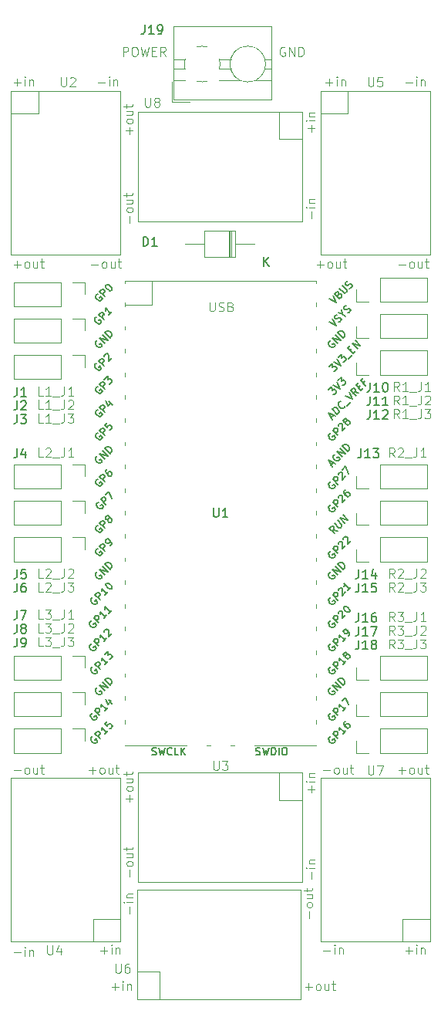
<source format=gbr>
%TF.GenerationSoftware,KiCad,Pcbnew,8.0.6*%
%TF.CreationDate,2024-12-18T16:53:39-05:00*%
%TF.ProjectId,hexapod,68657861-706f-4642-9e6b-696361645f70,rev?*%
%TF.SameCoordinates,Original*%
%TF.FileFunction,Legend,Top*%
%TF.FilePolarity,Positive*%
%FSLAX46Y46*%
G04 Gerber Fmt 4.6, Leading zero omitted, Abs format (unit mm)*
G04 Created by KiCad (PCBNEW 8.0.6) date 2024-12-18 16:53:39*
%MOMM*%
%LPD*%
G01*
G04 APERTURE LIST*
%ADD10C,0.100000*%
%ADD11C,0.150000*%
%ADD12C,0.120000*%
G04 APERTURE END LIST*
D10*
X119125312Y-107122419D02*
X118791979Y-106646228D01*
X118553884Y-107122419D02*
X118553884Y-106122419D01*
X118553884Y-106122419D02*
X118934836Y-106122419D01*
X118934836Y-106122419D02*
X119030074Y-106170038D01*
X119030074Y-106170038D02*
X119077693Y-106217657D01*
X119077693Y-106217657D02*
X119125312Y-106312895D01*
X119125312Y-106312895D02*
X119125312Y-106455752D01*
X119125312Y-106455752D02*
X119077693Y-106550990D01*
X119077693Y-106550990D02*
X119030074Y-106598609D01*
X119030074Y-106598609D02*
X118934836Y-106646228D01*
X118934836Y-106646228D02*
X118553884Y-106646228D01*
X119506265Y-106217657D02*
X119553884Y-106170038D01*
X119553884Y-106170038D02*
X119649122Y-106122419D01*
X119649122Y-106122419D02*
X119887217Y-106122419D01*
X119887217Y-106122419D02*
X119982455Y-106170038D01*
X119982455Y-106170038D02*
X120030074Y-106217657D01*
X120030074Y-106217657D02*
X120077693Y-106312895D01*
X120077693Y-106312895D02*
X120077693Y-106408133D01*
X120077693Y-106408133D02*
X120030074Y-106550990D01*
X120030074Y-106550990D02*
X119458646Y-107122419D01*
X119458646Y-107122419D02*
X120077693Y-107122419D01*
X120268170Y-107217657D02*
X121030074Y-107217657D01*
X121553884Y-106122419D02*
X121553884Y-106836704D01*
X121553884Y-106836704D02*
X121506265Y-106979561D01*
X121506265Y-106979561D02*
X121411027Y-107074800D01*
X121411027Y-107074800D02*
X121268170Y-107122419D01*
X121268170Y-107122419D02*
X121172932Y-107122419D01*
X121982456Y-106217657D02*
X122030075Y-106170038D01*
X122030075Y-106170038D02*
X122125313Y-106122419D01*
X122125313Y-106122419D02*
X122363408Y-106122419D01*
X122363408Y-106122419D02*
X122458646Y-106170038D01*
X122458646Y-106170038D02*
X122506265Y-106217657D01*
X122506265Y-106217657D02*
X122553884Y-106312895D01*
X122553884Y-106312895D02*
X122553884Y-106408133D01*
X122553884Y-106408133D02*
X122506265Y-106550990D01*
X122506265Y-106550990D02*
X121934837Y-107122419D01*
X121934837Y-107122419D02*
X122553884Y-107122419D01*
X80530074Y-113122419D02*
X80053884Y-113122419D01*
X80053884Y-113122419D02*
X80053884Y-112122419D01*
X80768170Y-112122419D02*
X81387217Y-112122419D01*
X81387217Y-112122419D02*
X81053884Y-112503371D01*
X81053884Y-112503371D02*
X81196741Y-112503371D01*
X81196741Y-112503371D02*
X81291979Y-112550990D01*
X81291979Y-112550990D02*
X81339598Y-112598609D01*
X81339598Y-112598609D02*
X81387217Y-112693847D01*
X81387217Y-112693847D02*
X81387217Y-112931942D01*
X81387217Y-112931942D02*
X81339598Y-113027180D01*
X81339598Y-113027180D02*
X81291979Y-113074800D01*
X81291979Y-113074800D02*
X81196741Y-113122419D01*
X81196741Y-113122419D02*
X80911027Y-113122419D01*
X80911027Y-113122419D02*
X80815789Y-113074800D01*
X80815789Y-113074800D02*
X80768170Y-113027180D01*
X81577694Y-113217657D02*
X82339598Y-113217657D01*
X82863408Y-112122419D02*
X82863408Y-112836704D01*
X82863408Y-112836704D02*
X82815789Y-112979561D01*
X82815789Y-112979561D02*
X82720551Y-113074800D01*
X82720551Y-113074800D02*
X82577694Y-113122419D01*
X82577694Y-113122419D02*
X82482456Y-113122419D01*
X83291980Y-112217657D02*
X83339599Y-112170038D01*
X83339599Y-112170038D02*
X83434837Y-112122419D01*
X83434837Y-112122419D02*
X83672932Y-112122419D01*
X83672932Y-112122419D02*
X83768170Y-112170038D01*
X83768170Y-112170038D02*
X83815789Y-112217657D01*
X83815789Y-112217657D02*
X83863408Y-112312895D01*
X83863408Y-112312895D02*
X83863408Y-112408133D01*
X83863408Y-112408133D02*
X83815789Y-112550990D01*
X83815789Y-112550990D02*
X83244361Y-113122419D01*
X83244361Y-113122419D02*
X83863408Y-113122419D01*
X80530074Y-108622419D02*
X80053884Y-108622419D01*
X80053884Y-108622419D02*
X80053884Y-107622419D01*
X80815789Y-107717657D02*
X80863408Y-107670038D01*
X80863408Y-107670038D02*
X80958646Y-107622419D01*
X80958646Y-107622419D02*
X81196741Y-107622419D01*
X81196741Y-107622419D02*
X81291979Y-107670038D01*
X81291979Y-107670038D02*
X81339598Y-107717657D01*
X81339598Y-107717657D02*
X81387217Y-107812895D01*
X81387217Y-107812895D02*
X81387217Y-107908133D01*
X81387217Y-107908133D02*
X81339598Y-108050990D01*
X81339598Y-108050990D02*
X80768170Y-108622419D01*
X80768170Y-108622419D02*
X81387217Y-108622419D01*
X81577694Y-108717657D02*
X82339598Y-108717657D01*
X82863408Y-107622419D02*
X82863408Y-108336704D01*
X82863408Y-108336704D02*
X82815789Y-108479561D01*
X82815789Y-108479561D02*
X82720551Y-108574800D01*
X82720551Y-108574800D02*
X82577694Y-108622419D01*
X82577694Y-108622419D02*
X82482456Y-108622419D01*
X83244361Y-107622419D02*
X83863408Y-107622419D01*
X83863408Y-107622419D02*
X83530075Y-108003371D01*
X83530075Y-108003371D02*
X83672932Y-108003371D01*
X83672932Y-108003371D02*
X83768170Y-108050990D01*
X83768170Y-108050990D02*
X83815789Y-108098609D01*
X83815789Y-108098609D02*
X83863408Y-108193847D01*
X83863408Y-108193847D02*
X83863408Y-108431942D01*
X83863408Y-108431942D02*
X83815789Y-108527180D01*
X83815789Y-108527180D02*
X83768170Y-108574800D01*
X83768170Y-108574800D02*
X83672932Y-108622419D01*
X83672932Y-108622419D02*
X83387218Y-108622419D01*
X83387218Y-108622419D02*
X83291980Y-108574800D01*
X83291980Y-108574800D02*
X83244361Y-108527180D01*
X98803884Y-76872419D02*
X98803884Y-77681942D01*
X98803884Y-77681942D02*
X98851503Y-77777180D01*
X98851503Y-77777180D02*
X98899122Y-77824800D01*
X98899122Y-77824800D02*
X98994360Y-77872419D01*
X98994360Y-77872419D02*
X99184836Y-77872419D01*
X99184836Y-77872419D02*
X99280074Y-77824800D01*
X99280074Y-77824800D02*
X99327693Y-77777180D01*
X99327693Y-77777180D02*
X99375312Y-77681942D01*
X99375312Y-77681942D02*
X99375312Y-76872419D01*
X99803884Y-77824800D02*
X99946741Y-77872419D01*
X99946741Y-77872419D02*
X100184836Y-77872419D01*
X100184836Y-77872419D02*
X100280074Y-77824800D01*
X100280074Y-77824800D02*
X100327693Y-77777180D01*
X100327693Y-77777180D02*
X100375312Y-77681942D01*
X100375312Y-77681942D02*
X100375312Y-77586704D01*
X100375312Y-77586704D02*
X100327693Y-77491466D01*
X100327693Y-77491466D02*
X100280074Y-77443847D01*
X100280074Y-77443847D02*
X100184836Y-77396228D01*
X100184836Y-77396228D02*
X99994360Y-77348609D01*
X99994360Y-77348609D02*
X99899122Y-77300990D01*
X99899122Y-77300990D02*
X99851503Y-77253371D01*
X99851503Y-77253371D02*
X99803884Y-77158133D01*
X99803884Y-77158133D02*
X99803884Y-77062895D01*
X99803884Y-77062895D02*
X99851503Y-76967657D01*
X99851503Y-76967657D02*
X99899122Y-76920038D01*
X99899122Y-76920038D02*
X99994360Y-76872419D01*
X99994360Y-76872419D02*
X100232455Y-76872419D01*
X100232455Y-76872419D02*
X100375312Y-76920038D01*
X101137217Y-77348609D02*
X101280074Y-77396228D01*
X101280074Y-77396228D02*
X101327693Y-77443847D01*
X101327693Y-77443847D02*
X101375312Y-77539085D01*
X101375312Y-77539085D02*
X101375312Y-77681942D01*
X101375312Y-77681942D02*
X101327693Y-77777180D01*
X101327693Y-77777180D02*
X101280074Y-77824800D01*
X101280074Y-77824800D02*
X101184836Y-77872419D01*
X101184836Y-77872419D02*
X100803884Y-77872419D01*
X100803884Y-77872419D02*
X100803884Y-76872419D01*
X100803884Y-76872419D02*
X101137217Y-76872419D01*
X101137217Y-76872419D02*
X101232455Y-76920038D01*
X101232455Y-76920038D02*
X101280074Y-76967657D01*
X101280074Y-76967657D02*
X101327693Y-77062895D01*
X101327693Y-77062895D02*
X101327693Y-77158133D01*
X101327693Y-77158133D02*
X101280074Y-77253371D01*
X101280074Y-77253371D02*
X101232455Y-77300990D01*
X101232455Y-77300990D02*
X101137217Y-77348609D01*
X101137217Y-77348609D02*
X100803884Y-77348609D01*
X119125312Y-113372419D02*
X118791979Y-112896228D01*
X118553884Y-113372419D02*
X118553884Y-112372419D01*
X118553884Y-112372419D02*
X118934836Y-112372419D01*
X118934836Y-112372419D02*
X119030074Y-112420038D01*
X119030074Y-112420038D02*
X119077693Y-112467657D01*
X119077693Y-112467657D02*
X119125312Y-112562895D01*
X119125312Y-112562895D02*
X119125312Y-112705752D01*
X119125312Y-112705752D02*
X119077693Y-112800990D01*
X119077693Y-112800990D02*
X119030074Y-112848609D01*
X119030074Y-112848609D02*
X118934836Y-112896228D01*
X118934836Y-112896228D02*
X118553884Y-112896228D01*
X119458646Y-112372419D02*
X120077693Y-112372419D01*
X120077693Y-112372419D02*
X119744360Y-112753371D01*
X119744360Y-112753371D02*
X119887217Y-112753371D01*
X119887217Y-112753371D02*
X119982455Y-112800990D01*
X119982455Y-112800990D02*
X120030074Y-112848609D01*
X120030074Y-112848609D02*
X120077693Y-112943847D01*
X120077693Y-112943847D02*
X120077693Y-113181942D01*
X120077693Y-113181942D02*
X120030074Y-113277180D01*
X120030074Y-113277180D02*
X119982455Y-113324800D01*
X119982455Y-113324800D02*
X119887217Y-113372419D01*
X119887217Y-113372419D02*
X119601503Y-113372419D01*
X119601503Y-113372419D02*
X119506265Y-113324800D01*
X119506265Y-113324800D02*
X119458646Y-113277180D01*
X120268170Y-113467657D02*
X121030074Y-113467657D01*
X121553884Y-112372419D02*
X121553884Y-113086704D01*
X121553884Y-113086704D02*
X121506265Y-113229561D01*
X121506265Y-113229561D02*
X121411027Y-113324800D01*
X121411027Y-113324800D02*
X121268170Y-113372419D01*
X121268170Y-113372419D02*
X121172932Y-113372419D01*
X121982456Y-112467657D02*
X122030075Y-112420038D01*
X122030075Y-112420038D02*
X122125313Y-112372419D01*
X122125313Y-112372419D02*
X122363408Y-112372419D01*
X122363408Y-112372419D02*
X122458646Y-112420038D01*
X122458646Y-112420038D02*
X122506265Y-112467657D01*
X122506265Y-112467657D02*
X122553884Y-112562895D01*
X122553884Y-112562895D02*
X122553884Y-112658133D01*
X122553884Y-112658133D02*
X122506265Y-112800990D01*
X122506265Y-112800990D02*
X121934837Y-113372419D01*
X121934837Y-113372419D02*
X122553884Y-113372419D01*
X119125312Y-108622419D02*
X118791979Y-108146228D01*
X118553884Y-108622419D02*
X118553884Y-107622419D01*
X118553884Y-107622419D02*
X118934836Y-107622419D01*
X118934836Y-107622419D02*
X119030074Y-107670038D01*
X119030074Y-107670038D02*
X119077693Y-107717657D01*
X119077693Y-107717657D02*
X119125312Y-107812895D01*
X119125312Y-107812895D02*
X119125312Y-107955752D01*
X119125312Y-107955752D02*
X119077693Y-108050990D01*
X119077693Y-108050990D02*
X119030074Y-108098609D01*
X119030074Y-108098609D02*
X118934836Y-108146228D01*
X118934836Y-108146228D02*
X118553884Y-108146228D01*
X119506265Y-107717657D02*
X119553884Y-107670038D01*
X119553884Y-107670038D02*
X119649122Y-107622419D01*
X119649122Y-107622419D02*
X119887217Y-107622419D01*
X119887217Y-107622419D02*
X119982455Y-107670038D01*
X119982455Y-107670038D02*
X120030074Y-107717657D01*
X120030074Y-107717657D02*
X120077693Y-107812895D01*
X120077693Y-107812895D02*
X120077693Y-107908133D01*
X120077693Y-107908133D02*
X120030074Y-108050990D01*
X120030074Y-108050990D02*
X119458646Y-108622419D01*
X119458646Y-108622419D02*
X120077693Y-108622419D01*
X120268170Y-108717657D02*
X121030074Y-108717657D01*
X121553884Y-107622419D02*
X121553884Y-108336704D01*
X121553884Y-108336704D02*
X121506265Y-108479561D01*
X121506265Y-108479561D02*
X121411027Y-108574800D01*
X121411027Y-108574800D02*
X121268170Y-108622419D01*
X121268170Y-108622419D02*
X121172932Y-108622419D01*
X121934837Y-107622419D02*
X122553884Y-107622419D01*
X122553884Y-107622419D02*
X122220551Y-108003371D01*
X122220551Y-108003371D02*
X122363408Y-108003371D01*
X122363408Y-108003371D02*
X122458646Y-108050990D01*
X122458646Y-108050990D02*
X122506265Y-108098609D01*
X122506265Y-108098609D02*
X122553884Y-108193847D01*
X122553884Y-108193847D02*
X122553884Y-108431942D01*
X122553884Y-108431942D02*
X122506265Y-108527180D01*
X122506265Y-108527180D02*
X122458646Y-108574800D01*
X122458646Y-108574800D02*
X122363408Y-108622419D01*
X122363408Y-108622419D02*
X122077694Y-108622419D01*
X122077694Y-108622419D02*
X121982456Y-108574800D01*
X121982456Y-108574800D02*
X121934837Y-108527180D01*
X119125312Y-111872419D02*
X118791979Y-111396228D01*
X118553884Y-111872419D02*
X118553884Y-110872419D01*
X118553884Y-110872419D02*
X118934836Y-110872419D01*
X118934836Y-110872419D02*
X119030074Y-110920038D01*
X119030074Y-110920038D02*
X119077693Y-110967657D01*
X119077693Y-110967657D02*
X119125312Y-111062895D01*
X119125312Y-111062895D02*
X119125312Y-111205752D01*
X119125312Y-111205752D02*
X119077693Y-111300990D01*
X119077693Y-111300990D02*
X119030074Y-111348609D01*
X119030074Y-111348609D02*
X118934836Y-111396228D01*
X118934836Y-111396228D02*
X118553884Y-111396228D01*
X119458646Y-110872419D02*
X120077693Y-110872419D01*
X120077693Y-110872419D02*
X119744360Y-111253371D01*
X119744360Y-111253371D02*
X119887217Y-111253371D01*
X119887217Y-111253371D02*
X119982455Y-111300990D01*
X119982455Y-111300990D02*
X120030074Y-111348609D01*
X120030074Y-111348609D02*
X120077693Y-111443847D01*
X120077693Y-111443847D02*
X120077693Y-111681942D01*
X120077693Y-111681942D02*
X120030074Y-111777180D01*
X120030074Y-111777180D02*
X119982455Y-111824800D01*
X119982455Y-111824800D02*
X119887217Y-111872419D01*
X119887217Y-111872419D02*
X119601503Y-111872419D01*
X119601503Y-111872419D02*
X119506265Y-111824800D01*
X119506265Y-111824800D02*
X119458646Y-111777180D01*
X120268170Y-111967657D02*
X121030074Y-111967657D01*
X121553884Y-110872419D02*
X121553884Y-111586704D01*
X121553884Y-111586704D02*
X121506265Y-111729561D01*
X121506265Y-111729561D02*
X121411027Y-111824800D01*
X121411027Y-111824800D02*
X121268170Y-111872419D01*
X121268170Y-111872419D02*
X121172932Y-111872419D01*
X122553884Y-111872419D02*
X121982456Y-111872419D01*
X122268170Y-111872419D02*
X122268170Y-110872419D01*
X122268170Y-110872419D02*
X122172932Y-111015276D01*
X122172932Y-111015276D02*
X122077694Y-111110514D01*
X122077694Y-111110514D02*
X121982456Y-111158133D01*
X80530074Y-114622419D02*
X80053884Y-114622419D01*
X80053884Y-114622419D02*
X80053884Y-113622419D01*
X80768170Y-113622419D02*
X81387217Y-113622419D01*
X81387217Y-113622419D02*
X81053884Y-114003371D01*
X81053884Y-114003371D02*
X81196741Y-114003371D01*
X81196741Y-114003371D02*
X81291979Y-114050990D01*
X81291979Y-114050990D02*
X81339598Y-114098609D01*
X81339598Y-114098609D02*
X81387217Y-114193847D01*
X81387217Y-114193847D02*
X81387217Y-114431942D01*
X81387217Y-114431942D02*
X81339598Y-114527180D01*
X81339598Y-114527180D02*
X81291979Y-114574800D01*
X81291979Y-114574800D02*
X81196741Y-114622419D01*
X81196741Y-114622419D02*
X80911027Y-114622419D01*
X80911027Y-114622419D02*
X80815789Y-114574800D01*
X80815789Y-114574800D02*
X80768170Y-114527180D01*
X81577694Y-114717657D02*
X82339598Y-114717657D01*
X82863408Y-113622419D02*
X82863408Y-114336704D01*
X82863408Y-114336704D02*
X82815789Y-114479561D01*
X82815789Y-114479561D02*
X82720551Y-114574800D01*
X82720551Y-114574800D02*
X82577694Y-114622419D01*
X82577694Y-114622419D02*
X82482456Y-114622419D01*
X83244361Y-113622419D02*
X83863408Y-113622419D01*
X83863408Y-113622419D02*
X83530075Y-114003371D01*
X83530075Y-114003371D02*
X83672932Y-114003371D01*
X83672932Y-114003371D02*
X83768170Y-114050990D01*
X83768170Y-114050990D02*
X83815789Y-114098609D01*
X83815789Y-114098609D02*
X83863408Y-114193847D01*
X83863408Y-114193847D02*
X83863408Y-114431942D01*
X83863408Y-114431942D02*
X83815789Y-114527180D01*
X83815789Y-114527180D02*
X83768170Y-114574800D01*
X83768170Y-114574800D02*
X83672932Y-114622419D01*
X83672932Y-114622419D02*
X83387218Y-114622419D01*
X83387218Y-114622419D02*
X83291980Y-114574800D01*
X83291980Y-114574800D02*
X83244361Y-114527180D01*
X119125312Y-114872419D02*
X118791979Y-114396228D01*
X118553884Y-114872419D02*
X118553884Y-113872419D01*
X118553884Y-113872419D02*
X118934836Y-113872419D01*
X118934836Y-113872419D02*
X119030074Y-113920038D01*
X119030074Y-113920038D02*
X119077693Y-113967657D01*
X119077693Y-113967657D02*
X119125312Y-114062895D01*
X119125312Y-114062895D02*
X119125312Y-114205752D01*
X119125312Y-114205752D02*
X119077693Y-114300990D01*
X119077693Y-114300990D02*
X119030074Y-114348609D01*
X119030074Y-114348609D02*
X118934836Y-114396228D01*
X118934836Y-114396228D02*
X118553884Y-114396228D01*
X119458646Y-113872419D02*
X120077693Y-113872419D01*
X120077693Y-113872419D02*
X119744360Y-114253371D01*
X119744360Y-114253371D02*
X119887217Y-114253371D01*
X119887217Y-114253371D02*
X119982455Y-114300990D01*
X119982455Y-114300990D02*
X120030074Y-114348609D01*
X120030074Y-114348609D02*
X120077693Y-114443847D01*
X120077693Y-114443847D02*
X120077693Y-114681942D01*
X120077693Y-114681942D02*
X120030074Y-114777180D01*
X120030074Y-114777180D02*
X119982455Y-114824800D01*
X119982455Y-114824800D02*
X119887217Y-114872419D01*
X119887217Y-114872419D02*
X119601503Y-114872419D01*
X119601503Y-114872419D02*
X119506265Y-114824800D01*
X119506265Y-114824800D02*
X119458646Y-114777180D01*
X120268170Y-114967657D02*
X121030074Y-114967657D01*
X121553884Y-113872419D02*
X121553884Y-114586704D01*
X121553884Y-114586704D02*
X121506265Y-114729561D01*
X121506265Y-114729561D02*
X121411027Y-114824800D01*
X121411027Y-114824800D02*
X121268170Y-114872419D01*
X121268170Y-114872419D02*
X121172932Y-114872419D01*
X121934837Y-113872419D02*
X122553884Y-113872419D01*
X122553884Y-113872419D02*
X122220551Y-114253371D01*
X122220551Y-114253371D02*
X122363408Y-114253371D01*
X122363408Y-114253371D02*
X122458646Y-114300990D01*
X122458646Y-114300990D02*
X122506265Y-114348609D01*
X122506265Y-114348609D02*
X122553884Y-114443847D01*
X122553884Y-114443847D02*
X122553884Y-114681942D01*
X122553884Y-114681942D02*
X122506265Y-114777180D01*
X122506265Y-114777180D02*
X122458646Y-114824800D01*
X122458646Y-114824800D02*
X122363408Y-114872419D01*
X122363408Y-114872419D02*
X122077694Y-114872419D01*
X122077694Y-114872419D02*
X121982456Y-114824800D01*
X121982456Y-114824800D02*
X121934837Y-114777180D01*
X80530074Y-111622419D02*
X80053884Y-111622419D01*
X80053884Y-111622419D02*
X80053884Y-110622419D01*
X80768170Y-110622419D02*
X81387217Y-110622419D01*
X81387217Y-110622419D02*
X81053884Y-111003371D01*
X81053884Y-111003371D02*
X81196741Y-111003371D01*
X81196741Y-111003371D02*
X81291979Y-111050990D01*
X81291979Y-111050990D02*
X81339598Y-111098609D01*
X81339598Y-111098609D02*
X81387217Y-111193847D01*
X81387217Y-111193847D02*
X81387217Y-111431942D01*
X81387217Y-111431942D02*
X81339598Y-111527180D01*
X81339598Y-111527180D02*
X81291979Y-111574800D01*
X81291979Y-111574800D02*
X81196741Y-111622419D01*
X81196741Y-111622419D02*
X80911027Y-111622419D01*
X80911027Y-111622419D02*
X80815789Y-111574800D01*
X80815789Y-111574800D02*
X80768170Y-111527180D01*
X81577694Y-111717657D02*
X82339598Y-111717657D01*
X82863408Y-110622419D02*
X82863408Y-111336704D01*
X82863408Y-111336704D02*
X82815789Y-111479561D01*
X82815789Y-111479561D02*
X82720551Y-111574800D01*
X82720551Y-111574800D02*
X82577694Y-111622419D01*
X82577694Y-111622419D02*
X82482456Y-111622419D01*
X83863408Y-111622419D02*
X83291980Y-111622419D01*
X83577694Y-111622419D02*
X83577694Y-110622419D01*
X83577694Y-110622419D02*
X83482456Y-110765276D01*
X83482456Y-110765276D02*
X83387218Y-110860514D01*
X83387218Y-110860514D02*
X83291980Y-110908133D01*
X107077693Y-48920038D02*
X106982455Y-48872419D01*
X106982455Y-48872419D02*
X106839598Y-48872419D01*
X106839598Y-48872419D02*
X106696741Y-48920038D01*
X106696741Y-48920038D02*
X106601503Y-49015276D01*
X106601503Y-49015276D02*
X106553884Y-49110514D01*
X106553884Y-49110514D02*
X106506265Y-49300990D01*
X106506265Y-49300990D02*
X106506265Y-49443847D01*
X106506265Y-49443847D02*
X106553884Y-49634323D01*
X106553884Y-49634323D02*
X106601503Y-49729561D01*
X106601503Y-49729561D02*
X106696741Y-49824800D01*
X106696741Y-49824800D02*
X106839598Y-49872419D01*
X106839598Y-49872419D02*
X106934836Y-49872419D01*
X106934836Y-49872419D02*
X107077693Y-49824800D01*
X107077693Y-49824800D02*
X107125312Y-49777180D01*
X107125312Y-49777180D02*
X107125312Y-49443847D01*
X107125312Y-49443847D02*
X106934836Y-49443847D01*
X107553884Y-49872419D02*
X107553884Y-48872419D01*
X107553884Y-48872419D02*
X108125312Y-49872419D01*
X108125312Y-49872419D02*
X108125312Y-48872419D01*
X108601503Y-49872419D02*
X108601503Y-48872419D01*
X108601503Y-48872419D02*
X108839598Y-48872419D01*
X108839598Y-48872419D02*
X108982455Y-48920038D01*
X108982455Y-48920038D02*
X109077693Y-49015276D01*
X109077693Y-49015276D02*
X109125312Y-49110514D01*
X109125312Y-49110514D02*
X109172931Y-49300990D01*
X109172931Y-49300990D02*
X109172931Y-49443847D01*
X109172931Y-49443847D02*
X109125312Y-49634323D01*
X109125312Y-49634323D02*
X109077693Y-49729561D01*
X109077693Y-49729561D02*
X108982455Y-49824800D01*
X108982455Y-49824800D02*
X108839598Y-49872419D01*
X108839598Y-49872419D02*
X108601503Y-49872419D01*
X80530074Y-93872419D02*
X80053884Y-93872419D01*
X80053884Y-93872419D02*
X80053884Y-92872419D01*
X80815789Y-92967657D02*
X80863408Y-92920038D01*
X80863408Y-92920038D02*
X80958646Y-92872419D01*
X80958646Y-92872419D02*
X81196741Y-92872419D01*
X81196741Y-92872419D02*
X81291979Y-92920038D01*
X81291979Y-92920038D02*
X81339598Y-92967657D01*
X81339598Y-92967657D02*
X81387217Y-93062895D01*
X81387217Y-93062895D02*
X81387217Y-93158133D01*
X81387217Y-93158133D02*
X81339598Y-93300990D01*
X81339598Y-93300990D02*
X80768170Y-93872419D01*
X80768170Y-93872419D02*
X81387217Y-93872419D01*
X81577694Y-93967657D02*
X82339598Y-93967657D01*
X82863408Y-92872419D02*
X82863408Y-93586704D01*
X82863408Y-93586704D02*
X82815789Y-93729561D01*
X82815789Y-93729561D02*
X82720551Y-93824800D01*
X82720551Y-93824800D02*
X82577694Y-93872419D01*
X82577694Y-93872419D02*
X82482456Y-93872419D01*
X83863408Y-93872419D02*
X83291980Y-93872419D01*
X83577694Y-93872419D02*
X83577694Y-92872419D01*
X83577694Y-92872419D02*
X83482456Y-93015276D01*
X83482456Y-93015276D02*
X83387218Y-93110514D01*
X83387218Y-93110514D02*
X83291980Y-93158133D01*
X119125312Y-93872419D02*
X118791979Y-93396228D01*
X118553884Y-93872419D02*
X118553884Y-92872419D01*
X118553884Y-92872419D02*
X118934836Y-92872419D01*
X118934836Y-92872419D02*
X119030074Y-92920038D01*
X119030074Y-92920038D02*
X119077693Y-92967657D01*
X119077693Y-92967657D02*
X119125312Y-93062895D01*
X119125312Y-93062895D02*
X119125312Y-93205752D01*
X119125312Y-93205752D02*
X119077693Y-93300990D01*
X119077693Y-93300990D02*
X119030074Y-93348609D01*
X119030074Y-93348609D02*
X118934836Y-93396228D01*
X118934836Y-93396228D02*
X118553884Y-93396228D01*
X119506265Y-92967657D02*
X119553884Y-92920038D01*
X119553884Y-92920038D02*
X119649122Y-92872419D01*
X119649122Y-92872419D02*
X119887217Y-92872419D01*
X119887217Y-92872419D02*
X119982455Y-92920038D01*
X119982455Y-92920038D02*
X120030074Y-92967657D01*
X120030074Y-92967657D02*
X120077693Y-93062895D01*
X120077693Y-93062895D02*
X120077693Y-93158133D01*
X120077693Y-93158133D02*
X120030074Y-93300990D01*
X120030074Y-93300990D02*
X119458646Y-93872419D01*
X119458646Y-93872419D02*
X120077693Y-93872419D01*
X120268170Y-93967657D02*
X121030074Y-93967657D01*
X121553884Y-92872419D02*
X121553884Y-93586704D01*
X121553884Y-93586704D02*
X121506265Y-93729561D01*
X121506265Y-93729561D02*
X121411027Y-93824800D01*
X121411027Y-93824800D02*
X121268170Y-93872419D01*
X121268170Y-93872419D02*
X121172932Y-93872419D01*
X122553884Y-93872419D02*
X121982456Y-93872419D01*
X122268170Y-93872419D02*
X122268170Y-92872419D01*
X122268170Y-92872419D02*
X122172932Y-93015276D01*
X122172932Y-93015276D02*
X122077694Y-93110514D01*
X122077694Y-93110514D02*
X121982456Y-93158133D01*
X119625312Y-86622419D02*
X119291979Y-86146228D01*
X119053884Y-86622419D02*
X119053884Y-85622419D01*
X119053884Y-85622419D02*
X119434836Y-85622419D01*
X119434836Y-85622419D02*
X119530074Y-85670038D01*
X119530074Y-85670038D02*
X119577693Y-85717657D01*
X119577693Y-85717657D02*
X119625312Y-85812895D01*
X119625312Y-85812895D02*
X119625312Y-85955752D01*
X119625312Y-85955752D02*
X119577693Y-86050990D01*
X119577693Y-86050990D02*
X119530074Y-86098609D01*
X119530074Y-86098609D02*
X119434836Y-86146228D01*
X119434836Y-86146228D02*
X119053884Y-86146228D01*
X120577693Y-86622419D02*
X120006265Y-86622419D01*
X120291979Y-86622419D02*
X120291979Y-85622419D01*
X120291979Y-85622419D02*
X120196741Y-85765276D01*
X120196741Y-85765276D02*
X120101503Y-85860514D01*
X120101503Y-85860514D02*
X120006265Y-85908133D01*
X120768170Y-86717657D02*
X121530074Y-86717657D01*
X122053884Y-85622419D02*
X122053884Y-86336704D01*
X122053884Y-86336704D02*
X122006265Y-86479561D01*
X122006265Y-86479561D02*
X121911027Y-86574800D01*
X121911027Y-86574800D02*
X121768170Y-86622419D01*
X121768170Y-86622419D02*
X121672932Y-86622419D01*
X123053884Y-86622419D02*
X122482456Y-86622419D01*
X122768170Y-86622419D02*
X122768170Y-85622419D01*
X122768170Y-85622419D02*
X122672932Y-85765276D01*
X122672932Y-85765276D02*
X122577694Y-85860514D01*
X122577694Y-85860514D02*
X122482456Y-85908133D01*
X80530074Y-87122419D02*
X80053884Y-87122419D01*
X80053884Y-87122419D02*
X80053884Y-86122419D01*
X81387217Y-87122419D02*
X80815789Y-87122419D01*
X81101503Y-87122419D02*
X81101503Y-86122419D01*
X81101503Y-86122419D02*
X81006265Y-86265276D01*
X81006265Y-86265276D02*
X80911027Y-86360514D01*
X80911027Y-86360514D02*
X80815789Y-86408133D01*
X81577694Y-87217657D02*
X82339598Y-87217657D01*
X82863408Y-86122419D02*
X82863408Y-86836704D01*
X82863408Y-86836704D02*
X82815789Y-86979561D01*
X82815789Y-86979561D02*
X82720551Y-87074800D01*
X82720551Y-87074800D02*
X82577694Y-87122419D01*
X82577694Y-87122419D02*
X82482456Y-87122419D01*
X83863408Y-87122419D02*
X83291980Y-87122419D01*
X83577694Y-87122419D02*
X83577694Y-86122419D01*
X83577694Y-86122419D02*
X83482456Y-86265276D01*
X83482456Y-86265276D02*
X83387218Y-86360514D01*
X83387218Y-86360514D02*
X83291980Y-86408133D01*
X89303884Y-49872419D02*
X89303884Y-48872419D01*
X89303884Y-48872419D02*
X89684836Y-48872419D01*
X89684836Y-48872419D02*
X89780074Y-48920038D01*
X89780074Y-48920038D02*
X89827693Y-48967657D01*
X89827693Y-48967657D02*
X89875312Y-49062895D01*
X89875312Y-49062895D02*
X89875312Y-49205752D01*
X89875312Y-49205752D02*
X89827693Y-49300990D01*
X89827693Y-49300990D02*
X89780074Y-49348609D01*
X89780074Y-49348609D02*
X89684836Y-49396228D01*
X89684836Y-49396228D02*
X89303884Y-49396228D01*
X90494360Y-48872419D02*
X90684836Y-48872419D01*
X90684836Y-48872419D02*
X90780074Y-48920038D01*
X90780074Y-48920038D02*
X90875312Y-49015276D01*
X90875312Y-49015276D02*
X90922931Y-49205752D01*
X90922931Y-49205752D02*
X90922931Y-49539085D01*
X90922931Y-49539085D02*
X90875312Y-49729561D01*
X90875312Y-49729561D02*
X90780074Y-49824800D01*
X90780074Y-49824800D02*
X90684836Y-49872419D01*
X90684836Y-49872419D02*
X90494360Y-49872419D01*
X90494360Y-49872419D02*
X90399122Y-49824800D01*
X90399122Y-49824800D02*
X90303884Y-49729561D01*
X90303884Y-49729561D02*
X90256265Y-49539085D01*
X90256265Y-49539085D02*
X90256265Y-49205752D01*
X90256265Y-49205752D02*
X90303884Y-49015276D01*
X90303884Y-49015276D02*
X90399122Y-48920038D01*
X90399122Y-48920038D02*
X90494360Y-48872419D01*
X91256265Y-48872419D02*
X91494360Y-49872419D01*
X91494360Y-49872419D02*
X91684836Y-49158133D01*
X91684836Y-49158133D02*
X91875312Y-49872419D01*
X91875312Y-49872419D02*
X92113408Y-48872419D01*
X92494360Y-49348609D02*
X92827693Y-49348609D01*
X92970550Y-49872419D02*
X92494360Y-49872419D01*
X92494360Y-49872419D02*
X92494360Y-48872419D01*
X92494360Y-48872419D02*
X92970550Y-48872419D01*
X93970550Y-49872419D02*
X93637217Y-49396228D01*
X93399122Y-49872419D02*
X93399122Y-48872419D01*
X93399122Y-48872419D02*
X93780074Y-48872419D01*
X93780074Y-48872419D02*
X93875312Y-48920038D01*
X93875312Y-48920038D02*
X93922931Y-48967657D01*
X93922931Y-48967657D02*
X93970550Y-49062895D01*
X93970550Y-49062895D02*
X93970550Y-49205752D01*
X93970550Y-49205752D02*
X93922931Y-49300990D01*
X93922931Y-49300990D02*
X93875312Y-49348609D01*
X93875312Y-49348609D02*
X93780074Y-49396228D01*
X93780074Y-49396228D02*
X93399122Y-49396228D01*
X80530074Y-90122419D02*
X80053884Y-90122419D01*
X80053884Y-90122419D02*
X80053884Y-89122419D01*
X81387217Y-90122419D02*
X80815789Y-90122419D01*
X81101503Y-90122419D02*
X81101503Y-89122419D01*
X81101503Y-89122419D02*
X81006265Y-89265276D01*
X81006265Y-89265276D02*
X80911027Y-89360514D01*
X80911027Y-89360514D02*
X80815789Y-89408133D01*
X81577694Y-90217657D02*
X82339598Y-90217657D01*
X82863408Y-89122419D02*
X82863408Y-89836704D01*
X82863408Y-89836704D02*
X82815789Y-89979561D01*
X82815789Y-89979561D02*
X82720551Y-90074800D01*
X82720551Y-90074800D02*
X82577694Y-90122419D01*
X82577694Y-90122419D02*
X82482456Y-90122419D01*
X83244361Y-89122419D02*
X83863408Y-89122419D01*
X83863408Y-89122419D02*
X83530075Y-89503371D01*
X83530075Y-89503371D02*
X83672932Y-89503371D01*
X83672932Y-89503371D02*
X83768170Y-89550990D01*
X83768170Y-89550990D02*
X83815789Y-89598609D01*
X83815789Y-89598609D02*
X83863408Y-89693847D01*
X83863408Y-89693847D02*
X83863408Y-89931942D01*
X83863408Y-89931942D02*
X83815789Y-90027180D01*
X83815789Y-90027180D02*
X83768170Y-90074800D01*
X83768170Y-90074800D02*
X83672932Y-90122419D01*
X83672932Y-90122419D02*
X83387218Y-90122419D01*
X83387218Y-90122419D02*
X83291980Y-90074800D01*
X83291980Y-90074800D02*
X83244361Y-90027180D01*
X119625312Y-88122419D02*
X119291979Y-87646228D01*
X119053884Y-88122419D02*
X119053884Y-87122419D01*
X119053884Y-87122419D02*
X119434836Y-87122419D01*
X119434836Y-87122419D02*
X119530074Y-87170038D01*
X119530074Y-87170038D02*
X119577693Y-87217657D01*
X119577693Y-87217657D02*
X119625312Y-87312895D01*
X119625312Y-87312895D02*
X119625312Y-87455752D01*
X119625312Y-87455752D02*
X119577693Y-87550990D01*
X119577693Y-87550990D02*
X119530074Y-87598609D01*
X119530074Y-87598609D02*
X119434836Y-87646228D01*
X119434836Y-87646228D02*
X119053884Y-87646228D01*
X120577693Y-88122419D02*
X120006265Y-88122419D01*
X120291979Y-88122419D02*
X120291979Y-87122419D01*
X120291979Y-87122419D02*
X120196741Y-87265276D01*
X120196741Y-87265276D02*
X120101503Y-87360514D01*
X120101503Y-87360514D02*
X120006265Y-87408133D01*
X120768170Y-88217657D02*
X121530074Y-88217657D01*
X122053884Y-87122419D02*
X122053884Y-87836704D01*
X122053884Y-87836704D02*
X122006265Y-87979561D01*
X122006265Y-87979561D02*
X121911027Y-88074800D01*
X121911027Y-88074800D02*
X121768170Y-88122419D01*
X121768170Y-88122419D02*
X121672932Y-88122419D01*
X122482456Y-87217657D02*
X122530075Y-87170038D01*
X122530075Y-87170038D02*
X122625313Y-87122419D01*
X122625313Y-87122419D02*
X122863408Y-87122419D01*
X122863408Y-87122419D02*
X122958646Y-87170038D01*
X122958646Y-87170038D02*
X123006265Y-87217657D01*
X123006265Y-87217657D02*
X123053884Y-87312895D01*
X123053884Y-87312895D02*
X123053884Y-87408133D01*
X123053884Y-87408133D02*
X123006265Y-87550990D01*
X123006265Y-87550990D02*
X122434837Y-88122419D01*
X122434837Y-88122419D02*
X123053884Y-88122419D01*
X80530074Y-88622419D02*
X80053884Y-88622419D01*
X80053884Y-88622419D02*
X80053884Y-87622419D01*
X81387217Y-88622419D02*
X80815789Y-88622419D01*
X81101503Y-88622419D02*
X81101503Y-87622419D01*
X81101503Y-87622419D02*
X81006265Y-87765276D01*
X81006265Y-87765276D02*
X80911027Y-87860514D01*
X80911027Y-87860514D02*
X80815789Y-87908133D01*
X81577694Y-88717657D02*
X82339598Y-88717657D01*
X82863408Y-87622419D02*
X82863408Y-88336704D01*
X82863408Y-88336704D02*
X82815789Y-88479561D01*
X82815789Y-88479561D02*
X82720551Y-88574800D01*
X82720551Y-88574800D02*
X82577694Y-88622419D01*
X82577694Y-88622419D02*
X82482456Y-88622419D01*
X83291980Y-87717657D02*
X83339599Y-87670038D01*
X83339599Y-87670038D02*
X83434837Y-87622419D01*
X83434837Y-87622419D02*
X83672932Y-87622419D01*
X83672932Y-87622419D02*
X83768170Y-87670038D01*
X83768170Y-87670038D02*
X83815789Y-87717657D01*
X83815789Y-87717657D02*
X83863408Y-87812895D01*
X83863408Y-87812895D02*
X83863408Y-87908133D01*
X83863408Y-87908133D02*
X83815789Y-88050990D01*
X83815789Y-88050990D02*
X83244361Y-88622419D01*
X83244361Y-88622419D02*
X83863408Y-88622419D01*
X119625312Y-89622419D02*
X119291979Y-89146228D01*
X119053884Y-89622419D02*
X119053884Y-88622419D01*
X119053884Y-88622419D02*
X119434836Y-88622419D01*
X119434836Y-88622419D02*
X119530074Y-88670038D01*
X119530074Y-88670038D02*
X119577693Y-88717657D01*
X119577693Y-88717657D02*
X119625312Y-88812895D01*
X119625312Y-88812895D02*
X119625312Y-88955752D01*
X119625312Y-88955752D02*
X119577693Y-89050990D01*
X119577693Y-89050990D02*
X119530074Y-89098609D01*
X119530074Y-89098609D02*
X119434836Y-89146228D01*
X119434836Y-89146228D02*
X119053884Y-89146228D01*
X120577693Y-89622419D02*
X120006265Y-89622419D01*
X120291979Y-89622419D02*
X120291979Y-88622419D01*
X120291979Y-88622419D02*
X120196741Y-88765276D01*
X120196741Y-88765276D02*
X120101503Y-88860514D01*
X120101503Y-88860514D02*
X120006265Y-88908133D01*
X120768170Y-89717657D02*
X121530074Y-89717657D01*
X122053884Y-88622419D02*
X122053884Y-89336704D01*
X122053884Y-89336704D02*
X122006265Y-89479561D01*
X122006265Y-89479561D02*
X121911027Y-89574800D01*
X121911027Y-89574800D02*
X121768170Y-89622419D01*
X121768170Y-89622419D02*
X121672932Y-89622419D01*
X122434837Y-88622419D02*
X123053884Y-88622419D01*
X123053884Y-88622419D02*
X122720551Y-89003371D01*
X122720551Y-89003371D02*
X122863408Y-89003371D01*
X122863408Y-89003371D02*
X122958646Y-89050990D01*
X122958646Y-89050990D02*
X123006265Y-89098609D01*
X123006265Y-89098609D02*
X123053884Y-89193847D01*
X123053884Y-89193847D02*
X123053884Y-89431942D01*
X123053884Y-89431942D02*
X123006265Y-89527180D01*
X123006265Y-89527180D02*
X122958646Y-89574800D01*
X122958646Y-89574800D02*
X122863408Y-89622419D01*
X122863408Y-89622419D02*
X122577694Y-89622419D01*
X122577694Y-89622419D02*
X122482456Y-89574800D01*
X122482456Y-89574800D02*
X122434837Y-89527180D01*
X80530074Y-107122419D02*
X80053884Y-107122419D01*
X80053884Y-107122419D02*
X80053884Y-106122419D01*
X80815789Y-106217657D02*
X80863408Y-106170038D01*
X80863408Y-106170038D02*
X80958646Y-106122419D01*
X80958646Y-106122419D02*
X81196741Y-106122419D01*
X81196741Y-106122419D02*
X81291979Y-106170038D01*
X81291979Y-106170038D02*
X81339598Y-106217657D01*
X81339598Y-106217657D02*
X81387217Y-106312895D01*
X81387217Y-106312895D02*
X81387217Y-106408133D01*
X81387217Y-106408133D02*
X81339598Y-106550990D01*
X81339598Y-106550990D02*
X80768170Y-107122419D01*
X80768170Y-107122419D02*
X81387217Y-107122419D01*
X81577694Y-107217657D02*
X82339598Y-107217657D01*
X82863408Y-106122419D02*
X82863408Y-106836704D01*
X82863408Y-106836704D02*
X82815789Y-106979561D01*
X82815789Y-106979561D02*
X82720551Y-107074800D01*
X82720551Y-107074800D02*
X82577694Y-107122419D01*
X82577694Y-107122419D02*
X82482456Y-107122419D01*
X83291980Y-106217657D02*
X83339599Y-106170038D01*
X83339599Y-106170038D02*
X83434837Y-106122419D01*
X83434837Y-106122419D02*
X83672932Y-106122419D01*
X83672932Y-106122419D02*
X83768170Y-106170038D01*
X83768170Y-106170038D02*
X83815789Y-106217657D01*
X83815789Y-106217657D02*
X83863408Y-106312895D01*
X83863408Y-106312895D02*
X83863408Y-106408133D01*
X83863408Y-106408133D02*
X83815789Y-106550990D01*
X83815789Y-106550990D02*
X83244361Y-107122419D01*
X83244361Y-107122419D02*
X83863408Y-107122419D01*
D11*
X91690476Y-46454819D02*
X91690476Y-47169104D01*
X91690476Y-47169104D02*
X91642857Y-47311961D01*
X91642857Y-47311961D02*
X91547619Y-47407200D01*
X91547619Y-47407200D02*
X91404762Y-47454819D01*
X91404762Y-47454819D02*
X91309524Y-47454819D01*
X92690476Y-47454819D02*
X92119048Y-47454819D01*
X92404762Y-47454819D02*
X92404762Y-46454819D01*
X92404762Y-46454819D02*
X92309524Y-46597676D01*
X92309524Y-46597676D02*
X92214286Y-46692914D01*
X92214286Y-46692914D02*
X92119048Y-46740533D01*
X93166667Y-47454819D02*
X93357143Y-47454819D01*
X93357143Y-47454819D02*
X93452381Y-47407200D01*
X93452381Y-47407200D02*
X93500000Y-47359580D01*
X93500000Y-47359580D02*
X93595238Y-47216723D01*
X93595238Y-47216723D02*
X93642857Y-47026247D01*
X93642857Y-47026247D02*
X93642857Y-46645295D01*
X93642857Y-46645295D02*
X93595238Y-46550057D01*
X93595238Y-46550057D02*
X93547619Y-46502438D01*
X93547619Y-46502438D02*
X93452381Y-46454819D01*
X93452381Y-46454819D02*
X93261905Y-46454819D01*
X93261905Y-46454819D02*
X93166667Y-46502438D01*
X93166667Y-46502438D02*
X93119048Y-46550057D01*
X93119048Y-46550057D02*
X93071429Y-46645295D01*
X93071429Y-46645295D02*
X93071429Y-46883390D01*
X93071429Y-46883390D02*
X93119048Y-46978628D01*
X93119048Y-46978628D02*
X93166667Y-47026247D01*
X93166667Y-47026247D02*
X93261905Y-47073866D01*
X93261905Y-47073866D02*
X93452381Y-47073866D01*
X93452381Y-47073866D02*
X93547619Y-47026247D01*
X93547619Y-47026247D02*
X93595238Y-46978628D01*
X93595238Y-46978628D02*
X93642857Y-46883390D01*
X115190476Y-110954819D02*
X115190476Y-111669104D01*
X115190476Y-111669104D02*
X115142857Y-111811961D01*
X115142857Y-111811961D02*
X115047619Y-111907200D01*
X115047619Y-111907200D02*
X114904762Y-111954819D01*
X114904762Y-111954819D02*
X114809524Y-111954819D01*
X116190476Y-111954819D02*
X115619048Y-111954819D01*
X115904762Y-111954819D02*
X115904762Y-110954819D01*
X115904762Y-110954819D02*
X115809524Y-111097676D01*
X115809524Y-111097676D02*
X115714286Y-111192914D01*
X115714286Y-111192914D02*
X115619048Y-111240533D01*
X117047619Y-110954819D02*
X116857143Y-110954819D01*
X116857143Y-110954819D02*
X116761905Y-111002438D01*
X116761905Y-111002438D02*
X116714286Y-111050057D01*
X116714286Y-111050057D02*
X116619048Y-111192914D01*
X116619048Y-111192914D02*
X116571429Y-111383390D01*
X116571429Y-111383390D02*
X116571429Y-111764342D01*
X116571429Y-111764342D02*
X116619048Y-111859580D01*
X116619048Y-111859580D02*
X116666667Y-111907200D01*
X116666667Y-111907200D02*
X116761905Y-111954819D01*
X116761905Y-111954819D02*
X116952381Y-111954819D01*
X116952381Y-111954819D02*
X117047619Y-111907200D01*
X117047619Y-111907200D02*
X117095238Y-111859580D01*
X117095238Y-111859580D02*
X117142857Y-111764342D01*
X117142857Y-111764342D02*
X117142857Y-111526247D01*
X117142857Y-111526247D02*
X117095238Y-111431009D01*
X117095238Y-111431009D02*
X117047619Y-111383390D01*
X117047619Y-111383390D02*
X116952381Y-111335771D01*
X116952381Y-111335771D02*
X116761905Y-111335771D01*
X116761905Y-111335771D02*
X116666667Y-111383390D01*
X116666667Y-111383390D02*
X116619048Y-111431009D01*
X116619048Y-111431009D02*
X116571429Y-111526247D01*
X115190476Y-113954819D02*
X115190476Y-114669104D01*
X115190476Y-114669104D02*
X115142857Y-114811961D01*
X115142857Y-114811961D02*
X115047619Y-114907200D01*
X115047619Y-114907200D02*
X114904762Y-114954819D01*
X114904762Y-114954819D02*
X114809524Y-114954819D01*
X116190476Y-114954819D02*
X115619048Y-114954819D01*
X115904762Y-114954819D02*
X115904762Y-113954819D01*
X115904762Y-113954819D02*
X115809524Y-114097676D01*
X115809524Y-114097676D02*
X115714286Y-114192914D01*
X115714286Y-114192914D02*
X115619048Y-114240533D01*
X116761905Y-114383390D02*
X116666667Y-114335771D01*
X116666667Y-114335771D02*
X116619048Y-114288152D01*
X116619048Y-114288152D02*
X116571429Y-114192914D01*
X116571429Y-114192914D02*
X116571429Y-114145295D01*
X116571429Y-114145295D02*
X116619048Y-114050057D01*
X116619048Y-114050057D02*
X116666667Y-114002438D01*
X116666667Y-114002438D02*
X116761905Y-113954819D01*
X116761905Y-113954819D02*
X116952381Y-113954819D01*
X116952381Y-113954819D02*
X117047619Y-114002438D01*
X117047619Y-114002438D02*
X117095238Y-114050057D01*
X117095238Y-114050057D02*
X117142857Y-114145295D01*
X117142857Y-114145295D02*
X117142857Y-114192914D01*
X117142857Y-114192914D02*
X117095238Y-114288152D01*
X117095238Y-114288152D02*
X117047619Y-114335771D01*
X117047619Y-114335771D02*
X116952381Y-114383390D01*
X116952381Y-114383390D02*
X116761905Y-114383390D01*
X116761905Y-114383390D02*
X116666667Y-114431009D01*
X116666667Y-114431009D02*
X116619048Y-114478628D01*
X116619048Y-114478628D02*
X116571429Y-114573866D01*
X116571429Y-114573866D02*
X116571429Y-114764342D01*
X116571429Y-114764342D02*
X116619048Y-114859580D01*
X116619048Y-114859580D02*
X116666667Y-114907200D01*
X116666667Y-114907200D02*
X116761905Y-114954819D01*
X116761905Y-114954819D02*
X116952381Y-114954819D01*
X116952381Y-114954819D02*
X117047619Y-114907200D01*
X117047619Y-114907200D02*
X117095238Y-114859580D01*
X117095238Y-114859580D02*
X117142857Y-114764342D01*
X117142857Y-114764342D02*
X117142857Y-114573866D01*
X117142857Y-114573866D02*
X117095238Y-114478628D01*
X117095238Y-114478628D02*
X117047619Y-114431009D01*
X117047619Y-114431009D02*
X116952381Y-114383390D01*
X91511905Y-70704819D02*
X91511905Y-69704819D01*
X91511905Y-69704819D02*
X91750000Y-69704819D01*
X91750000Y-69704819D02*
X91892857Y-69752438D01*
X91892857Y-69752438D02*
X91988095Y-69847676D01*
X91988095Y-69847676D02*
X92035714Y-69942914D01*
X92035714Y-69942914D02*
X92083333Y-70133390D01*
X92083333Y-70133390D02*
X92083333Y-70276247D01*
X92083333Y-70276247D02*
X92035714Y-70466723D01*
X92035714Y-70466723D02*
X91988095Y-70561961D01*
X91988095Y-70561961D02*
X91892857Y-70657200D01*
X91892857Y-70657200D02*
X91750000Y-70704819D01*
X91750000Y-70704819D02*
X91511905Y-70704819D01*
X93035714Y-70704819D02*
X92464286Y-70704819D01*
X92750000Y-70704819D02*
X92750000Y-69704819D01*
X92750000Y-69704819D02*
X92654762Y-69847676D01*
X92654762Y-69847676D02*
X92559524Y-69942914D01*
X92559524Y-69942914D02*
X92464286Y-69990533D01*
X104738095Y-72954819D02*
X104738095Y-71954819D01*
X105309523Y-72954819D02*
X104880952Y-72383390D01*
X105309523Y-71954819D02*
X104738095Y-72526247D01*
D10*
X80988095Y-147457419D02*
X80988095Y-148266942D01*
X80988095Y-148266942D02*
X81035714Y-148362180D01*
X81035714Y-148362180D02*
X81083333Y-148409800D01*
X81083333Y-148409800D02*
X81178571Y-148457419D01*
X81178571Y-148457419D02*
X81369047Y-148457419D01*
X81369047Y-148457419D02*
X81464285Y-148409800D01*
X81464285Y-148409800D02*
X81511904Y-148362180D01*
X81511904Y-148362180D02*
X81559523Y-148266942D01*
X81559523Y-148266942D02*
X81559523Y-147457419D01*
X82464285Y-147790752D02*
X82464285Y-148457419D01*
X82226190Y-147409800D02*
X81988095Y-148124085D01*
X81988095Y-148124085D02*
X82607142Y-148124085D01*
X77303884Y-128241466D02*
X78065789Y-128241466D01*
X78684836Y-128622419D02*
X78589598Y-128574800D01*
X78589598Y-128574800D02*
X78541979Y-128527180D01*
X78541979Y-128527180D02*
X78494360Y-128431942D01*
X78494360Y-128431942D02*
X78494360Y-128146228D01*
X78494360Y-128146228D02*
X78541979Y-128050990D01*
X78541979Y-128050990D02*
X78589598Y-128003371D01*
X78589598Y-128003371D02*
X78684836Y-127955752D01*
X78684836Y-127955752D02*
X78827693Y-127955752D01*
X78827693Y-127955752D02*
X78922931Y-128003371D01*
X78922931Y-128003371D02*
X78970550Y-128050990D01*
X78970550Y-128050990D02*
X79018169Y-128146228D01*
X79018169Y-128146228D02*
X79018169Y-128431942D01*
X79018169Y-128431942D02*
X78970550Y-128527180D01*
X78970550Y-128527180D02*
X78922931Y-128574800D01*
X78922931Y-128574800D02*
X78827693Y-128622419D01*
X78827693Y-128622419D02*
X78684836Y-128622419D01*
X79875312Y-127955752D02*
X79875312Y-128622419D01*
X79446741Y-127955752D02*
X79446741Y-128479561D01*
X79446741Y-128479561D02*
X79494360Y-128574800D01*
X79494360Y-128574800D02*
X79589598Y-128622419D01*
X79589598Y-128622419D02*
X79732455Y-128622419D01*
X79732455Y-128622419D02*
X79827693Y-128574800D01*
X79827693Y-128574800D02*
X79875312Y-128527180D01*
X80208646Y-127955752D02*
X80589598Y-127955752D01*
X80351503Y-127622419D02*
X80351503Y-128479561D01*
X80351503Y-128479561D02*
X80399122Y-128574800D01*
X80399122Y-128574800D02*
X80494360Y-128622419D01*
X80494360Y-128622419D02*
X80589598Y-128622419D01*
X77303884Y-148241466D02*
X78065789Y-148241466D01*
X78541979Y-148622419D02*
X78541979Y-147955752D01*
X78541979Y-147622419D02*
X78494360Y-147670038D01*
X78494360Y-147670038D02*
X78541979Y-147717657D01*
X78541979Y-147717657D02*
X78589598Y-147670038D01*
X78589598Y-147670038D02*
X78541979Y-147622419D01*
X78541979Y-147622419D02*
X78541979Y-147717657D01*
X79018169Y-147955752D02*
X79018169Y-148622419D01*
X79018169Y-148050990D02*
X79065788Y-148003371D01*
X79065788Y-148003371D02*
X79161026Y-147955752D01*
X79161026Y-147955752D02*
X79303883Y-147955752D01*
X79303883Y-147955752D02*
X79399121Y-148003371D01*
X79399121Y-148003371D02*
X79446740Y-148098609D01*
X79446740Y-148098609D02*
X79446740Y-148622419D01*
X86803884Y-147991466D02*
X87565789Y-147991466D01*
X87184836Y-148372419D02*
X87184836Y-147610514D01*
X88041979Y-148372419D02*
X88041979Y-147705752D01*
X88041979Y-147372419D02*
X87994360Y-147420038D01*
X87994360Y-147420038D02*
X88041979Y-147467657D01*
X88041979Y-147467657D02*
X88089598Y-147420038D01*
X88089598Y-147420038D02*
X88041979Y-147372419D01*
X88041979Y-147372419D02*
X88041979Y-147467657D01*
X88518169Y-147705752D02*
X88518169Y-148372419D01*
X88518169Y-147800990D02*
X88565788Y-147753371D01*
X88565788Y-147753371D02*
X88661026Y-147705752D01*
X88661026Y-147705752D02*
X88803883Y-147705752D01*
X88803883Y-147705752D02*
X88899121Y-147753371D01*
X88899121Y-147753371D02*
X88946740Y-147848609D01*
X88946740Y-147848609D02*
X88946740Y-148372419D01*
X85553884Y-128241466D02*
X86315789Y-128241466D01*
X85934836Y-128622419D02*
X85934836Y-127860514D01*
X86934836Y-128622419D02*
X86839598Y-128574800D01*
X86839598Y-128574800D02*
X86791979Y-128527180D01*
X86791979Y-128527180D02*
X86744360Y-128431942D01*
X86744360Y-128431942D02*
X86744360Y-128146228D01*
X86744360Y-128146228D02*
X86791979Y-128050990D01*
X86791979Y-128050990D02*
X86839598Y-128003371D01*
X86839598Y-128003371D02*
X86934836Y-127955752D01*
X86934836Y-127955752D02*
X87077693Y-127955752D01*
X87077693Y-127955752D02*
X87172931Y-128003371D01*
X87172931Y-128003371D02*
X87220550Y-128050990D01*
X87220550Y-128050990D02*
X87268169Y-128146228D01*
X87268169Y-128146228D02*
X87268169Y-128431942D01*
X87268169Y-128431942D02*
X87220550Y-128527180D01*
X87220550Y-128527180D02*
X87172931Y-128574800D01*
X87172931Y-128574800D02*
X87077693Y-128622419D01*
X87077693Y-128622419D02*
X86934836Y-128622419D01*
X88125312Y-127955752D02*
X88125312Y-128622419D01*
X87696741Y-127955752D02*
X87696741Y-128479561D01*
X87696741Y-128479561D02*
X87744360Y-128574800D01*
X87744360Y-128574800D02*
X87839598Y-128622419D01*
X87839598Y-128622419D02*
X87982455Y-128622419D01*
X87982455Y-128622419D02*
X88077693Y-128574800D01*
X88077693Y-128574800D02*
X88125312Y-128527180D01*
X88458646Y-127955752D02*
X88839598Y-127955752D01*
X88601503Y-127622419D02*
X88601503Y-128479561D01*
X88601503Y-128479561D02*
X88649122Y-128574800D01*
X88649122Y-128574800D02*
X88744360Y-128622419D01*
X88744360Y-128622419D02*
X88839598Y-128622419D01*
X116238095Y-127707419D02*
X116238095Y-128516942D01*
X116238095Y-128516942D02*
X116285714Y-128612180D01*
X116285714Y-128612180D02*
X116333333Y-128659800D01*
X116333333Y-128659800D02*
X116428571Y-128707419D01*
X116428571Y-128707419D02*
X116619047Y-128707419D01*
X116619047Y-128707419D02*
X116714285Y-128659800D01*
X116714285Y-128659800D02*
X116761904Y-128612180D01*
X116761904Y-128612180D02*
X116809523Y-128516942D01*
X116809523Y-128516942D02*
X116809523Y-127707419D01*
X117190476Y-127707419D02*
X117857142Y-127707419D01*
X117857142Y-127707419D02*
X117428571Y-128707419D01*
X111303884Y-128241466D02*
X112065789Y-128241466D01*
X112684836Y-128622419D02*
X112589598Y-128574800D01*
X112589598Y-128574800D02*
X112541979Y-128527180D01*
X112541979Y-128527180D02*
X112494360Y-128431942D01*
X112494360Y-128431942D02*
X112494360Y-128146228D01*
X112494360Y-128146228D02*
X112541979Y-128050990D01*
X112541979Y-128050990D02*
X112589598Y-128003371D01*
X112589598Y-128003371D02*
X112684836Y-127955752D01*
X112684836Y-127955752D02*
X112827693Y-127955752D01*
X112827693Y-127955752D02*
X112922931Y-128003371D01*
X112922931Y-128003371D02*
X112970550Y-128050990D01*
X112970550Y-128050990D02*
X113018169Y-128146228D01*
X113018169Y-128146228D02*
X113018169Y-128431942D01*
X113018169Y-128431942D02*
X112970550Y-128527180D01*
X112970550Y-128527180D02*
X112922931Y-128574800D01*
X112922931Y-128574800D02*
X112827693Y-128622419D01*
X112827693Y-128622419D02*
X112684836Y-128622419D01*
X113875312Y-127955752D02*
X113875312Y-128622419D01*
X113446741Y-127955752D02*
X113446741Y-128479561D01*
X113446741Y-128479561D02*
X113494360Y-128574800D01*
X113494360Y-128574800D02*
X113589598Y-128622419D01*
X113589598Y-128622419D02*
X113732455Y-128622419D01*
X113732455Y-128622419D02*
X113827693Y-128574800D01*
X113827693Y-128574800D02*
X113875312Y-128527180D01*
X114208646Y-127955752D02*
X114589598Y-127955752D01*
X114351503Y-127622419D02*
X114351503Y-128479561D01*
X114351503Y-128479561D02*
X114399122Y-128574800D01*
X114399122Y-128574800D02*
X114494360Y-128622419D01*
X114494360Y-128622419D02*
X114589598Y-128622419D01*
X111303884Y-147991466D02*
X112065789Y-147991466D01*
X112541979Y-148372419D02*
X112541979Y-147705752D01*
X112541979Y-147372419D02*
X112494360Y-147420038D01*
X112494360Y-147420038D02*
X112541979Y-147467657D01*
X112541979Y-147467657D02*
X112589598Y-147420038D01*
X112589598Y-147420038D02*
X112541979Y-147372419D01*
X112541979Y-147372419D02*
X112541979Y-147467657D01*
X113018169Y-147705752D02*
X113018169Y-148372419D01*
X113018169Y-147800990D02*
X113065788Y-147753371D01*
X113065788Y-147753371D02*
X113161026Y-147705752D01*
X113161026Y-147705752D02*
X113303883Y-147705752D01*
X113303883Y-147705752D02*
X113399121Y-147753371D01*
X113399121Y-147753371D02*
X113446740Y-147848609D01*
X113446740Y-147848609D02*
X113446740Y-148372419D01*
X120303884Y-147991466D02*
X121065789Y-147991466D01*
X120684836Y-148372419D02*
X120684836Y-147610514D01*
X121541979Y-148372419D02*
X121541979Y-147705752D01*
X121541979Y-147372419D02*
X121494360Y-147420038D01*
X121494360Y-147420038D02*
X121541979Y-147467657D01*
X121541979Y-147467657D02*
X121589598Y-147420038D01*
X121589598Y-147420038D02*
X121541979Y-147372419D01*
X121541979Y-147372419D02*
X121541979Y-147467657D01*
X122018169Y-147705752D02*
X122018169Y-148372419D01*
X122018169Y-147800990D02*
X122065788Y-147753371D01*
X122065788Y-147753371D02*
X122161026Y-147705752D01*
X122161026Y-147705752D02*
X122303883Y-147705752D01*
X122303883Y-147705752D02*
X122399121Y-147753371D01*
X122399121Y-147753371D02*
X122446740Y-147848609D01*
X122446740Y-147848609D02*
X122446740Y-148372419D01*
X119553884Y-128241466D02*
X120315789Y-128241466D01*
X119934836Y-128622419D02*
X119934836Y-127860514D01*
X120934836Y-128622419D02*
X120839598Y-128574800D01*
X120839598Y-128574800D02*
X120791979Y-128527180D01*
X120791979Y-128527180D02*
X120744360Y-128431942D01*
X120744360Y-128431942D02*
X120744360Y-128146228D01*
X120744360Y-128146228D02*
X120791979Y-128050990D01*
X120791979Y-128050990D02*
X120839598Y-128003371D01*
X120839598Y-128003371D02*
X120934836Y-127955752D01*
X120934836Y-127955752D02*
X121077693Y-127955752D01*
X121077693Y-127955752D02*
X121172931Y-128003371D01*
X121172931Y-128003371D02*
X121220550Y-128050990D01*
X121220550Y-128050990D02*
X121268169Y-128146228D01*
X121268169Y-128146228D02*
X121268169Y-128431942D01*
X121268169Y-128431942D02*
X121220550Y-128527180D01*
X121220550Y-128527180D02*
X121172931Y-128574800D01*
X121172931Y-128574800D02*
X121077693Y-128622419D01*
X121077693Y-128622419D02*
X120934836Y-128622419D01*
X122125312Y-127955752D02*
X122125312Y-128622419D01*
X121696741Y-127955752D02*
X121696741Y-128479561D01*
X121696741Y-128479561D02*
X121744360Y-128574800D01*
X121744360Y-128574800D02*
X121839598Y-128622419D01*
X121839598Y-128622419D02*
X121982455Y-128622419D01*
X121982455Y-128622419D02*
X122077693Y-128574800D01*
X122077693Y-128574800D02*
X122125312Y-128527180D01*
X122458646Y-127955752D02*
X122839598Y-127955752D01*
X122601503Y-127622419D02*
X122601503Y-128479561D01*
X122601503Y-128479561D02*
X122649122Y-128574800D01*
X122649122Y-128574800D02*
X122744360Y-128622419D01*
X122744360Y-128622419D02*
X122839598Y-128622419D01*
D11*
X116440476Y-85704819D02*
X116440476Y-86419104D01*
X116440476Y-86419104D02*
X116392857Y-86561961D01*
X116392857Y-86561961D02*
X116297619Y-86657200D01*
X116297619Y-86657200D02*
X116154762Y-86704819D01*
X116154762Y-86704819D02*
X116059524Y-86704819D01*
X117440476Y-86704819D02*
X116869048Y-86704819D01*
X117154762Y-86704819D02*
X117154762Y-85704819D01*
X117154762Y-85704819D02*
X117059524Y-85847676D01*
X117059524Y-85847676D02*
X116964286Y-85942914D01*
X116964286Y-85942914D02*
X116869048Y-85990533D01*
X118059524Y-85704819D02*
X118154762Y-85704819D01*
X118154762Y-85704819D02*
X118250000Y-85752438D01*
X118250000Y-85752438D02*
X118297619Y-85800057D01*
X118297619Y-85800057D02*
X118345238Y-85895295D01*
X118345238Y-85895295D02*
X118392857Y-86085771D01*
X118392857Y-86085771D02*
X118392857Y-86323866D01*
X118392857Y-86323866D02*
X118345238Y-86514342D01*
X118345238Y-86514342D02*
X118297619Y-86609580D01*
X118297619Y-86609580D02*
X118250000Y-86657200D01*
X118250000Y-86657200D02*
X118154762Y-86704819D01*
X118154762Y-86704819D02*
X118059524Y-86704819D01*
X118059524Y-86704819D02*
X117964286Y-86657200D01*
X117964286Y-86657200D02*
X117916667Y-86609580D01*
X117916667Y-86609580D02*
X117869048Y-86514342D01*
X117869048Y-86514342D02*
X117821429Y-86323866D01*
X117821429Y-86323866D02*
X117821429Y-86085771D01*
X117821429Y-86085771D02*
X117869048Y-85895295D01*
X117869048Y-85895295D02*
X117916667Y-85800057D01*
X117916667Y-85800057D02*
X117964286Y-85752438D01*
X117964286Y-85752438D02*
X118059524Y-85704819D01*
X77666666Y-89204819D02*
X77666666Y-89919104D01*
X77666666Y-89919104D02*
X77619047Y-90061961D01*
X77619047Y-90061961D02*
X77523809Y-90157200D01*
X77523809Y-90157200D02*
X77380952Y-90204819D01*
X77380952Y-90204819D02*
X77285714Y-90204819D01*
X78047619Y-89204819D02*
X78666666Y-89204819D01*
X78666666Y-89204819D02*
X78333333Y-89585771D01*
X78333333Y-89585771D02*
X78476190Y-89585771D01*
X78476190Y-89585771D02*
X78571428Y-89633390D01*
X78571428Y-89633390D02*
X78619047Y-89681009D01*
X78619047Y-89681009D02*
X78666666Y-89776247D01*
X78666666Y-89776247D02*
X78666666Y-90014342D01*
X78666666Y-90014342D02*
X78619047Y-90109580D01*
X78619047Y-90109580D02*
X78571428Y-90157200D01*
X78571428Y-90157200D02*
X78476190Y-90204819D01*
X78476190Y-90204819D02*
X78190476Y-90204819D01*
X78190476Y-90204819D02*
X78095238Y-90157200D01*
X78095238Y-90157200D02*
X78047619Y-90109580D01*
D10*
X116238095Y-52207419D02*
X116238095Y-53016942D01*
X116238095Y-53016942D02*
X116285714Y-53112180D01*
X116285714Y-53112180D02*
X116333333Y-53159800D01*
X116333333Y-53159800D02*
X116428571Y-53207419D01*
X116428571Y-53207419D02*
X116619047Y-53207419D01*
X116619047Y-53207419D02*
X116714285Y-53159800D01*
X116714285Y-53159800D02*
X116761904Y-53112180D01*
X116761904Y-53112180D02*
X116809523Y-53016942D01*
X116809523Y-53016942D02*
X116809523Y-52207419D01*
X117761904Y-52207419D02*
X117285714Y-52207419D01*
X117285714Y-52207419D02*
X117238095Y-52683609D01*
X117238095Y-52683609D02*
X117285714Y-52635990D01*
X117285714Y-52635990D02*
X117380952Y-52588371D01*
X117380952Y-52588371D02*
X117619047Y-52588371D01*
X117619047Y-52588371D02*
X117714285Y-52635990D01*
X117714285Y-52635990D02*
X117761904Y-52683609D01*
X117761904Y-52683609D02*
X117809523Y-52778847D01*
X117809523Y-52778847D02*
X117809523Y-53016942D01*
X117809523Y-53016942D02*
X117761904Y-53112180D01*
X117761904Y-53112180D02*
X117714285Y-53159800D01*
X117714285Y-53159800D02*
X117619047Y-53207419D01*
X117619047Y-53207419D02*
X117380952Y-53207419D01*
X117380952Y-53207419D02*
X117285714Y-53159800D01*
X117285714Y-53159800D02*
X117238095Y-53112180D01*
X110553884Y-72741466D02*
X111315789Y-72741466D01*
X110934836Y-73122419D02*
X110934836Y-72360514D01*
X111934836Y-73122419D02*
X111839598Y-73074800D01*
X111839598Y-73074800D02*
X111791979Y-73027180D01*
X111791979Y-73027180D02*
X111744360Y-72931942D01*
X111744360Y-72931942D02*
X111744360Y-72646228D01*
X111744360Y-72646228D02*
X111791979Y-72550990D01*
X111791979Y-72550990D02*
X111839598Y-72503371D01*
X111839598Y-72503371D02*
X111934836Y-72455752D01*
X111934836Y-72455752D02*
X112077693Y-72455752D01*
X112077693Y-72455752D02*
X112172931Y-72503371D01*
X112172931Y-72503371D02*
X112220550Y-72550990D01*
X112220550Y-72550990D02*
X112268169Y-72646228D01*
X112268169Y-72646228D02*
X112268169Y-72931942D01*
X112268169Y-72931942D02*
X112220550Y-73027180D01*
X112220550Y-73027180D02*
X112172931Y-73074800D01*
X112172931Y-73074800D02*
X112077693Y-73122419D01*
X112077693Y-73122419D02*
X111934836Y-73122419D01*
X113125312Y-72455752D02*
X113125312Y-73122419D01*
X112696741Y-72455752D02*
X112696741Y-72979561D01*
X112696741Y-72979561D02*
X112744360Y-73074800D01*
X112744360Y-73074800D02*
X112839598Y-73122419D01*
X112839598Y-73122419D02*
X112982455Y-73122419D01*
X112982455Y-73122419D02*
X113077693Y-73074800D01*
X113077693Y-73074800D02*
X113125312Y-73027180D01*
X113458646Y-72455752D02*
X113839598Y-72455752D01*
X113601503Y-72122419D02*
X113601503Y-72979561D01*
X113601503Y-72979561D02*
X113649122Y-73074800D01*
X113649122Y-73074800D02*
X113744360Y-73122419D01*
X113744360Y-73122419D02*
X113839598Y-73122419D01*
X111553884Y-52741466D02*
X112315789Y-52741466D01*
X111934836Y-53122419D02*
X111934836Y-52360514D01*
X112791979Y-53122419D02*
X112791979Y-52455752D01*
X112791979Y-52122419D02*
X112744360Y-52170038D01*
X112744360Y-52170038D02*
X112791979Y-52217657D01*
X112791979Y-52217657D02*
X112839598Y-52170038D01*
X112839598Y-52170038D02*
X112791979Y-52122419D01*
X112791979Y-52122419D02*
X112791979Y-52217657D01*
X113268169Y-52455752D02*
X113268169Y-53122419D01*
X113268169Y-52550990D02*
X113315788Y-52503371D01*
X113315788Y-52503371D02*
X113411026Y-52455752D01*
X113411026Y-52455752D02*
X113553883Y-52455752D01*
X113553883Y-52455752D02*
X113649121Y-52503371D01*
X113649121Y-52503371D02*
X113696740Y-52598609D01*
X113696740Y-52598609D02*
X113696740Y-53122419D01*
X120303884Y-52741466D02*
X121065789Y-52741466D01*
X121541979Y-53122419D02*
X121541979Y-52455752D01*
X121541979Y-52122419D02*
X121494360Y-52170038D01*
X121494360Y-52170038D02*
X121541979Y-52217657D01*
X121541979Y-52217657D02*
X121589598Y-52170038D01*
X121589598Y-52170038D02*
X121541979Y-52122419D01*
X121541979Y-52122419D02*
X121541979Y-52217657D01*
X122018169Y-52455752D02*
X122018169Y-53122419D01*
X122018169Y-52550990D02*
X122065788Y-52503371D01*
X122065788Y-52503371D02*
X122161026Y-52455752D01*
X122161026Y-52455752D02*
X122303883Y-52455752D01*
X122303883Y-52455752D02*
X122399121Y-52503371D01*
X122399121Y-52503371D02*
X122446740Y-52598609D01*
X122446740Y-52598609D02*
X122446740Y-53122419D01*
X119553884Y-72741466D02*
X120315789Y-72741466D01*
X120934836Y-73122419D02*
X120839598Y-73074800D01*
X120839598Y-73074800D02*
X120791979Y-73027180D01*
X120791979Y-73027180D02*
X120744360Y-72931942D01*
X120744360Y-72931942D02*
X120744360Y-72646228D01*
X120744360Y-72646228D02*
X120791979Y-72550990D01*
X120791979Y-72550990D02*
X120839598Y-72503371D01*
X120839598Y-72503371D02*
X120934836Y-72455752D01*
X120934836Y-72455752D02*
X121077693Y-72455752D01*
X121077693Y-72455752D02*
X121172931Y-72503371D01*
X121172931Y-72503371D02*
X121220550Y-72550990D01*
X121220550Y-72550990D02*
X121268169Y-72646228D01*
X121268169Y-72646228D02*
X121268169Y-72931942D01*
X121268169Y-72931942D02*
X121220550Y-73027180D01*
X121220550Y-73027180D02*
X121172931Y-73074800D01*
X121172931Y-73074800D02*
X121077693Y-73122419D01*
X121077693Y-73122419D02*
X120934836Y-73122419D01*
X122125312Y-72455752D02*
X122125312Y-73122419D01*
X121696741Y-72455752D02*
X121696741Y-72979561D01*
X121696741Y-72979561D02*
X121744360Y-73074800D01*
X121744360Y-73074800D02*
X121839598Y-73122419D01*
X121839598Y-73122419D02*
X121982455Y-73122419D01*
X121982455Y-73122419D02*
X122077693Y-73074800D01*
X122077693Y-73074800D02*
X122125312Y-73027180D01*
X122458646Y-72455752D02*
X122839598Y-72455752D01*
X122601503Y-72122419D02*
X122601503Y-72979561D01*
X122601503Y-72979561D02*
X122649122Y-73074800D01*
X122649122Y-73074800D02*
X122744360Y-73122419D01*
X122744360Y-73122419D02*
X122839598Y-73122419D01*
D11*
X115440476Y-92954819D02*
X115440476Y-93669104D01*
X115440476Y-93669104D02*
X115392857Y-93811961D01*
X115392857Y-93811961D02*
X115297619Y-93907200D01*
X115297619Y-93907200D02*
X115154762Y-93954819D01*
X115154762Y-93954819D02*
X115059524Y-93954819D01*
X116440476Y-93954819D02*
X115869048Y-93954819D01*
X116154762Y-93954819D02*
X116154762Y-92954819D01*
X116154762Y-92954819D02*
X116059524Y-93097676D01*
X116059524Y-93097676D02*
X115964286Y-93192914D01*
X115964286Y-93192914D02*
X115869048Y-93240533D01*
X116773810Y-92954819D02*
X117392857Y-92954819D01*
X117392857Y-92954819D02*
X117059524Y-93335771D01*
X117059524Y-93335771D02*
X117202381Y-93335771D01*
X117202381Y-93335771D02*
X117297619Y-93383390D01*
X117297619Y-93383390D02*
X117345238Y-93431009D01*
X117345238Y-93431009D02*
X117392857Y-93526247D01*
X117392857Y-93526247D02*
X117392857Y-93764342D01*
X117392857Y-93764342D02*
X117345238Y-93859580D01*
X117345238Y-93859580D02*
X117297619Y-93907200D01*
X117297619Y-93907200D02*
X117202381Y-93954819D01*
X117202381Y-93954819D02*
X116916667Y-93954819D01*
X116916667Y-93954819D02*
X116821429Y-93907200D01*
X116821429Y-93907200D02*
X116773810Y-93859580D01*
X77666666Y-86204819D02*
X77666666Y-86919104D01*
X77666666Y-86919104D02*
X77619047Y-87061961D01*
X77619047Y-87061961D02*
X77523809Y-87157200D01*
X77523809Y-87157200D02*
X77380952Y-87204819D01*
X77380952Y-87204819D02*
X77285714Y-87204819D01*
X78666666Y-87204819D02*
X78095238Y-87204819D01*
X78380952Y-87204819D02*
X78380952Y-86204819D01*
X78380952Y-86204819D02*
X78285714Y-86347676D01*
X78285714Y-86347676D02*
X78190476Y-86442914D01*
X78190476Y-86442914D02*
X78095238Y-86490533D01*
D10*
X82488095Y-52207419D02*
X82488095Y-53016942D01*
X82488095Y-53016942D02*
X82535714Y-53112180D01*
X82535714Y-53112180D02*
X82583333Y-53159800D01*
X82583333Y-53159800D02*
X82678571Y-53207419D01*
X82678571Y-53207419D02*
X82869047Y-53207419D01*
X82869047Y-53207419D02*
X82964285Y-53159800D01*
X82964285Y-53159800D02*
X83011904Y-53112180D01*
X83011904Y-53112180D02*
X83059523Y-53016942D01*
X83059523Y-53016942D02*
X83059523Y-52207419D01*
X83488095Y-52302657D02*
X83535714Y-52255038D01*
X83535714Y-52255038D02*
X83630952Y-52207419D01*
X83630952Y-52207419D02*
X83869047Y-52207419D01*
X83869047Y-52207419D02*
X83964285Y-52255038D01*
X83964285Y-52255038D02*
X84011904Y-52302657D01*
X84011904Y-52302657D02*
X84059523Y-52397895D01*
X84059523Y-52397895D02*
X84059523Y-52493133D01*
X84059523Y-52493133D02*
X84011904Y-52635990D01*
X84011904Y-52635990D02*
X83440476Y-53207419D01*
X83440476Y-53207419D02*
X84059523Y-53207419D01*
X86553884Y-52741466D02*
X87315789Y-52741466D01*
X87791979Y-53122419D02*
X87791979Y-52455752D01*
X87791979Y-52122419D02*
X87744360Y-52170038D01*
X87744360Y-52170038D02*
X87791979Y-52217657D01*
X87791979Y-52217657D02*
X87839598Y-52170038D01*
X87839598Y-52170038D02*
X87791979Y-52122419D01*
X87791979Y-52122419D02*
X87791979Y-52217657D01*
X88268169Y-52455752D02*
X88268169Y-53122419D01*
X88268169Y-52550990D02*
X88315788Y-52503371D01*
X88315788Y-52503371D02*
X88411026Y-52455752D01*
X88411026Y-52455752D02*
X88553883Y-52455752D01*
X88553883Y-52455752D02*
X88649121Y-52503371D01*
X88649121Y-52503371D02*
X88696740Y-52598609D01*
X88696740Y-52598609D02*
X88696740Y-53122419D01*
X85803884Y-72741466D02*
X86565789Y-72741466D01*
X87184836Y-73122419D02*
X87089598Y-73074800D01*
X87089598Y-73074800D02*
X87041979Y-73027180D01*
X87041979Y-73027180D02*
X86994360Y-72931942D01*
X86994360Y-72931942D02*
X86994360Y-72646228D01*
X86994360Y-72646228D02*
X87041979Y-72550990D01*
X87041979Y-72550990D02*
X87089598Y-72503371D01*
X87089598Y-72503371D02*
X87184836Y-72455752D01*
X87184836Y-72455752D02*
X87327693Y-72455752D01*
X87327693Y-72455752D02*
X87422931Y-72503371D01*
X87422931Y-72503371D02*
X87470550Y-72550990D01*
X87470550Y-72550990D02*
X87518169Y-72646228D01*
X87518169Y-72646228D02*
X87518169Y-72931942D01*
X87518169Y-72931942D02*
X87470550Y-73027180D01*
X87470550Y-73027180D02*
X87422931Y-73074800D01*
X87422931Y-73074800D02*
X87327693Y-73122419D01*
X87327693Y-73122419D02*
X87184836Y-73122419D01*
X88375312Y-72455752D02*
X88375312Y-73122419D01*
X87946741Y-72455752D02*
X87946741Y-72979561D01*
X87946741Y-72979561D02*
X87994360Y-73074800D01*
X87994360Y-73074800D02*
X88089598Y-73122419D01*
X88089598Y-73122419D02*
X88232455Y-73122419D01*
X88232455Y-73122419D02*
X88327693Y-73074800D01*
X88327693Y-73074800D02*
X88375312Y-73027180D01*
X88708646Y-72455752D02*
X89089598Y-72455752D01*
X88851503Y-72122419D02*
X88851503Y-72979561D01*
X88851503Y-72979561D02*
X88899122Y-73074800D01*
X88899122Y-73074800D02*
X88994360Y-73122419D01*
X88994360Y-73122419D02*
X89089598Y-73122419D01*
X77303884Y-52741466D02*
X78065789Y-52741466D01*
X77684836Y-53122419D02*
X77684836Y-52360514D01*
X78541979Y-53122419D02*
X78541979Y-52455752D01*
X78541979Y-52122419D02*
X78494360Y-52170038D01*
X78494360Y-52170038D02*
X78541979Y-52217657D01*
X78541979Y-52217657D02*
X78589598Y-52170038D01*
X78589598Y-52170038D02*
X78541979Y-52122419D01*
X78541979Y-52122419D02*
X78541979Y-52217657D01*
X79018169Y-52455752D02*
X79018169Y-53122419D01*
X79018169Y-52550990D02*
X79065788Y-52503371D01*
X79065788Y-52503371D02*
X79161026Y-52455752D01*
X79161026Y-52455752D02*
X79303883Y-52455752D01*
X79303883Y-52455752D02*
X79399121Y-52503371D01*
X79399121Y-52503371D02*
X79446740Y-52598609D01*
X79446740Y-52598609D02*
X79446740Y-53122419D01*
X77303884Y-72741466D02*
X78065789Y-72741466D01*
X77684836Y-73122419D02*
X77684836Y-72360514D01*
X78684836Y-73122419D02*
X78589598Y-73074800D01*
X78589598Y-73074800D02*
X78541979Y-73027180D01*
X78541979Y-73027180D02*
X78494360Y-72931942D01*
X78494360Y-72931942D02*
X78494360Y-72646228D01*
X78494360Y-72646228D02*
X78541979Y-72550990D01*
X78541979Y-72550990D02*
X78589598Y-72503371D01*
X78589598Y-72503371D02*
X78684836Y-72455752D01*
X78684836Y-72455752D02*
X78827693Y-72455752D01*
X78827693Y-72455752D02*
X78922931Y-72503371D01*
X78922931Y-72503371D02*
X78970550Y-72550990D01*
X78970550Y-72550990D02*
X79018169Y-72646228D01*
X79018169Y-72646228D02*
X79018169Y-72931942D01*
X79018169Y-72931942D02*
X78970550Y-73027180D01*
X78970550Y-73027180D02*
X78922931Y-73074800D01*
X78922931Y-73074800D02*
X78827693Y-73122419D01*
X78827693Y-73122419D02*
X78684836Y-73122419D01*
X79875312Y-72455752D02*
X79875312Y-73122419D01*
X79446741Y-72455752D02*
X79446741Y-72979561D01*
X79446741Y-72979561D02*
X79494360Y-73074800D01*
X79494360Y-73074800D02*
X79589598Y-73122419D01*
X79589598Y-73122419D02*
X79732455Y-73122419D01*
X79732455Y-73122419D02*
X79827693Y-73074800D01*
X79827693Y-73074800D02*
X79875312Y-73027180D01*
X80208646Y-72455752D02*
X80589598Y-72455752D01*
X80351503Y-72122419D02*
X80351503Y-72979561D01*
X80351503Y-72979561D02*
X80399122Y-73074800D01*
X80399122Y-73074800D02*
X80494360Y-73122419D01*
X80494360Y-73122419D02*
X80589598Y-73122419D01*
D11*
X116440476Y-87204819D02*
X116440476Y-87919104D01*
X116440476Y-87919104D02*
X116392857Y-88061961D01*
X116392857Y-88061961D02*
X116297619Y-88157200D01*
X116297619Y-88157200D02*
X116154762Y-88204819D01*
X116154762Y-88204819D02*
X116059524Y-88204819D01*
X117440476Y-88204819D02*
X116869048Y-88204819D01*
X117154762Y-88204819D02*
X117154762Y-87204819D01*
X117154762Y-87204819D02*
X117059524Y-87347676D01*
X117059524Y-87347676D02*
X116964286Y-87442914D01*
X116964286Y-87442914D02*
X116869048Y-87490533D01*
X118392857Y-88204819D02*
X117821429Y-88204819D01*
X118107143Y-88204819D02*
X118107143Y-87204819D01*
X118107143Y-87204819D02*
X118011905Y-87347676D01*
X118011905Y-87347676D02*
X117916667Y-87442914D01*
X117916667Y-87442914D02*
X117821429Y-87490533D01*
D10*
X99238095Y-127207419D02*
X99238095Y-128016942D01*
X99238095Y-128016942D02*
X99285714Y-128112180D01*
X99285714Y-128112180D02*
X99333333Y-128159800D01*
X99333333Y-128159800D02*
X99428571Y-128207419D01*
X99428571Y-128207419D02*
X99619047Y-128207419D01*
X99619047Y-128207419D02*
X99714285Y-128159800D01*
X99714285Y-128159800D02*
X99761904Y-128112180D01*
X99761904Y-128112180D02*
X99809523Y-128016942D01*
X99809523Y-128016942D02*
X99809523Y-127207419D01*
X100190476Y-127207419D02*
X100809523Y-127207419D01*
X100809523Y-127207419D02*
X100476190Y-127588371D01*
X100476190Y-127588371D02*
X100619047Y-127588371D01*
X100619047Y-127588371D02*
X100714285Y-127635990D01*
X100714285Y-127635990D02*
X100761904Y-127683609D01*
X100761904Y-127683609D02*
X100809523Y-127778847D01*
X100809523Y-127778847D02*
X100809523Y-128016942D01*
X100809523Y-128016942D02*
X100761904Y-128112180D01*
X100761904Y-128112180D02*
X100714285Y-128159800D01*
X100714285Y-128159800D02*
X100619047Y-128207419D01*
X100619047Y-128207419D02*
X100333333Y-128207419D01*
X100333333Y-128207419D02*
X100238095Y-128159800D01*
X100238095Y-128159800D02*
X100190476Y-128112180D01*
X109991466Y-130696115D02*
X109991466Y-129934211D01*
X110372419Y-130315163D02*
X109610514Y-130315163D01*
X110372419Y-129458020D02*
X109705752Y-129458020D01*
X109372419Y-129458020D02*
X109420038Y-129505639D01*
X109420038Y-129505639D02*
X109467657Y-129458020D01*
X109467657Y-129458020D02*
X109420038Y-129410401D01*
X109420038Y-129410401D02*
X109372419Y-129458020D01*
X109372419Y-129458020D02*
X109467657Y-129458020D01*
X109705752Y-128981830D02*
X110372419Y-128981830D01*
X109800990Y-128981830D02*
X109753371Y-128934211D01*
X109753371Y-128934211D02*
X109705752Y-128838973D01*
X109705752Y-128838973D02*
X109705752Y-128696116D01*
X109705752Y-128696116D02*
X109753371Y-128600878D01*
X109753371Y-128600878D02*
X109848609Y-128553259D01*
X109848609Y-128553259D02*
X110372419Y-128553259D01*
X89991466Y-131696115D02*
X89991466Y-130934211D01*
X90372419Y-131315163D02*
X89610514Y-131315163D01*
X90372419Y-130315163D02*
X90324800Y-130410401D01*
X90324800Y-130410401D02*
X90277180Y-130458020D01*
X90277180Y-130458020D02*
X90181942Y-130505639D01*
X90181942Y-130505639D02*
X89896228Y-130505639D01*
X89896228Y-130505639D02*
X89800990Y-130458020D01*
X89800990Y-130458020D02*
X89753371Y-130410401D01*
X89753371Y-130410401D02*
X89705752Y-130315163D01*
X89705752Y-130315163D02*
X89705752Y-130172306D01*
X89705752Y-130172306D02*
X89753371Y-130077068D01*
X89753371Y-130077068D02*
X89800990Y-130029449D01*
X89800990Y-130029449D02*
X89896228Y-129981830D01*
X89896228Y-129981830D02*
X90181942Y-129981830D01*
X90181942Y-129981830D02*
X90277180Y-130029449D01*
X90277180Y-130029449D02*
X90324800Y-130077068D01*
X90324800Y-130077068D02*
X90372419Y-130172306D01*
X90372419Y-130172306D02*
X90372419Y-130315163D01*
X89705752Y-129124687D02*
X90372419Y-129124687D01*
X89705752Y-129553258D02*
X90229561Y-129553258D01*
X90229561Y-129553258D02*
X90324800Y-129505639D01*
X90324800Y-129505639D02*
X90372419Y-129410401D01*
X90372419Y-129410401D02*
X90372419Y-129267544D01*
X90372419Y-129267544D02*
X90324800Y-129172306D01*
X90324800Y-129172306D02*
X90277180Y-129124687D01*
X89705752Y-128791353D02*
X89705752Y-128410401D01*
X89372419Y-128648496D02*
X90229561Y-128648496D01*
X90229561Y-128648496D02*
X90324800Y-128600877D01*
X90324800Y-128600877D02*
X90372419Y-128505639D01*
X90372419Y-128505639D02*
X90372419Y-128410401D01*
X109991466Y-140196115D02*
X109991466Y-139434211D01*
X110372419Y-138958020D02*
X109705752Y-138958020D01*
X109372419Y-138958020D02*
X109420038Y-139005639D01*
X109420038Y-139005639D02*
X109467657Y-138958020D01*
X109467657Y-138958020D02*
X109420038Y-138910401D01*
X109420038Y-138910401D02*
X109372419Y-138958020D01*
X109372419Y-138958020D02*
X109467657Y-138958020D01*
X109705752Y-138481830D02*
X110372419Y-138481830D01*
X109800990Y-138481830D02*
X109753371Y-138434211D01*
X109753371Y-138434211D02*
X109705752Y-138338973D01*
X109705752Y-138338973D02*
X109705752Y-138196116D01*
X109705752Y-138196116D02*
X109753371Y-138100878D01*
X109753371Y-138100878D02*
X109848609Y-138053259D01*
X109848609Y-138053259D02*
X110372419Y-138053259D01*
X89991466Y-139946115D02*
X89991466Y-139184211D01*
X90372419Y-138565163D02*
X90324800Y-138660401D01*
X90324800Y-138660401D02*
X90277180Y-138708020D01*
X90277180Y-138708020D02*
X90181942Y-138755639D01*
X90181942Y-138755639D02*
X89896228Y-138755639D01*
X89896228Y-138755639D02*
X89800990Y-138708020D01*
X89800990Y-138708020D02*
X89753371Y-138660401D01*
X89753371Y-138660401D02*
X89705752Y-138565163D01*
X89705752Y-138565163D02*
X89705752Y-138422306D01*
X89705752Y-138422306D02*
X89753371Y-138327068D01*
X89753371Y-138327068D02*
X89800990Y-138279449D01*
X89800990Y-138279449D02*
X89896228Y-138231830D01*
X89896228Y-138231830D02*
X90181942Y-138231830D01*
X90181942Y-138231830D02*
X90277180Y-138279449D01*
X90277180Y-138279449D02*
X90324800Y-138327068D01*
X90324800Y-138327068D02*
X90372419Y-138422306D01*
X90372419Y-138422306D02*
X90372419Y-138565163D01*
X89705752Y-137374687D02*
X90372419Y-137374687D01*
X89705752Y-137803258D02*
X90229561Y-137803258D01*
X90229561Y-137803258D02*
X90324800Y-137755639D01*
X90324800Y-137755639D02*
X90372419Y-137660401D01*
X90372419Y-137660401D02*
X90372419Y-137517544D01*
X90372419Y-137517544D02*
X90324800Y-137422306D01*
X90324800Y-137422306D02*
X90277180Y-137374687D01*
X89705752Y-137041353D02*
X89705752Y-136660401D01*
X89372419Y-136898496D02*
X90229561Y-136898496D01*
X90229561Y-136898496D02*
X90324800Y-136850877D01*
X90324800Y-136850877D02*
X90372419Y-136755639D01*
X90372419Y-136755639D02*
X90372419Y-136660401D01*
D11*
X77666666Y-92954819D02*
X77666666Y-93669104D01*
X77666666Y-93669104D02*
X77619047Y-93811961D01*
X77619047Y-93811961D02*
X77523809Y-93907200D01*
X77523809Y-93907200D02*
X77380952Y-93954819D01*
X77380952Y-93954819D02*
X77285714Y-93954819D01*
X78571428Y-93288152D02*
X78571428Y-93954819D01*
X78333333Y-92907200D02*
X78095238Y-93621485D01*
X78095238Y-93621485D02*
X78714285Y-93621485D01*
D10*
X91738095Y-54457419D02*
X91738095Y-55266942D01*
X91738095Y-55266942D02*
X91785714Y-55362180D01*
X91785714Y-55362180D02*
X91833333Y-55409800D01*
X91833333Y-55409800D02*
X91928571Y-55457419D01*
X91928571Y-55457419D02*
X92119047Y-55457419D01*
X92119047Y-55457419D02*
X92214285Y-55409800D01*
X92214285Y-55409800D02*
X92261904Y-55362180D01*
X92261904Y-55362180D02*
X92309523Y-55266942D01*
X92309523Y-55266942D02*
X92309523Y-54457419D01*
X92928571Y-54885990D02*
X92833333Y-54838371D01*
X92833333Y-54838371D02*
X92785714Y-54790752D01*
X92785714Y-54790752D02*
X92738095Y-54695514D01*
X92738095Y-54695514D02*
X92738095Y-54647895D01*
X92738095Y-54647895D02*
X92785714Y-54552657D01*
X92785714Y-54552657D02*
X92833333Y-54505038D01*
X92833333Y-54505038D02*
X92928571Y-54457419D01*
X92928571Y-54457419D02*
X93119047Y-54457419D01*
X93119047Y-54457419D02*
X93214285Y-54505038D01*
X93214285Y-54505038D02*
X93261904Y-54552657D01*
X93261904Y-54552657D02*
X93309523Y-54647895D01*
X93309523Y-54647895D02*
X93309523Y-54695514D01*
X93309523Y-54695514D02*
X93261904Y-54790752D01*
X93261904Y-54790752D02*
X93214285Y-54838371D01*
X93214285Y-54838371D02*
X93119047Y-54885990D01*
X93119047Y-54885990D02*
X92928571Y-54885990D01*
X92928571Y-54885990D02*
X92833333Y-54933609D01*
X92833333Y-54933609D02*
X92785714Y-54981228D01*
X92785714Y-54981228D02*
X92738095Y-55076466D01*
X92738095Y-55076466D02*
X92738095Y-55266942D01*
X92738095Y-55266942D02*
X92785714Y-55362180D01*
X92785714Y-55362180D02*
X92833333Y-55409800D01*
X92833333Y-55409800D02*
X92928571Y-55457419D01*
X92928571Y-55457419D02*
X93119047Y-55457419D01*
X93119047Y-55457419D02*
X93214285Y-55409800D01*
X93214285Y-55409800D02*
X93261904Y-55362180D01*
X93261904Y-55362180D02*
X93309523Y-55266942D01*
X93309523Y-55266942D02*
X93309523Y-55076466D01*
X93309523Y-55076466D02*
X93261904Y-54981228D01*
X93261904Y-54981228D02*
X93214285Y-54933609D01*
X93214285Y-54933609D02*
X93119047Y-54885990D01*
X109991466Y-67696115D02*
X109991466Y-66934211D01*
X110372419Y-66458020D02*
X109705752Y-66458020D01*
X109372419Y-66458020D02*
X109420038Y-66505639D01*
X109420038Y-66505639D02*
X109467657Y-66458020D01*
X109467657Y-66458020D02*
X109420038Y-66410401D01*
X109420038Y-66410401D02*
X109372419Y-66458020D01*
X109372419Y-66458020D02*
X109467657Y-66458020D01*
X109705752Y-65981830D02*
X110372419Y-65981830D01*
X109800990Y-65981830D02*
X109753371Y-65934211D01*
X109753371Y-65934211D02*
X109705752Y-65838973D01*
X109705752Y-65838973D02*
X109705752Y-65696116D01*
X109705752Y-65696116D02*
X109753371Y-65600878D01*
X109753371Y-65600878D02*
X109848609Y-65553259D01*
X109848609Y-65553259D02*
X110372419Y-65553259D01*
X89991466Y-68196115D02*
X89991466Y-67434211D01*
X90372419Y-66815163D02*
X90324800Y-66910401D01*
X90324800Y-66910401D02*
X90277180Y-66958020D01*
X90277180Y-66958020D02*
X90181942Y-67005639D01*
X90181942Y-67005639D02*
X89896228Y-67005639D01*
X89896228Y-67005639D02*
X89800990Y-66958020D01*
X89800990Y-66958020D02*
X89753371Y-66910401D01*
X89753371Y-66910401D02*
X89705752Y-66815163D01*
X89705752Y-66815163D02*
X89705752Y-66672306D01*
X89705752Y-66672306D02*
X89753371Y-66577068D01*
X89753371Y-66577068D02*
X89800990Y-66529449D01*
X89800990Y-66529449D02*
X89896228Y-66481830D01*
X89896228Y-66481830D02*
X90181942Y-66481830D01*
X90181942Y-66481830D02*
X90277180Y-66529449D01*
X90277180Y-66529449D02*
X90324800Y-66577068D01*
X90324800Y-66577068D02*
X90372419Y-66672306D01*
X90372419Y-66672306D02*
X90372419Y-66815163D01*
X89705752Y-65624687D02*
X90372419Y-65624687D01*
X89705752Y-66053258D02*
X90229561Y-66053258D01*
X90229561Y-66053258D02*
X90324800Y-66005639D01*
X90324800Y-66005639D02*
X90372419Y-65910401D01*
X90372419Y-65910401D02*
X90372419Y-65767544D01*
X90372419Y-65767544D02*
X90324800Y-65672306D01*
X90324800Y-65672306D02*
X90277180Y-65624687D01*
X89705752Y-65291353D02*
X89705752Y-64910401D01*
X89372419Y-65148496D02*
X90229561Y-65148496D01*
X90229561Y-65148496D02*
X90324800Y-65100877D01*
X90324800Y-65100877D02*
X90372419Y-65005639D01*
X90372419Y-65005639D02*
X90372419Y-64910401D01*
X109991466Y-58196115D02*
X109991466Y-57434211D01*
X110372419Y-57815163D02*
X109610514Y-57815163D01*
X110372419Y-56958020D02*
X109705752Y-56958020D01*
X109372419Y-56958020D02*
X109420038Y-57005639D01*
X109420038Y-57005639D02*
X109467657Y-56958020D01*
X109467657Y-56958020D02*
X109420038Y-56910401D01*
X109420038Y-56910401D02*
X109372419Y-56958020D01*
X109372419Y-56958020D02*
X109467657Y-56958020D01*
X109705752Y-56481830D02*
X110372419Y-56481830D01*
X109800990Y-56481830D02*
X109753371Y-56434211D01*
X109753371Y-56434211D02*
X109705752Y-56338973D01*
X109705752Y-56338973D02*
X109705752Y-56196116D01*
X109705752Y-56196116D02*
X109753371Y-56100878D01*
X109753371Y-56100878D02*
X109848609Y-56053259D01*
X109848609Y-56053259D02*
X110372419Y-56053259D01*
X89991466Y-58446115D02*
X89991466Y-57684211D01*
X90372419Y-58065163D02*
X89610514Y-58065163D01*
X90372419Y-57065163D02*
X90324800Y-57160401D01*
X90324800Y-57160401D02*
X90277180Y-57208020D01*
X90277180Y-57208020D02*
X90181942Y-57255639D01*
X90181942Y-57255639D02*
X89896228Y-57255639D01*
X89896228Y-57255639D02*
X89800990Y-57208020D01*
X89800990Y-57208020D02*
X89753371Y-57160401D01*
X89753371Y-57160401D02*
X89705752Y-57065163D01*
X89705752Y-57065163D02*
X89705752Y-56922306D01*
X89705752Y-56922306D02*
X89753371Y-56827068D01*
X89753371Y-56827068D02*
X89800990Y-56779449D01*
X89800990Y-56779449D02*
X89896228Y-56731830D01*
X89896228Y-56731830D02*
X90181942Y-56731830D01*
X90181942Y-56731830D02*
X90277180Y-56779449D01*
X90277180Y-56779449D02*
X90324800Y-56827068D01*
X90324800Y-56827068D02*
X90372419Y-56922306D01*
X90372419Y-56922306D02*
X90372419Y-57065163D01*
X89705752Y-55874687D02*
X90372419Y-55874687D01*
X89705752Y-56303258D02*
X90229561Y-56303258D01*
X90229561Y-56303258D02*
X90324800Y-56255639D01*
X90324800Y-56255639D02*
X90372419Y-56160401D01*
X90372419Y-56160401D02*
X90372419Y-56017544D01*
X90372419Y-56017544D02*
X90324800Y-55922306D01*
X90324800Y-55922306D02*
X90277180Y-55874687D01*
X89705752Y-55541353D02*
X89705752Y-55160401D01*
X89372419Y-55398496D02*
X90229561Y-55398496D01*
X90229561Y-55398496D02*
X90324800Y-55350877D01*
X90324800Y-55350877D02*
X90372419Y-55255639D01*
X90372419Y-55255639D02*
X90372419Y-55160401D01*
D11*
X77666666Y-107704819D02*
X77666666Y-108419104D01*
X77666666Y-108419104D02*
X77619047Y-108561961D01*
X77619047Y-108561961D02*
X77523809Y-108657200D01*
X77523809Y-108657200D02*
X77380952Y-108704819D01*
X77380952Y-108704819D02*
X77285714Y-108704819D01*
X78571428Y-107704819D02*
X78380952Y-107704819D01*
X78380952Y-107704819D02*
X78285714Y-107752438D01*
X78285714Y-107752438D02*
X78238095Y-107800057D01*
X78238095Y-107800057D02*
X78142857Y-107942914D01*
X78142857Y-107942914D02*
X78095238Y-108133390D01*
X78095238Y-108133390D02*
X78095238Y-108514342D01*
X78095238Y-108514342D02*
X78142857Y-108609580D01*
X78142857Y-108609580D02*
X78190476Y-108657200D01*
X78190476Y-108657200D02*
X78285714Y-108704819D01*
X78285714Y-108704819D02*
X78476190Y-108704819D01*
X78476190Y-108704819D02*
X78571428Y-108657200D01*
X78571428Y-108657200D02*
X78619047Y-108609580D01*
X78619047Y-108609580D02*
X78666666Y-108514342D01*
X78666666Y-108514342D02*
X78666666Y-108276247D01*
X78666666Y-108276247D02*
X78619047Y-108181009D01*
X78619047Y-108181009D02*
X78571428Y-108133390D01*
X78571428Y-108133390D02*
X78476190Y-108085771D01*
X78476190Y-108085771D02*
X78285714Y-108085771D01*
X78285714Y-108085771D02*
X78190476Y-108133390D01*
X78190476Y-108133390D02*
X78142857Y-108181009D01*
X78142857Y-108181009D02*
X78095238Y-108276247D01*
D10*
X88488095Y-149457419D02*
X88488095Y-150266942D01*
X88488095Y-150266942D02*
X88535714Y-150362180D01*
X88535714Y-150362180D02*
X88583333Y-150409800D01*
X88583333Y-150409800D02*
X88678571Y-150457419D01*
X88678571Y-150457419D02*
X88869047Y-150457419D01*
X88869047Y-150457419D02*
X88964285Y-150409800D01*
X88964285Y-150409800D02*
X89011904Y-150362180D01*
X89011904Y-150362180D02*
X89059523Y-150266942D01*
X89059523Y-150266942D02*
X89059523Y-149457419D01*
X89964285Y-149457419D02*
X89773809Y-149457419D01*
X89773809Y-149457419D02*
X89678571Y-149505038D01*
X89678571Y-149505038D02*
X89630952Y-149552657D01*
X89630952Y-149552657D02*
X89535714Y-149695514D01*
X89535714Y-149695514D02*
X89488095Y-149885990D01*
X89488095Y-149885990D02*
X89488095Y-150266942D01*
X89488095Y-150266942D02*
X89535714Y-150362180D01*
X89535714Y-150362180D02*
X89583333Y-150409800D01*
X89583333Y-150409800D02*
X89678571Y-150457419D01*
X89678571Y-150457419D02*
X89869047Y-150457419D01*
X89869047Y-150457419D02*
X89964285Y-150409800D01*
X89964285Y-150409800D02*
X90011904Y-150362180D01*
X90011904Y-150362180D02*
X90059523Y-150266942D01*
X90059523Y-150266942D02*
X90059523Y-150028847D01*
X90059523Y-150028847D02*
X90011904Y-149933609D01*
X90011904Y-149933609D02*
X89964285Y-149885990D01*
X89964285Y-149885990D02*
X89869047Y-149838371D01*
X89869047Y-149838371D02*
X89678571Y-149838371D01*
X89678571Y-149838371D02*
X89583333Y-149885990D01*
X89583333Y-149885990D02*
X89535714Y-149933609D01*
X89535714Y-149933609D02*
X89488095Y-150028847D01*
X88053884Y-151991466D02*
X88815789Y-151991466D01*
X88434836Y-152372419D02*
X88434836Y-151610514D01*
X89291979Y-152372419D02*
X89291979Y-151705752D01*
X89291979Y-151372419D02*
X89244360Y-151420038D01*
X89244360Y-151420038D02*
X89291979Y-151467657D01*
X89291979Y-151467657D02*
X89339598Y-151420038D01*
X89339598Y-151420038D02*
X89291979Y-151372419D01*
X89291979Y-151372419D02*
X89291979Y-151467657D01*
X89768169Y-151705752D02*
X89768169Y-152372419D01*
X89768169Y-151800990D02*
X89815788Y-151753371D01*
X89815788Y-151753371D02*
X89911026Y-151705752D01*
X89911026Y-151705752D02*
X90053883Y-151705752D01*
X90053883Y-151705752D02*
X90149121Y-151753371D01*
X90149121Y-151753371D02*
X90196740Y-151848609D01*
X90196740Y-151848609D02*
X90196740Y-152372419D01*
X89991466Y-143946115D02*
X89991466Y-143184211D01*
X90372419Y-142708020D02*
X89705752Y-142708020D01*
X89372419Y-142708020D02*
X89420038Y-142755639D01*
X89420038Y-142755639D02*
X89467657Y-142708020D01*
X89467657Y-142708020D02*
X89420038Y-142660401D01*
X89420038Y-142660401D02*
X89372419Y-142708020D01*
X89372419Y-142708020D02*
X89467657Y-142708020D01*
X89705752Y-142231830D02*
X90372419Y-142231830D01*
X89800990Y-142231830D02*
X89753371Y-142184211D01*
X89753371Y-142184211D02*
X89705752Y-142088973D01*
X89705752Y-142088973D02*
X89705752Y-141946116D01*
X89705752Y-141946116D02*
X89753371Y-141850878D01*
X89753371Y-141850878D02*
X89848609Y-141803259D01*
X89848609Y-141803259D02*
X90372419Y-141803259D01*
X109741466Y-144446115D02*
X109741466Y-143684211D01*
X110122419Y-143065163D02*
X110074800Y-143160401D01*
X110074800Y-143160401D02*
X110027180Y-143208020D01*
X110027180Y-143208020D02*
X109931942Y-143255639D01*
X109931942Y-143255639D02*
X109646228Y-143255639D01*
X109646228Y-143255639D02*
X109550990Y-143208020D01*
X109550990Y-143208020D02*
X109503371Y-143160401D01*
X109503371Y-143160401D02*
X109455752Y-143065163D01*
X109455752Y-143065163D02*
X109455752Y-142922306D01*
X109455752Y-142922306D02*
X109503371Y-142827068D01*
X109503371Y-142827068D02*
X109550990Y-142779449D01*
X109550990Y-142779449D02*
X109646228Y-142731830D01*
X109646228Y-142731830D02*
X109931942Y-142731830D01*
X109931942Y-142731830D02*
X110027180Y-142779449D01*
X110027180Y-142779449D02*
X110074800Y-142827068D01*
X110074800Y-142827068D02*
X110122419Y-142922306D01*
X110122419Y-142922306D02*
X110122419Y-143065163D01*
X109455752Y-141874687D02*
X110122419Y-141874687D01*
X109455752Y-142303258D02*
X109979561Y-142303258D01*
X109979561Y-142303258D02*
X110074800Y-142255639D01*
X110074800Y-142255639D02*
X110122419Y-142160401D01*
X110122419Y-142160401D02*
X110122419Y-142017544D01*
X110122419Y-142017544D02*
X110074800Y-141922306D01*
X110074800Y-141922306D02*
X110027180Y-141874687D01*
X109455752Y-141541353D02*
X109455752Y-141160401D01*
X109122419Y-141398496D02*
X109979561Y-141398496D01*
X109979561Y-141398496D02*
X110074800Y-141350877D01*
X110074800Y-141350877D02*
X110122419Y-141255639D01*
X110122419Y-141255639D02*
X110122419Y-141160401D01*
X109303884Y-151991466D02*
X110065789Y-151991466D01*
X109684836Y-152372419D02*
X109684836Y-151610514D01*
X110684836Y-152372419D02*
X110589598Y-152324800D01*
X110589598Y-152324800D02*
X110541979Y-152277180D01*
X110541979Y-152277180D02*
X110494360Y-152181942D01*
X110494360Y-152181942D02*
X110494360Y-151896228D01*
X110494360Y-151896228D02*
X110541979Y-151800990D01*
X110541979Y-151800990D02*
X110589598Y-151753371D01*
X110589598Y-151753371D02*
X110684836Y-151705752D01*
X110684836Y-151705752D02*
X110827693Y-151705752D01*
X110827693Y-151705752D02*
X110922931Y-151753371D01*
X110922931Y-151753371D02*
X110970550Y-151800990D01*
X110970550Y-151800990D02*
X111018169Y-151896228D01*
X111018169Y-151896228D02*
X111018169Y-152181942D01*
X111018169Y-152181942D02*
X110970550Y-152277180D01*
X110970550Y-152277180D02*
X110922931Y-152324800D01*
X110922931Y-152324800D02*
X110827693Y-152372419D01*
X110827693Y-152372419D02*
X110684836Y-152372419D01*
X111875312Y-151705752D02*
X111875312Y-152372419D01*
X111446741Y-151705752D02*
X111446741Y-152229561D01*
X111446741Y-152229561D02*
X111494360Y-152324800D01*
X111494360Y-152324800D02*
X111589598Y-152372419D01*
X111589598Y-152372419D02*
X111732455Y-152372419D01*
X111732455Y-152372419D02*
X111827693Y-152324800D01*
X111827693Y-152324800D02*
X111875312Y-152277180D01*
X112208646Y-151705752D02*
X112589598Y-151705752D01*
X112351503Y-151372419D02*
X112351503Y-152229561D01*
X112351503Y-152229561D02*
X112399122Y-152324800D01*
X112399122Y-152324800D02*
X112494360Y-152372419D01*
X112494360Y-152372419D02*
X112589598Y-152372419D01*
D11*
X77666666Y-113704819D02*
X77666666Y-114419104D01*
X77666666Y-114419104D02*
X77619047Y-114561961D01*
X77619047Y-114561961D02*
X77523809Y-114657200D01*
X77523809Y-114657200D02*
X77380952Y-114704819D01*
X77380952Y-114704819D02*
X77285714Y-114704819D01*
X78190476Y-114704819D02*
X78380952Y-114704819D01*
X78380952Y-114704819D02*
X78476190Y-114657200D01*
X78476190Y-114657200D02*
X78523809Y-114609580D01*
X78523809Y-114609580D02*
X78619047Y-114466723D01*
X78619047Y-114466723D02*
X78666666Y-114276247D01*
X78666666Y-114276247D02*
X78666666Y-113895295D01*
X78666666Y-113895295D02*
X78619047Y-113800057D01*
X78619047Y-113800057D02*
X78571428Y-113752438D01*
X78571428Y-113752438D02*
X78476190Y-113704819D01*
X78476190Y-113704819D02*
X78285714Y-113704819D01*
X78285714Y-113704819D02*
X78190476Y-113752438D01*
X78190476Y-113752438D02*
X78142857Y-113800057D01*
X78142857Y-113800057D02*
X78095238Y-113895295D01*
X78095238Y-113895295D02*
X78095238Y-114133390D01*
X78095238Y-114133390D02*
X78142857Y-114228628D01*
X78142857Y-114228628D02*
X78190476Y-114276247D01*
X78190476Y-114276247D02*
X78285714Y-114323866D01*
X78285714Y-114323866D02*
X78476190Y-114323866D01*
X78476190Y-114323866D02*
X78571428Y-114276247D01*
X78571428Y-114276247D02*
X78619047Y-114228628D01*
X78619047Y-114228628D02*
X78666666Y-114133390D01*
X77666666Y-112204819D02*
X77666666Y-112919104D01*
X77666666Y-112919104D02*
X77619047Y-113061961D01*
X77619047Y-113061961D02*
X77523809Y-113157200D01*
X77523809Y-113157200D02*
X77380952Y-113204819D01*
X77380952Y-113204819D02*
X77285714Y-113204819D01*
X78285714Y-112633390D02*
X78190476Y-112585771D01*
X78190476Y-112585771D02*
X78142857Y-112538152D01*
X78142857Y-112538152D02*
X78095238Y-112442914D01*
X78095238Y-112442914D02*
X78095238Y-112395295D01*
X78095238Y-112395295D02*
X78142857Y-112300057D01*
X78142857Y-112300057D02*
X78190476Y-112252438D01*
X78190476Y-112252438D02*
X78285714Y-112204819D01*
X78285714Y-112204819D02*
X78476190Y-112204819D01*
X78476190Y-112204819D02*
X78571428Y-112252438D01*
X78571428Y-112252438D02*
X78619047Y-112300057D01*
X78619047Y-112300057D02*
X78666666Y-112395295D01*
X78666666Y-112395295D02*
X78666666Y-112442914D01*
X78666666Y-112442914D02*
X78619047Y-112538152D01*
X78619047Y-112538152D02*
X78571428Y-112585771D01*
X78571428Y-112585771D02*
X78476190Y-112633390D01*
X78476190Y-112633390D02*
X78285714Y-112633390D01*
X78285714Y-112633390D02*
X78190476Y-112681009D01*
X78190476Y-112681009D02*
X78142857Y-112728628D01*
X78142857Y-112728628D02*
X78095238Y-112823866D01*
X78095238Y-112823866D02*
X78095238Y-113014342D01*
X78095238Y-113014342D02*
X78142857Y-113109580D01*
X78142857Y-113109580D02*
X78190476Y-113157200D01*
X78190476Y-113157200D02*
X78285714Y-113204819D01*
X78285714Y-113204819D02*
X78476190Y-113204819D01*
X78476190Y-113204819D02*
X78571428Y-113157200D01*
X78571428Y-113157200D02*
X78619047Y-113109580D01*
X78619047Y-113109580D02*
X78666666Y-113014342D01*
X78666666Y-113014342D02*
X78666666Y-112823866D01*
X78666666Y-112823866D02*
X78619047Y-112728628D01*
X78619047Y-112728628D02*
X78571428Y-112681009D01*
X78571428Y-112681009D02*
X78476190Y-112633390D01*
X77666666Y-87704819D02*
X77666666Y-88419104D01*
X77666666Y-88419104D02*
X77619047Y-88561961D01*
X77619047Y-88561961D02*
X77523809Y-88657200D01*
X77523809Y-88657200D02*
X77380952Y-88704819D01*
X77380952Y-88704819D02*
X77285714Y-88704819D01*
X78095238Y-87800057D02*
X78142857Y-87752438D01*
X78142857Y-87752438D02*
X78238095Y-87704819D01*
X78238095Y-87704819D02*
X78476190Y-87704819D01*
X78476190Y-87704819D02*
X78571428Y-87752438D01*
X78571428Y-87752438D02*
X78619047Y-87800057D01*
X78619047Y-87800057D02*
X78666666Y-87895295D01*
X78666666Y-87895295D02*
X78666666Y-87990533D01*
X78666666Y-87990533D02*
X78619047Y-88133390D01*
X78619047Y-88133390D02*
X78047619Y-88704819D01*
X78047619Y-88704819D02*
X78666666Y-88704819D01*
X99238095Y-99454819D02*
X99238095Y-100264342D01*
X99238095Y-100264342D02*
X99285714Y-100359580D01*
X99285714Y-100359580D02*
X99333333Y-100407200D01*
X99333333Y-100407200D02*
X99428571Y-100454819D01*
X99428571Y-100454819D02*
X99619047Y-100454819D01*
X99619047Y-100454819D02*
X99714285Y-100407200D01*
X99714285Y-100407200D02*
X99761904Y-100359580D01*
X99761904Y-100359580D02*
X99809523Y-100264342D01*
X99809523Y-100264342D02*
X99809523Y-99454819D01*
X100809523Y-100454819D02*
X100238095Y-100454819D01*
X100523809Y-100454819D02*
X100523809Y-99454819D01*
X100523809Y-99454819D02*
X100428571Y-99597676D01*
X100428571Y-99597676D02*
X100333333Y-99692914D01*
X100333333Y-99692914D02*
X100238095Y-99740533D01*
X112097998Y-124520868D02*
X112017185Y-124547805D01*
X112017185Y-124547805D02*
X111936373Y-124628618D01*
X111936373Y-124628618D02*
X111882498Y-124736367D01*
X111882498Y-124736367D02*
X111882498Y-124844117D01*
X111882498Y-124844117D02*
X111909436Y-124924929D01*
X111909436Y-124924929D02*
X111990248Y-125059616D01*
X111990248Y-125059616D02*
X112071060Y-125140428D01*
X112071060Y-125140428D02*
X112205747Y-125221241D01*
X112205747Y-125221241D02*
X112286560Y-125248178D01*
X112286560Y-125248178D02*
X112394309Y-125248178D01*
X112394309Y-125248178D02*
X112502059Y-125194303D01*
X112502059Y-125194303D02*
X112555934Y-125140428D01*
X112555934Y-125140428D02*
X112609808Y-125032679D01*
X112609808Y-125032679D02*
X112609808Y-124978804D01*
X112609808Y-124978804D02*
X112421247Y-124790242D01*
X112421247Y-124790242D02*
X112313497Y-124897992D01*
X112906120Y-124790242D02*
X112340434Y-124224557D01*
X112340434Y-124224557D02*
X112555934Y-124009057D01*
X112555934Y-124009057D02*
X112636746Y-123982120D01*
X112636746Y-123982120D02*
X112690621Y-123982120D01*
X112690621Y-123982120D02*
X112771433Y-124009057D01*
X112771433Y-124009057D02*
X112852245Y-124089870D01*
X112852245Y-124089870D02*
X112879182Y-124170682D01*
X112879182Y-124170682D02*
X112879182Y-124224557D01*
X112879182Y-124224557D02*
X112852245Y-124305369D01*
X112852245Y-124305369D02*
X112636746Y-124520868D01*
X113768117Y-123928245D02*
X113444868Y-124251494D01*
X113606492Y-124089870D02*
X113040807Y-123524184D01*
X113040807Y-123524184D02*
X113067744Y-123658871D01*
X113067744Y-123658871D02*
X113067744Y-123766621D01*
X113067744Y-123766621D02*
X113040807Y-123847433D01*
X113687305Y-122877686D02*
X113579555Y-122985436D01*
X113579555Y-122985436D02*
X113552618Y-123066248D01*
X113552618Y-123066248D02*
X113552618Y-123120123D01*
X113552618Y-123120123D02*
X113579555Y-123254810D01*
X113579555Y-123254810D02*
X113660367Y-123389497D01*
X113660367Y-123389497D02*
X113875866Y-123604996D01*
X113875866Y-123604996D02*
X113956679Y-123631934D01*
X113956679Y-123631934D02*
X114010553Y-123631934D01*
X114010553Y-123631934D02*
X114091366Y-123604996D01*
X114091366Y-123604996D02*
X114199115Y-123497247D01*
X114199115Y-123497247D02*
X114226053Y-123416434D01*
X114226053Y-123416434D02*
X114226053Y-123362560D01*
X114226053Y-123362560D02*
X114199115Y-123281747D01*
X114199115Y-123281747D02*
X114064428Y-123147060D01*
X114064428Y-123147060D02*
X113983616Y-123120123D01*
X113983616Y-123120123D02*
X113929741Y-123120123D01*
X113929741Y-123120123D02*
X113848929Y-123147060D01*
X113848929Y-123147060D02*
X113741179Y-123254810D01*
X113741179Y-123254810D02*
X113714242Y-123335622D01*
X113714242Y-123335622D02*
X113714242Y-123389497D01*
X113714242Y-123389497D02*
X113741179Y-123470309D01*
X112097998Y-109290868D02*
X112017185Y-109317805D01*
X112017185Y-109317805D02*
X111936373Y-109398618D01*
X111936373Y-109398618D02*
X111882498Y-109506367D01*
X111882498Y-109506367D02*
X111882498Y-109614117D01*
X111882498Y-109614117D02*
X111909436Y-109694929D01*
X111909436Y-109694929D02*
X111990248Y-109829616D01*
X111990248Y-109829616D02*
X112071060Y-109910428D01*
X112071060Y-109910428D02*
X112205747Y-109991241D01*
X112205747Y-109991241D02*
X112286560Y-110018178D01*
X112286560Y-110018178D02*
X112394309Y-110018178D01*
X112394309Y-110018178D02*
X112502059Y-109964303D01*
X112502059Y-109964303D02*
X112555934Y-109910428D01*
X112555934Y-109910428D02*
X112609808Y-109802679D01*
X112609808Y-109802679D02*
X112609808Y-109748804D01*
X112609808Y-109748804D02*
X112421247Y-109560242D01*
X112421247Y-109560242D02*
X112313497Y-109667992D01*
X112906120Y-109560242D02*
X112340434Y-108994557D01*
X112340434Y-108994557D02*
X112555934Y-108779057D01*
X112555934Y-108779057D02*
X112636746Y-108752120D01*
X112636746Y-108752120D02*
X112690621Y-108752120D01*
X112690621Y-108752120D02*
X112771433Y-108779057D01*
X112771433Y-108779057D02*
X112852245Y-108859870D01*
X112852245Y-108859870D02*
X112879182Y-108940682D01*
X112879182Y-108940682D02*
X112879182Y-108994557D01*
X112879182Y-108994557D02*
X112852245Y-109075369D01*
X112852245Y-109075369D02*
X112636746Y-109290868D01*
X112933057Y-108509683D02*
X112933057Y-108455809D01*
X112933057Y-108455809D02*
X112959995Y-108374996D01*
X112959995Y-108374996D02*
X113094682Y-108240309D01*
X113094682Y-108240309D02*
X113175494Y-108213372D01*
X113175494Y-108213372D02*
X113229369Y-108213372D01*
X113229369Y-108213372D02*
X113310181Y-108240309D01*
X113310181Y-108240309D02*
X113364056Y-108294184D01*
X113364056Y-108294184D02*
X113417930Y-108401934D01*
X113417930Y-108401934D02*
X113417930Y-109048431D01*
X113417930Y-109048431D02*
X113768117Y-108698245D01*
X114306865Y-108159497D02*
X113983616Y-108482746D01*
X114145240Y-108321121D02*
X113579555Y-107755436D01*
X113579555Y-107755436D02*
X113606492Y-107890123D01*
X113606492Y-107890123D02*
X113606492Y-107997873D01*
X113606492Y-107997873D02*
X113579555Y-108078685D01*
X85989998Y-124520868D02*
X85909185Y-124547805D01*
X85909185Y-124547805D02*
X85828373Y-124628618D01*
X85828373Y-124628618D02*
X85774498Y-124736367D01*
X85774498Y-124736367D02*
X85774498Y-124844117D01*
X85774498Y-124844117D02*
X85801436Y-124924929D01*
X85801436Y-124924929D02*
X85882248Y-125059616D01*
X85882248Y-125059616D02*
X85963060Y-125140428D01*
X85963060Y-125140428D02*
X86097747Y-125221241D01*
X86097747Y-125221241D02*
X86178560Y-125248178D01*
X86178560Y-125248178D02*
X86286309Y-125248178D01*
X86286309Y-125248178D02*
X86394059Y-125194303D01*
X86394059Y-125194303D02*
X86447934Y-125140428D01*
X86447934Y-125140428D02*
X86501808Y-125032679D01*
X86501808Y-125032679D02*
X86501808Y-124978804D01*
X86501808Y-124978804D02*
X86313247Y-124790242D01*
X86313247Y-124790242D02*
X86205497Y-124897992D01*
X86798120Y-124790242D02*
X86232434Y-124224557D01*
X86232434Y-124224557D02*
X86447934Y-124009057D01*
X86447934Y-124009057D02*
X86528746Y-123982120D01*
X86528746Y-123982120D02*
X86582621Y-123982120D01*
X86582621Y-123982120D02*
X86663433Y-124009057D01*
X86663433Y-124009057D02*
X86744245Y-124089870D01*
X86744245Y-124089870D02*
X86771182Y-124170682D01*
X86771182Y-124170682D02*
X86771182Y-124224557D01*
X86771182Y-124224557D02*
X86744245Y-124305369D01*
X86744245Y-124305369D02*
X86528746Y-124520868D01*
X87660117Y-123928245D02*
X87336868Y-124251494D01*
X87498492Y-124089870D02*
X86932807Y-123524184D01*
X86932807Y-123524184D02*
X86959744Y-123658871D01*
X86959744Y-123658871D02*
X86959744Y-123766621D01*
X86959744Y-123766621D02*
X86932807Y-123847433D01*
X87606242Y-122850749D02*
X87336868Y-123120123D01*
X87336868Y-123120123D02*
X87579305Y-123416434D01*
X87579305Y-123416434D02*
X87579305Y-123362560D01*
X87579305Y-123362560D02*
X87606242Y-123281747D01*
X87606242Y-123281747D02*
X87740929Y-123147060D01*
X87740929Y-123147060D02*
X87821741Y-123120123D01*
X87821741Y-123120123D02*
X87875616Y-123120123D01*
X87875616Y-123120123D02*
X87956428Y-123147060D01*
X87956428Y-123147060D02*
X88091115Y-123281747D01*
X88091115Y-123281747D02*
X88118053Y-123362560D01*
X88118053Y-123362560D02*
X88118053Y-123416434D01*
X88118053Y-123416434D02*
X88091115Y-123497247D01*
X88091115Y-123497247D02*
X87956428Y-123631934D01*
X87956428Y-123631934D02*
X87875616Y-123658871D01*
X87875616Y-123658871D02*
X87821741Y-123658871D01*
X112155064Y-89534049D02*
X112424438Y-89264675D01*
X112262813Y-89749549D02*
X111885690Y-88995301D01*
X111885690Y-88995301D02*
X112639937Y-89372425D01*
X112828499Y-89183863D02*
X112262813Y-88618178D01*
X112262813Y-88618178D02*
X112397500Y-88483491D01*
X112397500Y-88483491D02*
X112505250Y-88429616D01*
X112505250Y-88429616D02*
X112612999Y-88429616D01*
X112612999Y-88429616D02*
X112693812Y-88456553D01*
X112693812Y-88456553D02*
X112828499Y-88537366D01*
X112828499Y-88537366D02*
X112909311Y-88618178D01*
X112909311Y-88618178D02*
X112990123Y-88752865D01*
X112990123Y-88752865D02*
X113017060Y-88833677D01*
X113017060Y-88833677D02*
X113017060Y-88941427D01*
X113017060Y-88941427D02*
X112963186Y-89049176D01*
X112963186Y-89049176D02*
X112828499Y-89183863D01*
X113663558Y-88241054D02*
X113663558Y-88294929D01*
X113663558Y-88294929D02*
X113609683Y-88402679D01*
X113609683Y-88402679D02*
X113555808Y-88456553D01*
X113555808Y-88456553D02*
X113448059Y-88510428D01*
X113448059Y-88510428D02*
X113340309Y-88510428D01*
X113340309Y-88510428D02*
X113259497Y-88483491D01*
X113259497Y-88483491D02*
X113124810Y-88402679D01*
X113124810Y-88402679D02*
X113043998Y-88321866D01*
X113043998Y-88321866D02*
X112963186Y-88187179D01*
X112963186Y-88187179D02*
X112936248Y-88106367D01*
X112936248Y-88106367D02*
X112936248Y-87998618D01*
X112936248Y-87998618D02*
X112990123Y-87890868D01*
X112990123Y-87890868D02*
X113043998Y-87836993D01*
X113043998Y-87836993D02*
X113151747Y-87783118D01*
X113151747Y-87783118D02*
X113205622Y-87783118D01*
X113879057Y-88241054D02*
X114310056Y-87810056D01*
X113744370Y-87136621D02*
X114498618Y-87513744D01*
X114498618Y-87513744D02*
X114121494Y-86759497D01*
X115198990Y-86813372D02*
X114741054Y-86732560D01*
X114875741Y-87136621D02*
X114310056Y-86570935D01*
X114310056Y-86570935D02*
X114525555Y-86355436D01*
X114525555Y-86355436D02*
X114606367Y-86328499D01*
X114606367Y-86328499D02*
X114660242Y-86328499D01*
X114660242Y-86328499D02*
X114741054Y-86355436D01*
X114741054Y-86355436D02*
X114821866Y-86436248D01*
X114821866Y-86436248D02*
X114848804Y-86517061D01*
X114848804Y-86517061D02*
X114848804Y-86570935D01*
X114848804Y-86570935D02*
X114821866Y-86651748D01*
X114821866Y-86651748D02*
X114606367Y-86867247D01*
X115145115Y-86274624D02*
X115333677Y-86086062D01*
X115710800Y-86301561D02*
X115441426Y-86570935D01*
X115441426Y-86570935D02*
X114875741Y-86005250D01*
X114875741Y-86005250D02*
X115145115Y-85735876D01*
X115845488Y-85574251D02*
X115656926Y-85762813D01*
X115953237Y-86059125D02*
X115387552Y-85493439D01*
X115387552Y-85493439D02*
X115656926Y-85224065D01*
X112097998Y-99120868D02*
X112017185Y-99147805D01*
X112017185Y-99147805D02*
X111936373Y-99228618D01*
X111936373Y-99228618D02*
X111882498Y-99336367D01*
X111882498Y-99336367D02*
X111882498Y-99444117D01*
X111882498Y-99444117D02*
X111909436Y-99524929D01*
X111909436Y-99524929D02*
X111990248Y-99659616D01*
X111990248Y-99659616D02*
X112071060Y-99740428D01*
X112071060Y-99740428D02*
X112205747Y-99821241D01*
X112205747Y-99821241D02*
X112286560Y-99848178D01*
X112286560Y-99848178D02*
X112394309Y-99848178D01*
X112394309Y-99848178D02*
X112502059Y-99794303D01*
X112502059Y-99794303D02*
X112555934Y-99740428D01*
X112555934Y-99740428D02*
X112609808Y-99632679D01*
X112609808Y-99632679D02*
X112609808Y-99578804D01*
X112609808Y-99578804D02*
X112421247Y-99390242D01*
X112421247Y-99390242D02*
X112313497Y-99497992D01*
X112906120Y-99390242D02*
X112340434Y-98824557D01*
X112340434Y-98824557D02*
X112555934Y-98609057D01*
X112555934Y-98609057D02*
X112636746Y-98582120D01*
X112636746Y-98582120D02*
X112690621Y-98582120D01*
X112690621Y-98582120D02*
X112771433Y-98609057D01*
X112771433Y-98609057D02*
X112852245Y-98689870D01*
X112852245Y-98689870D02*
X112879182Y-98770682D01*
X112879182Y-98770682D02*
X112879182Y-98824557D01*
X112879182Y-98824557D02*
X112852245Y-98905369D01*
X112852245Y-98905369D02*
X112636746Y-99120868D01*
X112933057Y-98339683D02*
X112933057Y-98285809D01*
X112933057Y-98285809D02*
X112959995Y-98204996D01*
X112959995Y-98204996D02*
X113094682Y-98070309D01*
X113094682Y-98070309D02*
X113175494Y-98043372D01*
X113175494Y-98043372D02*
X113229369Y-98043372D01*
X113229369Y-98043372D02*
X113310181Y-98070309D01*
X113310181Y-98070309D02*
X113364056Y-98124184D01*
X113364056Y-98124184D02*
X113417930Y-98231934D01*
X113417930Y-98231934D02*
X113417930Y-98878431D01*
X113417930Y-98878431D02*
X113768117Y-98528245D01*
X113687305Y-97477686D02*
X113579555Y-97585436D01*
X113579555Y-97585436D02*
X113552618Y-97666248D01*
X113552618Y-97666248D02*
X113552618Y-97720123D01*
X113552618Y-97720123D02*
X113579555Y-97854810D01*
X113579555Y-97854810D02*
X113660367Y-97989497D01*
X113660367Y-97989497D02*
X113875866Y-98204996D01*
X113875866Y-98204996D02*
X113956679Y-98231934D01*
X113956679Y-98231934D02*
X114010553Y-98231934D01*
X114010553Y-98231934D02*
X114091366Y-98204996D01*
X114091366Y-98204996D02*
X114199115Y-98097247D01*
X114199115Y-98097247D02*
X114226053Y-98016434D01*
X114226053Y-98016434D02*
X114226053Y-97962560D01*
X114226053Y-97962560D02*
X114199115Y-97881747D01*
X114199115Y-97881747D02*
X114064428Y-97747060D01*
X114064428Y-97747060D02*
X113983616Y-97720123D01*
X113983616Y-97720123D02*
X113929741Y-97720123D01*
X113929741Y-97720123D02*
X113848929Y-97747060D01*
X113848929Y-97747060D02*
X113741179Y-97854810D01*
X113741179Y-97854810D02*
X113714242Y-97935622D01*
X113714242Y-97935622D02*
X113714242Y-97989497D01*
X113714242Y-97989497D02*
X113741179Y-98070309D01*
X112086435Y-81098431D02*
X112005623Y-81125368D01*
X112005623Y-81125368D02*
X111924811Y-81206180D01*
X111924811Y-81206180D02*
X111870936Y-81313930D01*
X111870936Y-81313930D02*
X111870936Y-81421680D01*
X111870936Y-81421680D02*
X111897873Y-81502492D01*
X111897873Y-81502492D02*
X111978685Y-81637179D01*
X111978685Y-81637179D02*
X112059498Y-81717991D01*
X112059498Y-81717991D02*
X112194185Y-81798803D01*
X112194185Y-81798803D02*
X112274997Y-81825741D01*
X112274997Y-81825741D02*
X112382746Y-81825741D01*
X112382746Y-81825741D02*
X112490496Y-81771866D01*
X112490496Y-81771866D02*
X112544371Y-81717991D01*
X112544371Y-81717991D02*
X112598246Y-81610241D01*
X112598246Y-81610241D02*
X112598246Y-81556367D01*
X112598246Y-81556367D02*
X112409684Y-81367805D01*
X112409684Y-81367805D02*
X112301934Y-81475554D01*
X112894557Y-81367805D02*
X112328872Y-80802119D01*
X112328872Y-80802119D02*
X113217806Y-81044556D01*
X113217806Y-81044556D02*
X112652120Y-80478871D01*
X113487180Y-80775182D02*
X112921494Y-80209497D01*
X112921494Y-80209497D02*
X113056181Y-80074810D01*
X113056181Y-80074810D02*
X113163931Y-80020935D01*
X113163931Y-80020935D02*
X113271680Y-80020935D01*
X113271680Y-80020935D02*
X113352493Y-80047872D01*
X113352493Y-80047872D02*
X113487180Y-80128685D01*
X113487180Y-80128685D02*
X113567992Y-80209497D01*
X113567992Y-80209497D02*
X113648804Y-80344184D01*
X113648804Y-80344184D02*
X113675741Y-80424996D01*
X113675741Y-80424996D02*
X113675741Y-80532746D01*
X113675741Y-80532746D02*
X113621867Y-80640495D01*
X113621867Y-80640495D02*
X113487180Y-80775182D01*
X86486435Y-106498431D02*
X86405623Y-106525368D01*
X86405623Y-106525368D02*
X86324811Y-106606180D01*
X86324811Y-106606180D02*
X86270936Y-106713930D01*
X86270936Y-106713930D02*
X86270936Y-106821680D01*
X86270936Y-106821680D02*
X86297873Y-106902492D01*
X86297873Y-106902492D02*
X86378685Y-107037179D01*
X86378685Y-107037179D02*
X86459498Y-107117991D01*
X86459498Y-107117991D02*
X86594185Y-107198803D01*
X86594185Y-107198803D02*
X86674997Y-107225741D01*
X86674997Y-107225741D02*
X86782746Y-107225741D01*
X86782746Y-107225741D02*
X86890496Y-107171866D01*
X86890496Y-107171866D02*
X86944371Y-107117991D01*
X86944371Y-107117991D02*
X86998246Y-107010241D01*
X86998246Y-107010241D02*
X86998246Y-106956367D01*
X86998246Y-106956367D02*
X86809684Y-106767805D01*
X86809684Y-106767805D02*
X86701934Y-106875554D01*
X87294557Y-106767805D02*
X86728872Y-106202119D01*
X86728872Y-106202119D02*
X87617806Y-106444556D01*
X87617806Y-106444556D02*
X87052120Y-105878871D01*
X87887180Y-106175182D02*
X87321494Y-105609497D01*
X87321494Y-105609497D02*
X87456181Y-105474810D01*
X87456181Y-105474810D02*
X87563931Y-105420935D01*
X87563931Y-105420935D02*
X87671680Y-105420935D01*
X87671680Y-105420935D02*
X87752493Y-105447872D01*
X87752493Y-105447872D02*
X87887180Y-105528685D01*
X87887180Y-105528685D02*
X87967992Y-105609497D01*
X87967992Y-105609497D02*
X88048804Y-105744184D01*
X88048804Y-105744184D02*
X88075741Y-105824996D01*
X88075741Y-105824996D02*
X88075741Y-105932746D01*
X88075741Y-105932746D02*
X88021867Y-106040495D01*
X88021867Y-106040495D02*
X87887180Y-106175182D01*
X85989998Y-109280868D02*
X85909185Y-109307805D01*
X85909185Y-109307805D02*
X85828373Y-109388618D01*
X85828373Y-109388618D02*
X85774498Y-109496367D01*
X85774498Y-109496367D02*
X85774498Y-109604117D01*
X85774498Y-109604117D02*
X85801436Y-109684929D01*
X85801436Y-109684929D02*
X85882248Y-109819616D01*
X85882248Y-109819616D02*
X85963060Y-109900428D01*
X85963060Y-109900428D02*
X86097747Y-109981241D01*
X86097747Y-109981241D02*
X86178560Y-110008178D01*
X86178560Y-110008178D02*
X86286309Y-110008178D01*
X86286309Y-110008178D02*
X86394059Y-109954303D01*
X86394059Y-109954303D02*
X86447934Y-109900428D01*
X86447934Y-109900428D02*
X86501808Y-109792679D01*
X86501808Y-109792679D02*
X86501808Y-109738804D01*
X86501808Y-109738804D02*
X86313247Y-109550242D01*
X86313247Y-109550242D02*
X86205497Y-109657992D01*
X86798120Y-109550242D02*
X86232434Y-108984557D01*
X86232434Y-108984557D02*
X86447934Y-108769057D01*
X86447934Y-108769057D02*
X86528746Y-108742120D01*
X86528746Y-108742120D02*
X86582621Y-108742120D01*
X86582621Y-108742120D02*
X86663433Y-108769057D01*
X86663433Y-108769057D02*
X86744245Y-108849870D01*
X86744245Y-108849870D02*
X86771182Y-108930682D01*
X86771182Y-108930682D02*
X86771182Y-108984557D01*
X86771182Y-108984557D02*
X86744245Y-109065369D01*
X86744245Y-109065369D02*
X86528746Y-109280868D01*
X87660117Y-108688245D02*
X87336868Y-109011494D01*
X87498492Y-108849870D02*
X86932807Y-108284184D01*
X86932807Y-108284184D02*
X86959744Y-108418871D01*
X86959744Y-108418871D02*
X86959744Y-108526621D01*
X86959744Y-108526621D02*
X86932807Y-108607433D01*
X87444618Y-107772373D02*
X87498492Y-107718499D01*
X87498492Y-107718499D02*
X87579305Y-107691561D01*
X87579305Y-107691561D02*
X87633179Y-107691561D01*
X87633179Y-107691561D02*
X87713992Y-107718499D01*
X87713992Y-107718499D02*
X87848679Y-107799311D01*
X87848679Y-107799311D02*
X87983366Y-107933998D01*
X87983366Y-107933998D02*
X88064178Y-108068685D01*
X88064178Y-108068685D02*
X88091115Y-108149497D01*
X88091115Y-108149497D02*
X88091115Y-108203372D01*
X88091115Y-108203372D02*
X88064178Y-108284184D01*
X88064178Y-108284184D02*
X88010303Y-108338059D01*
X88010303Y-108338059D02*
X87929491Y-108364996D01*
X87929491Y-108364996D02*
X87875616Y-108364996D01*
X87875616Y-108364996D02*
X87794804Y-108338059D01*
X87794804Y-108338059D02*
X87660117Y-108257247D01*
X87660117Y-108257247D02*
X87525430Y-108122560D01*
X87525430Y-108122560D02*
X87444618Y-107987873D01*
X87444618Y-107987873D02*
X87417680Y-107907060D01*
X87417680Y-107907060D02*
X87417680Y-107853186D01*
X87417680Y-107853186D02*
X87444618Y-107772373D01*
X112086435Y-119198431D02*
X112005623Y-119225368D01*
X112005623Y-119225368D02*
X111924811Y-119306180D01*
X111924811Y-119306180D02*
X111870936Y-119413930D01*
X111870936Y-119413930D02*
X111870936Y-119521680D01*
X111870936Y-119521680D02*
X111897873Y-119602492D01*
X111897873Y-119602492D02*
X111978685Y-119737179D01*
X111978685Y-119737179D02*
X112059498Y-119817991D01*
X112059498Y-119817991D02*
X112194185Y-119898803D01*
X112194185Y-119898803D02*
X112274997Y-119925741D01*
X112274997Y-119925741D02*
X112382746Y-119925741D01*
X112382746Y-119925741D02*
X112490496Y-119871866D01*
X112490496Y-119871866D02*
X112544371Y-119817991D01*
X112544371Y-119817991D02*
X112598246Y-119710241D01*
X112598246Y-119710241D02*
X112598246Y-119656367D01*
X112598246Y-119656367D02*
X112409684Y-119467805D01*
X112409684Y-119467805D02*
X112301934Y-119575554D01*
X112894557Y-119467805D02*
X112328872Y-118902119D01*
X112328872Y-118902119D02*
X113217806Y-119144556D01*
X113217806Y-119144556D02*
X112652120Y-118578871D01*
X113487180Y-118875182D02*
X112921494Y-118309497D01*
X112921494Y-118309497D02*
X113056181Y-118174810D01*
X113056181Y-118174810D02*
X113163931Y-118120935D01*
X113163931Y-118120935D02*
X113271680Y-118120935D01*
X113271680Y-118120935D02*
X113352493Y-118147872D01*
X113352493Y-118147872D02*
X113487180Y-118228685D01*
X113487180Y-118228685D02*
X113567992Y-118309497D01*
X113567992Y-118309497D02*
X113648804Y-118444184D01*
X113648804Y-118444184D02*
X113675741Y-118524996D01*
X113675741Y-118524996D02*
X113675741Y-118632746D01*
X113675741Y-118632746D02*
X113621867Y-118740495D01*
X113621867Y-118740495D02*
X113487180Y-118875182D01*
X85989998Y-116900868D02*
X85909185Y-116927805D01*
X85909185Y-116927805D02*
X85828373Y-117008618D01*
X85828373Y-117008618D02*
X85774498Y-117116367D01*
X85774498Y-117116367D02*
X85774498Y-117224117D01*
X85774498Y-117224117D02*
X85801436Y-117304929D01*
X85801436Y-117304929D02*
X85882248Y-117439616D01*
X85882248Y-117439616D02*
X85963060Y-117520428D01*
X85963060Y-117520428D02*
X86097747Y-117601241D01*
X86097747Y-117601241D02*
X86178560Y-117628178D01*
X86178560Y-117628178D02*
X86286309Y-117628178D01*
X86286309Y-117628178D02*
X86394059Y-117574303D01*
X86394059Y-117574303D02*
X86447934Y-117520428D01*
X86447934Y-117520428D02*
X86501808Y-117412679D01*
X86501808Y-117412679D02*
X86501808Y-117358804D01*
X86501808Y-117358804D02*
X86313247Y-117170242D01*
X86313247Y-117170242D02*
X86205497Y-117277992D01*
X86798120Y-117170242D02*
X86232434Y-116604557D01*
X86232434Y-116604557D02*
X86447934Y-116389057D01*
X86447934Y-116389057D02*
X86528746Y-116362120D01*
X86528746Y-116362120D02*
X86582621Y-116362120D01*
X86582621Y-116362120D02*
X86663433Y-116389057D01*
X86663433Y-116389057D02*
X86744245Y-116469870D01*
X86744245Y-116469870D02*
X86771182Y-116550682D01*
X86771182Y-116550682D02*
X86771182Y-116604557D01*
X86771182Y-116604557D02*
X86744245Y-116685369D01*
X86744245Y-116685369D02*
X86528746Y-116900868D01*
X87660117Y-116308245D02*
X87336868Y-116631494D01*
X87498492Y-116469870D02*
X86932807Y-115904184D01*
X86932807Y-115904184D02*
X86959744Y-116038871D01*
X86959744Y-116038871D02*
X86959744Y-116146621D01*
X86959744Y-116146621D02*
X86932807Y-116227433D01*
X87282993Y-115553998D02*
X87633179Y-115203812D01*
X87633179Y-115203812D02*
X87660117Y-115607873D01*
X87660117Y-115607873D02*
X87740929Y-115527060D01*
X87740929Y-115527060D02*
X87821741Y-115500123D01*
X87821741Y-115500123D02*
X87875616Y-115500123D01*
X87875616Y-115500123D02*
X87956428Y-115527060D01*
X87956428Y-115527060D02*
X88091115Y-115661747D01*
X88091115Y-115661747D02*
X88118053Y-115742560D01*
X88118053Y-115742560D02*
X88118053Y-115796434D01*
X88118053Y-115796434D02*
X88091115Y-115877247D01*
X88091115Y-115877247D02*
X87929491Y-116038871D01*
X87929491Y-116038871D02*
X87848679Y-116065808D01*
X87848679Y-116065808D02*
X87794804Y-116065808D01*
X86413372Y-83611494D02*
X86332560Y-83638431D01*
X86332560Y-83638431D02*
X86251748Y-83719243D01*
X86251748Y-83719243D02*
X86197873Y-83826993D01*
X86197873Y-83826993D02*
X86197873Y-83934742D01*
X86197873Y-83934742D02*
X86224810Y-84015555D01*
X86224810Y-84015555D02*
X86305623Y-84150242D01*
X86305623Y-84150242D02*
X86386435Y-84231054D01*
X86386435Y-84231054D02*
X86521122Y-84311866D01*
X86521122Y-84311866D02*
X86601934Y-84338803D01*
X86601934Y-84338803D02*
X86709684Y-84338803D01*
X86709684Y-84338803D02*
X86817433Y-84284929D01*
X86817433Y-84284929D02*
X86871308Y-84231054D01*
X86871308Y-84231054D02*
X86925183Y-84123304D01*
X86925183Y-84123304D02*
X86925183Y-84069429D01*
X86925183Y-84069429D02*
X86736621Y-83880868D01*
X86736621Y-83880868D02*
X86628871Y-83988617D01*
X87221494Y-83880868D02*
X86655809Y-83315182D01*
X86655809Y-83315182D02*
X86871308Y-83099683D01*
X86871308Y-83099683D02*
X86952120Y-83072746D01*
X86952120Y-83072746D02*
X87005995Y-83072746D01*
X87005995Y-83072746D02*
X87086807Y-83099683D01*
X87086807Y-83099683D02*
X87167619Y-83180495D01*
X87167619Y-83180495D02*
X87194557Y-83261307D01*
X87194557Y-83261307D02*
X87194557Y-83315182D01*
X87194557Y-83315182D02*
X87167619Y-83395994D01*
X87167619Y-83395994D02*
X86952120Y-83611494D01*
X87248432Y-82830309D02*
X87248432Y-82776434D01*
X87248432Y-82776434D02*
X87275369Y-82695622D01*
X87275369Y-82695622D02*
X87410056Y-82560935D01*
X87410056Y-82560935D02*
X87490868Y-82533998D01*
X87490868Y-82533998D02*
X87544743Y-82533998D01*
X87544743Y-82533998D02*
X87625555Y-82560935D01*
X87625555Y-82560935D02*
X87679430Y-82614810D01*
X87679430Y-82614810D02*
X87733305Y-82722559D01*
X87733305Y-82722559D02*
X87733305Y-83369057D01*
X87733305Y-83369057D02*
X88083491Y-83018871D01*
X85843998Y-114360868D02*
X85763185Y-114387805D01*
X85763185Y-114387805D02*
X85682373Y-114468618D01*
X85682373Y-114468618D02*
X85628498Y-114576367D01*
X85628498Y-114576367D02*
X85628498Y-114684117D01*
X85628498Y-114684117D02*
X85655436Y-114764929D01*
X85655436Y-114764929D02*
X85736248Y-114899616D01*
X85736248Y-114899616D02*
X85817060Y-114980428D01*
X85817060Y-114980428D02*
X85951747Y-115061241D01*
X85951747Y-115061241D02*
X86032560Y-115088178D01*
X86032560Y-115088178D02*
X86140309Y-115088178D01*
X86140309Y-115088178D02*
X86248059Y-115034303D01*
X86248059Y-115034303D02*
X86301934Y-114980428D01*
X86301934Y-114980428D02*
X86355808Y-114872679D01*
X86355808Y-114872679D02*
X86355808Y-114818804D01*
X86355808Y-114818804D02*
X86167247Y-114630242D01*
X86167247Y-114630242D02*
X86059497Y-114737992D01*
X86652120Y-114630242D02*
X86086434Y-114064557D01*
X86086434Y-114064557D02*
X86301934Y-113849057D01*
X86301934Y-113849057D02*
X86382746Y-113822120D01*
X86382746Y-113822120D02*
X86436621Y-113822120D01*
X86436621Y-113822120D02*
X86517433Y-113849057D01*
X86517433Y-113849057D02*
X86598245Y-113929870D01*
X86598245Y-113929870D02*
X86625182Y-114010682D01*
X86625182Y-114010682D02*
X86625182Y-114064557D01*
X86625182Y-114064557D02*
X86598245Y-114145369D01*
X86598245Y-114145369D02*
X86382746Y-114360868D01*
X87514117Y-113768245D02*
X87190868Y-114091494D01*
X87352492Y-113929870D02*
X86786807Y-113364184D01*
X86786807Y-113364184D02*
X86813744Y-113498871D01*
X86813744Y-113498871D02*
X86813744Y-113606621D01*
X86813744Y-113606621D02*
X86786807Y-113687433D01*
X87217805Y-113040935D02*
X87217805Y-112987060D01*
X87217805Y-112987060D02*
X87244743Y-112906248D01*
X87244743Y-112906248D02*
X87379430Y-112771561D01*
X87379430Y-112771561D02*
X87460242Y-112744624D01*
X87460242Y-112744624D02*
X87514117Y-112744624D01*
X87514117Y-112744624D02*
X87594929Y-112771561D01*
X87594929Y-112771561D02*
X87648804Y-112825436D01*
X87648804Y-112825436D02*
X87702679Y-112933186D01*
X87702679Y-112933186D02*
X87702679Y-113579683D01*
X87702679Y-113579683D02*
X88052865Y-113229497D01*
X86513372Y-75991494D02*
X86432560Y-76018431D01*
X86432560Y-76018431D02*
X86351748Y-76099243D01*
X86351748Y-76099243D02*
X86297873Y-76206993D01*
X86297873Y-76206993D02*
X86297873Y-76314742D01*
X86297873Y-76314742D02*
X86324810Y-76395555D01*
X86324810Y-76395555D02*
X86405623Y-76530242D01*
X86405623Y-76530242D02*
X86486435Y-76611054D01*
X86486435Y-76611054D02*
X86621122Y-76691866D01*
X86621122Y-76691866D02*
X86701934Y-76718803D01*
X86701934Y-76718803D02*
X86809684Y-76718803D01*
X86809684Y-76718803D02*
X86917433Y-76664929D01*
X86917433Y-76664929D02*
X86971308Y-76611054D01*
X86971308Y-76611054D02*
X87025183Y-76503304D01*
X87025183Y-76503304D02*
X87025183Y-76449429D01*
X87025183Y-76449429D02*
X86836621Y-76260868D01*
X86836621Y-76260868D02*
X86728871Y-76368617D01*
X87321494Y-76260868D02*
X86755809Y-75695182D01*
X86755809Y-75695182D02*
X86971308Y-75479683D01*
X86971308Y-75479683D02*
X87052120Y-75452746D01*
X87052120Y-75452746D02*
X87105995Y-75452746D01*
X87105995Y-75452746D02*
X87186807Y-75479683D01*
X87186807Y-75479683D02*
X87267619Y-75560495D01*
X87267619Y-75560495D02*
X87294557Y-75641307D01*
X87294557Y-75641307D02*
X87294557Y-75695182D01*
X87294557Y-75695182D02*
X87267619Y-75775994D01*
X87267619Y-75775994D02*
X87052120Y-75991494D01*
X87429244Y-75021747D02*
X87483119Y-74967872D01*
X87483119Y-74967872D02*
X87563931Y-74940935D01*
X87563931Y-74940935D02*
X87617806Y-74940935D01*
X87617806Y-74940935D02*
X87698618Y-74967872D01*
X87698618Y-74967872D02*
X87833305Y-75048685D01*
X87833305Y-75048685D02*
X87967992Y-75183372D01*
X87967992Y-75183372D02*
X88048804Y-75318059D01*
X88048804Y-75318059D02*
X88075741Y-75398871D01*
X88075741Y-75398871D02*
X88075741Y-75452746D01*
X88075741Y-75452746D02*
X88048804Y-75533558D01*
X88048804Y-75533558D02*
X87994929Y-75587433D01*
X87994929Y-75587433D02*
X87914117Y-75614370D01*
X87914117Y-75614370D02*
X87860242Y-75614370D01*
X87860242Y-75614370D02*
X87779430Y-75587433D01*
X87779430Y-75587433D02*
X87644743Y-75506620D01*
X87644743Y-75506620D02*
X87510056Y-75371933D01*
X87510056Y-75371933D02*
X87429244Y-75237246D01*
X87429244Y-75237246D02*
X87402306Y-75156434D01*
X87402306Y-75156434D02*
X87402306Y-75102559D01*
X87402306Y-75102559D02*
X87429244Y-75021747D01*
X86486435Y-93798431D02*
X86405623Y-93825368D01*
X86405623Y-93825368D02*
X86324811Y-93906180D01*
X86324811Y-93906180D02*
X86270936Y-94013930D01*
X86270936Y-94013930D02*
X86270936Y-94121680D01*
X86270936Y-94121680D02*
X86297873Y-94202492D01*
X86297873Y-94202492D02*
X86378685Y-94337179D01*
X86378685Y-94337179D02*
X86459498Y-94417991D01*
X86459498Y-94417991D02*
X86594185Y-94498803D01*
X86594185Y-94498803D02*
X86674997Y-94525741D01*
X86674997Y-94525741D02*
X86782746Y-94525741D01*
X86782746Y-94525741D02*
X86890496Y-94471866D01*
X86890496Y-94471866D02*
X86944371Y-94417991D01*
X86944371Y-94417991D02*
X86998246Y-94310241D01*
X86998246Y-94310241D02*
X86998246Y-94256367D01*
X86998246Y-94256367D02*
X86809684Y-94067805D01*
X86809684Y-94067805D02*
X86701934Y-94175554D01*
X87294557Y-94067805D02*
X86728872Y-93502119D01*
X86728872Y-93502119D02*
X87617806Y-93744556D01*
X87617806Y-93744556D02*
X87052120Y-93178871D01*
X87887180Y-93475182D02*
X87321494Y-92909497D01*
X87321494Y-92909497D02*
X87456181Y-92774810D01*
X87456181Y-92774810D02*
X87563931Y-92720935D01*
X87563931Y-92720935D02*
X87671680Y-92720935D01*
X87671680Y-92720935D02*
X87752493Y-92747872D01*
X87752493Y-92747872D02*
X87887180Y-92828685D01*
X87887180Y-92828685D02*
X87967992Y-92909497D01*
X87967992Y-92909497D02*
X88048804Y-93044184D01*
X88048804Y-93044184D02*
X88075741Y-93124996D01*
X88075741Y-93124996D02*
X88075741Y-93232746D01*
X88075741Y-93232746D02*
X88021867Y-93340495D01*
X88021867Y-93340495D02*
X87887180Y-93475182D01*
X86513372Y-91231494D02*
X86432560Y-91258431D01*
X86432560Y-91258431D02*
X86351748Y-91339243D01*
X86351748Y-91339243D02*
X86297873Y-91446993D01*
X86297873Y-91446993D02*
X86297873Y-91554742D01*
X86297873Y-91554742D02*
X86324810Y-91635555D01*
X86324810Y-91635555D02*
X86405623Y-91770242D01*
X86405623Y-91770242D02*
X86486435Y-91851054D01*
X86486435Y-91851054D02*
X86621122Y-91931866D01*
X86621122Y-91931866D02*
X86701934Y-91958803D01*
X86701934Y-91958803D02*
X86809684Y-91958803D01*
X86809684Y-91958803D02*
X86917433Y-91904929D01*
X86917433Y-91904929D02*
X86971308Y-91851054D01*
X86971308Y-91851054D02*
X87025183Y-91743304D01*
X87025183Y-91743304D02*
X87025183Y-91689429D01*
X87025183Y-91689429D02*
X86836621Y-91500868D01*
X86836621Y-91500868D02*
X86728871Y-91608617D01*
X87321494Y-91500868D02*
X86755809Y-90935182D01*
X86755809Y-90935182D02*
X86971308Y-90719683D01*
X86971308Y-90719683D02*
X87052120Y-90692746D01*
X87052120Y-90692746D02*
X87105995Y-90692746D01*
X87105995Y-90692746D02*
X87186807Y-90719683D01*
X87186807Y-90719683D02*
X87267619Y-90800495D01*
X87267619Y-90800495D02*
X87294557Y-90881307D01*
X87294557Y-90881307D02*
X87294557Y-90935182D01*
X87294557Y-90935182D02*
X87267619Y-91015994D01*
X87267619Y-91015994D02*
X87052120Y-91231494D01*
X87590868Y-90100123D02*
X87321494Y-90369497D01*
X87321494Y-90369497D02*
X87563931Y-90665808D01*
X87563931Y-90665808D02*
X87563931Y-90611933D01*
X87563931Y-90611933D02*
X87590868Y-90531121D01*
X87590868Y-90531121D02*
X87725555Y-90396434D01*
X87725555Y-90396434D02*
X87806367Y-90369497D01*
X87806367Y-90369497D02*
X87860242Y-90369497D01*
X87860242Y-90369497D02*
X87941054Y-90396434D01*
X87941054Y-90396434D02*
X88075741Y-90531121D01*
X88075741Y-90531121D02*
X88102679Y-90611933D01*
X88102679Y-90611933D02*
X88102679Y-90665808D01*
X88102679Y-90665808D02*
X88075741Y-90746620D01*
X88075741Y-90746620D02*
X87941054Y-90881307D01*
X87941054Y-90881307D02*
X87860242Y-90908245D01*
X87860242Y-90908245D02*
X87806367Y-90908245D01*
X112097998Y-116900868D02*
X112017185Y-116927805D01*
X112017185Y-116927805D02*
X111936373Y-117008618D01*
X111936373Y-117008618D02*
X111882498Y-117116367D01*
X111882498Y-117116367D02*
X111882498Y-117224117D01*
X111882498Y-117224117D02*
X111909436Y-117304929D01*
X111909436Y-117304929D02*
X111990248Y-117439616D01*
X111990248Y-117439616D02*
X112071060Y-117520428D01*
X112071060Y-117520428D02*
X112205747Y-117601241D01*
X112205747Y-117601241D02*
X112286560Y-117628178D01*
X112286560Y-117628178D02*
X112394309Y-117628178D01*
X112394309Y-117628178D02*
X112502059Y-117574303D01*
X112502059Y-117574303D02*
X112555934Y-117520428D01*
X112555934Y-117520428D02*
X112609808Y-117412679D01*
X112609808Y-117412679D02*
X112609808Y-117358804D01*
X112609808Y-117358804D02*
X112421247Y-117170242D01*
X112421247Y-117170242D02*
X112313497Y-117277992D01*
X112906120Y-117170242D02*
X112340434Y-116604557D01*
X112340434Y-116604557D02*
X112555934Y-116389057D01*
X112555934Y-116389057D02*
X112636746Y-116362120D01*
X112636746Y-116362120D02*
X112690621Y-116362120D01*
X112690621Y-116362120D02*
X112771433Y-116389057D01*
X112771433Y-116389057D02*
X112852245Y-116469870D01*
X112852245Y-116469870D02*
X112879182Y-116550682D01*
X112879182Y-116550682D02*
X112879182Y-116604557D01*
X112879182Y-116604557D02*
X112852245Y-116685369D01*
X112852245Y-116685369D02*
X112636746Y-116900868D01*
X113768117Y-116308245D02*
X113444868Y-116631494D01*
X113606492Y-116469870D02*
X113040807Y-115904184D01*
X113040807Y-115904184D02*
X113067744Y-116038871D01*
X113067744Y-116038871D02*
X113067744Y-116146621D01*
X113067744Y-116146621D02*
X113040807Y-116227433D01*
X113768117Y-115661747D02*
X113687305Y-115688685D01*
X113687305Y-115688685D02*
X113633430Y-115688685D01*
X113633430Y-115688685D02*
X113552618Y-115661747D01*
X113552618Y-115661747D02*
X113525680Y-115634810D01*
X113525680Y-115634810D02*
X113498743Y-115553998D01*
X113498743Y-115553998D02*
X113498743Y-115500123D01*
X113498743Y-115500123D02*
X113525680Y-115419311D01*
X113525680Y-115419311D02*
X113633430Y-115311561D01*
X113633430Y-115311561D02*
X113714242Y-115284624D01*
X113714242Y-115284624D02*
X113768117Y-115284624D01*
X113768117Y-115284624D02*
X113848929Y-115311561D01*
X113848929Y-115311561D02*
X113875866Y-115338499D01*
X113875866Y-115338499D02*
X113902804Y-115419311D01*
X113902804Y-115419311D02*
X113902804Y-115473186D01*
X113902804Y-115473186D02*
X113875866Y-115553998D01*
X113875866Y-115553998D02*
X113768117Y-115661747D01*
X113768117Y-115661747D02*
X113741179Y-115742560D01*
X113741179Y-115742560D02*
X113741179Y-115796434D01*
X113741179Y-115796434D02*
X113768117Y-115877247D01*
X113768117Y-115877247D02*
X113875866Y-115984996D01*
X113875866Y-115984996D02*
X113956679Y-116011934D01*
X113956679Y-116011934D02*
X114010553Y-116011934D01*
X114010553Y-116011934D02*
X114091366Y-115984996D01*
X114091366Y-115984996D02*
X114199115Y-115877247D01*
X114199115Y-115877247D02*
X114226053Y-115796434D01*
X114226053Y-115796434D02*
X114226053Y-115742560D01*
X114226053Y-115742560D02*
X114199115Y-115661747D01*
X114199115Y-115661747D02*
X114091366Y-115553998D01*
X114091366Y-115553998D02*
X114010553Y-115527060D01*
X114010553Y-115527060D02*
X113956679Y-115527060D01*
X113956679Y-115527060D02*
X113875866Y-115553998D01*
X86513372Y-101391494D02*
X86432560Y-101418431D01*
X86432560Y-101418431D02*
X86351748Y-101499243D01*
X86351748Y-101499243D02*
X86297873Y-101606993D01*
X86297873Y-101606993D02*
X86297873Y-101714742D01*
X86297873Y-101714742D02*
X86324810Y-101795555D01*
X86324810Y-101795555D02*
X86405623Y-101930242D01*
X86405623Y-101930242D02*
X86486435Y-102011054D01*
X86486435Y-102011054D02*
X86621122Y-102091866D01*
X86621122Y-102091866D02*
X86701934Y-102118803D01*
X86701934Y-102118803D02*
X86809684Y-102118803D01*
X86809684Y-102118803D02*
X86917433Y-102064929D01*
X86917433Y-102064929D02*
X86971308Y-102011054D01*
X86971308Y-102011054D02*
X87025183Y-101903304D01*
X87025183Y-101903304D02*
X87025183Y-101849429D01*
X87025183Y-101849429D02*
X86836621Y-101660868D01*
X86836621Y-101660868D02*
X86728871Y-101768617D01*
X87321494Y-101660868D02*
X86755809Y-101095182D01*
X86755809Y-101095182D02*
X86971308Y-100879683D01*
X86971308Y-100879683D02*
X87052120Y-100852746D01*
X87052120Y-100852746D02*
X87105995Y-100852746D01*
X87105995Y-100852746D02*
X87186807Y-100879683D01*
X87186807Y-100879683D02*
X87267619Y-100960495D01*
X87267619Y-100960495D02*
X87294557Y-101041307D01*
X87294557Y-101041307D02*
X87294557Y-101095182D01*
X87294557Y-101095182D02*
X87267619Y-101175994D01*
X87267619Y-101175994D02*
X87052120Y-101391494D01*
X87644743Y-100691121D02*
X87563931Y-100718059D01*
X87563931Y-100718059D02*
X87510056Y-100718059D01*
X87510056Y-100718059D02*
X87429244Y-100691121D01*
X87429244Y-100691121D02*
X87402306Y-100664184D01*
X87402306Y-100664184D02*
X87375369Y-100583372D01*
X87375369Y-100583372D02*
X87375369Y-100529497D01*
X87375369Y-100529497D02*
X87402306Y-100448685D01*
X87402306Y-100448685D02*
X87510056Y-100340935D01*
X87510056Y-100340935D02*
X87590868Y-100313998D01*
X87590868Y-100313998D02*
X87644743Y-100313998D01*
X87644743Y-100313998D02*
X87725555Y-100340935D01*
X87725555Y-100340935D02*
X87752493Y-100367872D01*
X87752493Y-100367872D02*
X87779430Y-100448685D01*
X87779430Y-100448685D02*
X87779430Y-100502559D01*
X87779430Y-100502559D02*
X87752493Y-100583372D01*
X87752493Y-100583372D02*
X87644743Y-100691121D01*
X87644743Y-100691121D02*
X87617806Y-100771933D01*
X87617806Y-100771933D02*
X87617806Y-100825808D01*
X87617806Y-100825808D02*
X87644743Y-100906620D01*
X87644743Y-100906620D02*
X87752493Y-101014370D01*
X87752493Y-101014370D02*
X87833305Y-101041307D01*
X87833305Y-101041307D02*
X87887180Y-101041307D01*
X87887180Y-101041307D02*
X87967992Y-101014370D01*
X87967992Y-101014370D02*
X88075741Y-100906620D01*
X88075741Y-100906620D02*
X88102679Y-100825808D01*
X88102679Y-100825808D02*
X88102679Y-100771933D01*
X88102679Y-100771933D02*
X88075741Y-100691121D01*
X88075741Y-100691121D02*
X87967992Y-100583372D01*
X87967992Y-100583372D02*
X87887180Y-100556434D01*
X87887180Y-100556434D02*
X87833305Y-100556434D01*
X87833305Y-100556434D02*
X87752493Y-100583372D01*
X112097998Y-91246868D02*
X112017185Y-91273805D01*
X112017185Y-91273805D02*
X111936373Y-91354618D01*
X111936373Y-91354618D02*
X111882498Y-91462367D01*
X111882498Y-91462367D02*
X111882498Y-91570117D01*
X111882498Y-91570117D02*
X111909436Y-91650929D01*
X111909436Y-91650929D02*
X111990248Y-91785616D01*
X111990248Y-91785616D02*
X112071060Y-91866428D01*
X112071060Y-91866428D02*
X112205747Y-91947241D01*
X112205747Y-91947241D02*
X112286560Y-91974178D01*
X112286560Y-91974178D02*
X112394309Y-91974178D01*
X112394309Y-91974178D02*
X112502059Y-91920303D01*
X112502059Y-91920303D02*
X112555934Y-91866428D01*
X112555934Y-91866428D02*
X112609808Y-91758679D01*
X112609808Y-91758679D02*
X112609808Y-91704804D01*
X112609808Y-91704804D02*
X112421247Y-91516242D01*
X112421247Y-91516242D02*
X112313497Y-91623992D01*
X112906120Y-91516242D02*
X112340434Y-90950557D01*
X112340434Y-90950557D02*
X112555934Y-90735057D01*
X112555934Y-90735057D02*
X112636746Y-90708120D01*
X112636746Y-90708120D02*
X112690621Y-90708120D01*
X112690621Y-90708120D02*
X112771433Y-90735057D01*
X112771433Y-90735057D02*
X112852245Y-90815870D01*
X112852245Y-90815870D02*
X112879182Y-90896682D01*
X112879182Y-90896682D02*
X112879182Y-90950557D01*
X112879182Y-90950557D02*
X112852245Y-91031369D01*
X112852245Y-91031369D02*
X112636746Y-91246868D01*
X112933057Y-90465683D02*
X112933057Y-90411809D01*
X112933057Y-90411809D02*
X112959995Y-90330996D01*
X112959995Y-90330996D02*
X113094682Y-90196309D01*
X113094682Y-90196309D02*
X113175494Y-90169372D01*
X113175494Y-90169372D02*
X113229369Y-90169372D01*
X113229369Y-90169372D02*
X113310181Y-90196309D01*
X113310181Y-90196309D02*
X113364056Y-90250184D01*
X113364056Y-90250184D02*
X113417930Y-90357934D01*
X113417930Y-90357934D02*
X113417930Y-91004431D01*
X113417930Y-91004431D02*
X113768117Y-90654245D01*
X113768117Y-90007747D02*
X113687305Y-90034685D01*
X113687305Y-90034685D02*
X113633430Y-90034685D01*
X113633430Y-90034685D02*
X113552618Y-90007747D01*
X113552618Y-90007747D02*
X113525680Y-89980810D01*
X113525680Y-89980810D02*
X113498743Y-89899998D01*
X113498743Y-89899998D02*
X113498743Y-89846123D01*
X113498743Y-89846123D02*
X113525680Y-89765311D01*
X113525680Y-89765311D02*
X113633430Y-89657561D01*
X113633430Y-89657561D02*
X113714242Y-89630624D01*
X113714242Y-89630624D02*
X113768117Y-89630624D01*
X113768117Y-89630624D02*
X113848929Y-89657561D01*
X113848929Y-89657561D02*
X113875866Y-89684499D01*
X113875866Y-89684499D02*
X113902804Y-89765311D01*
X113902804Y-89765311D02*
X113902804Y-89819186D01*
X113902804Y-89819186D02*
X113875866Y-89899998D01*
X113875866Y-89899998D02*
X113768117Y-90007747D01*
X113768117Y-90007747D02*
X113741179Y-90088560D01*
X113741179Y-90088560D02*
X113741179Y-90142434D01*
X113741179Y-90142434D02*
X113768117Y-90223247D01*
X113768117Y-90223247D02*
X113875866Y-90330996D01*
X113875866Y-90330996D02*
X113956679Y-90357934D01*
X113956679Y-90357934D02*
X114010553Y-90357934D01*
X114010553Y-90357934D02*
X114091366Y-90330996D01*
X114091366Y-90330996D02*
X114199115Y-90223247D01*
X114199115Y-90223247D02*
X114226053Y-90142434D01*
X114226053Y-90142434D02*
X114226053Y-90088560D01*
X114226053Y-90088560D02*
X114199115Y-90007747D01*
X114199115Y-90007747D02*
X114091366Y-89899998D01*
X114091366Y-89899998D02*
X114010553Y-89873060D01*
X114010553Y-89873060D02*
X113956679Y-89873060D01*
X113956679Y-89873060D02*
X113875866Y-89899998D01*
X103904761Y-126524200D02*
X104019047Y-126562295D01*
X104019047Y-126562295D02*
X104209523Y-126562295D01*
X104209523Y-126562295D02*
X104285714Y-126524200D01*
X104285714Y-126524200D02*
X104323809Y-126486104D01*
X104323809Y-126486104D02*
X104361904Y-126409914D01*
X104361904Y-126409914D02*
X104361904Y-126333723D01*
X104361904Y-126333723D02*
X104323809Y-126257533D01*
X104323809Y-126257533D02*
X104285714Y-126219438D01*
X104285714Y-126219438D02*
X104209523Y-126181342D01*
X104209523Y-126181342D02*
X104057142Y-126143247D01*
X104057142Y-126143247D02*
X103980952Y-126105152D01*
X103980952Y-126105152D02*
X103942857Y-126067057D01*
X103942857Y-126067057D02*
X103904761Y-125990866D01*
X103904761Y-125990866D02*
X103904761Y-125914676D01*
X103904761Y-125914676D02*
X103942857Y-125838485D01*
X103942857Y-125838485D02*
X103980952Y-125800390D01*
X103980952Y-125800390D02*
X104057142Y-125762295D01*
X104057142Y-125762295D02*
X104247619Y-125762295D01*
X104247619Y-125762295D02*
X104361904Y-125800390D01*
X104628571Y-125762295D02*
X104819047Y-126562295D01*
X104819047Y-126562295D02*
X104971428Y-125990866D01*
X104971428Y-125990866D02*
X105123809Y-126562295D01*
X105123809Y-126562295D02*
X105314286Y-125762295D01*
X105619048Y-126562295D02*
X105619048Y-125762295D01*
X105619048Y-125762295D02*
X105809524Y-125762295D01*
X105809524Y-125762295D02*
X105923810Y-125800390D01*
X105923810Y-125800390D02*
X106000000Y-125876580D01*
X106000000Y-125876580D02*
X106038095Y-125952771D01*
X106038095Y-125952771D02*
X106076191Y-126105152D01*
X106076191Y-126105152D02*
X106076191Y-126219438D01*
X106076191Y-126219438D02*
X106038095Y-126371819D01*
X106038095Y-126371819D02*
X106000000Y-126448009D01*
X106000000Y-126448009D02*
X105923810Y-126524200D01*
X105923810Y-126524200D02*
X105809524Y-126562295D01*
X105809524Y-126562295D02*
X105619048Y-126562295D01*
X106419048Y-126562295D02*
X106419048Y-125762295D01*
X106952381Y-125762295D02*
X107104762Y-125762295D01*
X107104762Y-125762295D02*
X107180952Y-125800390D01*
X107180952Y-125800390D02*
X107257143Y-125876580D01*
X107257143Y-125876580D02*
X107295238Y-126028961D01*
X107295238Y-126028961D02*
X107295238Y-126295628D01*
X107295238Y-126295628D02*
X107257143Y-126448009D01*
X107257143Y-126448009D02*
X107180952Y-126524200D01*
X107180952Y-126524200D02*
X107104762Y-126562295D01*
X107104762Y-126562295D02*
X106952381Y-126562295D01*
X106952381Y-126562295D02*
X106876190Y-126524200D01*
X106876190Y-126524200D02*
X106800000Y-126448009D01*
X106800000Y-126448009D02*
X106761904Y-126295628D01*
X106761904Y-126295628D02*
X106761904Y-126028961D01*
X106761904Y-126028961D02*
X106800000Y-125876580D01*
X106800000Y-125876580D02*
X106876190Y-125800390D01*
X106876190Y-125800390D02*
X106952381Y-125762295D01*
X112086435Y-106498431D02*
X112005623Y-106525368D01*
X112005623Y-106525368D02*
X111924811Y-106606180D01*
X111924811Y-106606180D02*
X111870936Y-106713930D01*
X111870936Y-106713930D02*
X111870936Y-106821680D01*
X111870936Y-106821680D02*
X111897873Y-106902492D01*
X111897873Y-106902492D02*
X111978685Y-107037179D01*
X111978685Y-107037179D02*
X112059498Y-107117991D01*
X112059498Y-107117991D02*
X112194185Y-107198803D01*
X112194185Y-107198803D02*
X112274997Y-107225741D01*
X112274997Y-107225741D02*
X112382746Y-107225741D01*
X112382746Y-107225741D02*
X112490496Y-107171866D01*
X112490496Y-107171866D02*
X112544371Y-107117991D01*
X112544371Y-107117991D02*
X112598246Y-107010241D01*
X112598246Y-107010241D02*
X112598246Y-106956367D01*
X112598246Y-106956367D02*
X112409684Y-106767805D01*
X112409684Y-106767805D02*
X112301934Y-106875554D01*
X112894557Y-106767805D02*
X112328872Y-106202119D01*
X112328872Y-106202119D02*
X113217806Y-106444556D01*
X113217806Y-106444556D02*
X112652120Y-105878871D01*
X113487180Y-106175182D02*
X112921494Y-105609497D01*
X112921494Y-105609497D02*
X113056181Y-105474810D01*
X113056181Y-105474810D02*
X113163931Y-105420935D01*
X113163931Y-105420935D02*
X113271680Y-105420935D01*
X113271680Y-105420935D02*
X113352493Y-105447872D01*
X113352493Y-105447872D02*
X113487180Y-105528685D01*
X113487180Y-105528685D02*
X113567992Y-105609497D01*
X113567992Y-105609497D02*
X113648804Y-105744184D01*
X113648804Y-105744184D02*
X113675741Y-105824996D01*
X113675741Y-105824996D02*
X113675741Y-105932746D01*
X113675741Y-105932746D02*
X113621867Y-106040495D01*
X113621867Y-106040495D02*
X113487180Y-106175182D01*
X111922407Y-83958584D02*
X112272593Y-83608398D01*
X112272593Y-83608398D02*
X112299531Y-84012459D01*
X112299531Y-84012459D02*
X112380343Y-83931646D01*
X112380343Y-83931646D02*
X112461155Y-83904709D01*
X112461155Y-83904709D02*
X112515030Y-83904709D01*
X112515030Y-83904709D02*
X112595842Y-83931646D01*
X112595842Y-83931646D02*
X112730529Y-84066333D01*
X112730529Y-84066333D02*
X112757467Y-84147146D01*
X112757467Y-84147146D02*
X112757467Y-84201020D01*
X112757467Y-84201020D02*
X112730529Y-84281833D01*
X112730529Y-84281833D02*
X112568905Y-84443457D01*
X112568905Y-84443457D02*
X112488093Y-84470394D01*
X112488093Y-84470394D02*
X112434218Y-84470394D01*
X112434218Y-83446773D02*
X113188465Y-83823897D01*
X113188465Y-83823897D02*
X112811342Y-83069649D01*
X112946028Y-82934963D02*
X113296215Y-82584776D01*
X113296215Y-82584776D02*
X113323152Y-82988837D01*
X113323152Y-82988837D02*
X113403964Y-82908025D01*
X113403964Y-82908025D02*
X113484776Y-82881088D01*
X113484776Y-82881088D02*
X113538651Y-82881088D01*
X113538651Y-82881088D02*
X113619464Y-82908025D01*
X113619464Y-82908025D02*
X113754151Y-83042712D01*
X113754151Y-83042712D02*
X113781088Y-83123524D01*
X113781088Y-83123524D02*
X113781088Y-83177399D01*
X113781088Y-83177399D02*
X113754151Y-83258211D01*
X113754151Y-83258211D02*
X113592526Y-83419836D01*
X113592526Y-83419836D02*
X113511714Y-83446773D01*
X113511714Y-83446773D02*
X113457839Y-83446773D01*
X114023525Y-83096587D02*
X114454523Y-82665588D01*
X114239024Y-82180715D02*
X114427586Y-81992153D01*
X114804709Y-82207652D02*
X114535335Y-82477026D01*
X114535335Y-82477026D02*
X113969650Y-81911341D01*
X113969650Y-81911341D02*
X114239024Y-81641967D01*
X115047146Y-81965215D02*
X114481461Y-81399530D01*
X114481461Y-81399530D02*
X115370395Y-81641967D01*
X115370395Y-81641967D02*
X114804710Y-81076281D01*
X86513372Y-86151494D02*
X86432560Y-86178431D01*
X86432560Y-86178431D02*
X86351748Y-86259243D01*
X86351748Y-86259243D02*
X86297873Y-86366993D01*
X86297873Y-86366993D02*
X86297873Y-86474742D01*
X86297873Y-86474742D02*
X86324810Y-86555555D01*
X86324810Y-86555555D02*
X86405623Y-86690242D01*
X86405623Y-86690242D02*
X86486435Y-86771054D01*
X86486435Y-86771054D02*
X86621122Y-86851866D01*
X86621122Y-86851866D02*
X86701934Y-86878803D01*
X86701934Y-86878803D02*
X86809684Y-86878803D01*
X86809684Y-86878803D02*
X86917433Y-86824929D01*
X86917433Y-86824929D02*
X86971308Y-86771054D01*
X86971308Y-86771054D02*
X87025183Y-86663304D01*
X87025183Y-86663304D02*
X87025183Y-86609429D01*
X87025183Y-86609429D02*
X86836621Y-86420868D01*
X86836621Y-86420868D02*
X86728871Y-86528617D01*
X87321494Y-86420868D02*
X86755809Y-85855182D01*
X86755809Y-85855182D02*
X86971308Y-85639683D01*
X86971308Y-85639683D02*
X87052120Y-85612746D01*
X87052120Y-85612746D02*
X87105995Y-85612746D01*
X87105995Y-85612746D02*
X87186807Y-85639683D01*
X87186807Y-85639683D02*
X87267619Y-85720495D01*
X87267619Y-85720495D02*
X87294557Y-85801307D01*
X87294557Y-85801307D02*
X87294557Y-85855182D01*
X87294557Y-85855182D02*
X87267619Y-85935994D01*
X87267619Y-85935994D02*
X87052120Y-86151494D01*
X87267619Y-85343372D02*
X87617806Y-84993185D01*
X87617806Y-84993185D02*
X87644743Y-85397246D01*
X87644743Y-85397246D02*
X87725555Y-85316434D01*
X87725555Y-85316434D02*
X87806367Y-85289497D01*
X87806367Y-85289497D02*
X87860242Y-85289497D01*
X87860242Y-85289497D02*
X87941054Y-85316434D01*
X87941054Y-85316434D02*
X88075741Y-85451121D01*
X88075741Y-85451121D02*
X88102679Y-85531933D01*
X88102679Y-85531933D02*
X88102679Y-85585808D01*
X88102679Y-85585808D02*
X88075741Y-85666620D01*
X88075741Y-85666620D02*
X87914117Y-85828245D01*
X87914117Y-85828245D02*
X87833305Y-85855182D01*
X87833305Y-85855182D02*
X87779430Y-85855182D01*
X112838651Y-101943710D02*
X112380716Y-101862898D01*
X112515403Y-102266959D02*
X111949717Y-101701274D01*
X111949717Y-101701274D02*
X112165216Y-101485775D01*
X112165216Y-101485775D02*
X112246029Y-101458837D01*
X112246029Y-101458837D02*
X112299903Y-101458837D01*
X112299903Y-101458837D02*
X112380716Y-101485775D01*
X112380716Y-101485775D02*
X112461528Y-101566587D01*
X112461528Y-101566587D02*
X112488465Y-101647399D01*
X112488465Y-101647399D02*
X112488465Y-101701274D01*
X112488465Y-101701274D02*
X112461528Y-101782086D01*
X112461528Y-101782086D02*
X112246029Y-101997585D01*
X112515403Y-101135588D02*
X112973338Y-101593524D01*
X112973338Y-101593524D02*
X113054151Y-101620462D01*
X113054151Y-101620462D02*
X113108025Y-101620462D01*
X113108025Y-101620462D02*
X113188838Y-101593524D01*
X113188838Y-101593524D02*
X113296587Y-101485775D01*
X113296587Y-101485775D02*
X113323525Y-101404962D01*
X113323525Y-101404962D02*
X113323525Y-101351088D01*
X113323525Y-101351088D02*
X113296587Y-101270275D01*
X113296587Y-101270275D02*
X112838651Y-100812340D01*
X113673711Y-101108651D02*
X113108025Y-100542966D01*
X113108025Y-100542966D02*
X113996959Y-100785402D01*
X113996959Y-100785402D02*
X113431274Y-100219717D01*
X112151873Y-94741240D02*
X112421247Y-94471866D01*
X112259623Y-94956739D02*
X111882499Y-94202492D01*
X111882499Y-94202492D02*
X112636746Y-94579615D01*
X112582871Y-93555994D02*
X112502059Y-93582932D01*
X112502059Y-93582932D02*
X112421247Y-93663744D01*
X112421247Y-93663744D02*
X112367372Y-93771494D01*
X112367372Y-93771494D02*
X112367372Y-93879243D01*
X112367372Y-93879243D02*
X112394310Y-93960055D01*
X112394310Y-93960055D02*
X112475122Y-94094742D01*
X112475122Y-94094742D02*
X112555934Y-94175555D01*
X112555934Y-94175555D02*
X112690621Y-94256367D01*
X112690621Y-94256367D02*
X112771433Y-94283304D01*
X112771433Y-94283304D02*
X112879183Y-94283304D01*
X112879183Y-94283304D02*
X112986932Y-94229429D01*
X112986932Y-94229429D02*
X113040807Y-94175555D01*
X113040807Y-94175555D02*
X113094682Y-94067805D01*
X113094682Y-94067805D02*
X113094682Y-94013930D01*
X113094682Y-94013930D02*
X112906120Y-93825368D01*
X112906120Y-93825368D02*
X112798371Y-93933118D01*
X113390993Y-93825368D02*
X112825308Y-93259683D01*
X112825308Y-93259683D02*
X113714242Y-93502120D01*
X113714242Y-93502120D02*
X113148557Y-92936434D01*
X113983616Y-93232746D02*
X113417931Y-92667060D01*
X113417931Y-92667060D02*
X113552618Y-92532373D01*
X113552618Y-92532373D02*
X113660367Y-92478498D01*
X113660367Y-92478498D02*
X113768117Y-92478498D01*
X113768117Y-92478498D02*
X113848929Y-92505436D01*
X113848929Y-92505436D02*
X113983616Y-92586248D01*
X113983616Y-92586248D02*
X114064428Y-92667060D01*
X114064428Y-92667060D02*
X114145241Y-92801747D01*
X114145241Y-92801747D02*
X114172178Y-92882560D01*
X114172178Y-92882560D02*
X114172178Y-92990309D01*
X114172178Y-92990309D02*
X114118303Y-93098059D01*
X114118303Y-93098059D02*
X113983616Y-93232746D01*
X92490475Y-126524200D02*
X92604761Y-126562295D01*
X92604761Y-126562295D02*
X92795237Y-126562295D01*
X92795237Y-126562295D02*
X92871428Y-126524200D01*
X92871428Y-126524200D02*
X92909523Y-126486104D01*
X92909523Y-126486104D02*
X92947618Y-126409914D01*
X92947618Y-126409914D02*
X92947618Y-126333723D01*
X92947618Y-126333723D02*
X92909523Y-126257533D01*
X92909523Y-126257533D02*
X92871428Y-126219438D01*
X92871428Y-126219438D02*
X92795237Y-126181342D01*
X92795237Y-126181342D02*
X92642856Y-126143247D01*
X92642856Y-126143247D02*
X92566666Y-126105152D01*
X92566666Y-126105152D02*
X92528571Y-126067057D01*
X92528571Y-126067057D02*
X92490475Y-125990866D01*
X92490475Y-125990866D02*
X92490475Y-125914676D01*
X92490475Y-125914676D02*
X92528571Y-125838485D01*
X92528571Y-125838485D02*
X92566666Y-125800390D01*
X92566666Y-125800390D02*
X92642856Y-125762295D01*
X92642856Y-125762295D02*
X92833333Y-125762295D01*
X92833333Y-125762295D02*
X92947618Y-125800390D01*
X93214285Y-125762295D02*
X93404761Y-126562295D01*
X93404761Y-126562295D02*
X93557142Y-125990866D01*
X93557142Y-125990866D02*
X93709523Y-126562295D01*
X93709523Y-126562295D02*
X93900000Y-125762295D01*
X94661905Y-126486104D02*
X94623809Y-126524200D01*
X94623809Y-126524200D02*
X94509524Y-126562295D01*
X94509524Y-126562295D02*
X94433333Y-126562295D01*
X94433333Y-126562295D02*
X94319047Y-126524200D01*
X94319047Y-126524200D02*
X94242857Y-126448009D01*
X94242857Y-126448009D02*
X94204762Y-126371819D01*
X94204762Y-126371819D02*
X94166666Y-126219438D01*
X94166666Y-126219438D02*
X94166666Y-126105152D01*
X94166666Y-126105152D02*
X94204762Y-125952771D01*
X94204762Y-125952771D02*
X94242857Y-125876580D01*
X94242857Y-125876580D02*
X94319047Y-125800390D01*
X94319047Y-125800390D02*
X94433333Y-125762295D01*
X94433333Y-125762295D02*
X94509524Y-125762295D01*
X94509524Y-125762295D02*
X94623809Y-125800390D01*
X94623809Y-125800390D02*
X94661905Y-125838485D01*
X95385714Y-126562295D02*
X95004762Y-126562295D01*
X95004762Y-126562295D02*
X95004762Y-125762295D01*
X95652381Y-126562295D02*
X95652381Y-125762295D01*
X96109524Y-126562295D02*
X95766666Y-126105152D01*
X96109524Y-125762295D02*
X95652381Y-126219438D01*
X112097998Y-104200868D02*
X112017185Y-104227805D01*
X112017185Y-104227805D02*
X111936373Y-104308618D01*
X111936373Y-104308618D02*
X111882498Y-104416367D01*
X111882498Y-104416367D02*
X111882498Y-104524117D01*
X111882498Y-104524117D02*
X111909436Y-104604929D01*
X111909436Y-104604929D02*
X111990248Y-104739616D01*
X111990248Y-104739616D02*
X112071060Y-104820428D01*
X112071060Y-104820428D02*
X112205747Y-104901241D01*
X112205747Y-104901241D02*
X112286560Y-104928178D01*
X112286560Y-104928178D02*
X112394309Y-104928178D01*
X112394309Y-104928178D02*
X112502059Y-104874303D01*
X112502059Y-104874303D02*
X112555934Y-104820428D01*
X112555934Y-104820428D02*
X112609808Y-104712679D01*
X112609808Y-104712679D02*
X112609808Y-104658804D01*
X112609808Y-104658804D02*
X112421247Y-104470242D01*
X112421247Y-104470242D02*
X112313497Y-104577992D01*
X112906120Y-104470242D02*
X112340434Y-103904557D01*
X112340434Y-103904557D02*
X112555934Y-103689057D01*
X112555934Y-103689057D02*
X112636746Y-103662120D01*
X112636746Y-103662120D02*
X112690621Y-103662120D01*
X112690621Y-103662120D02*
X112771433Y-103689057D01*
X112771433Y-103689057D02*
X112852245Y-103769870D01*
X112852245Y-103769870D02*
X112879182Y-103850682D01*
X112879182Y-103850682D02*
X112879182Y-103904557D01*
X112879182Y-103904557D02*
X112852245Y-103985369D01*
X112852245Y-103985369D02*
X112636746Y-104200868D01*
X112933057Y-103419683D02*
X112933057Y-103365809D01*
X112933057Y-103365809D02*
X112959995Y-103284996D01*
X112959995Y-103284996D02*
X113094682Y-103150309D01*
X113094682Y-103150309D02*
X113175494Y-103123372D01*
X113175494Y-103123372D02*
X113229369Y-103123372D01*
X113229369Y-103123372D02*
X113310181Y-103150309D01*
X113310181Y-103150309D02*
X113364056Y-103204184D01*
X113364056Y-103204184D02*
X113417930Y-103311934D01*
X113417930Y-103311934D02*
X113417930Y-103958431D01*
X113417930Y-103958431D02*
X113768117Y-103608245D01*
X113471805Y-102880935D02*
X113471805Y-102827060D01*
X113471805Y-102827060D02*
X113498743Y-102746248D01*
X113498743Y-102746248D02*
X113633430Y-102611561D01*
X113633430Y-102611561D02*
X113714242Y-102584624D01*
X113714242Y-102584624D02*
X113768117Y-102584624D01*
X113768117Y-102584624D02*
X113848929Y-102611561D01*
X113848929Y-102611561D02*
X113902804Y-102665436D01*
X113902804Y-102665436D02*
X113956679Y-102773186D01*
X113956679Y-102773186D02*
X113956679Y-103419683D01*
X113956679Y-103419683D02*
X114306865Y-103069497D01*
X86513372Y-103931494D02*
X86432560Y-103958431D01*
X86432560Y-103958431D02*
X86351748Y-104039243D01*
X86351748Y-104039243D02*
X86297873Y-104146993D01*
X86297873Y-104146993D02*
X86297873Y-104254742D01*
X86297873Y-104254742D02*
X86324810Y-104335555D01*
X86324810Y-104335555D02*
X86405623Y-104470242D01*
X86405623Y-104470242D02*
X86486435Y-104551054D01*
X86486435Y-104551054D02*
X86621122Y-104631866D01*
X86621122Y-104631866D02*
X86701934Y-104658803D01*
X86701934Y-104658803D02*
X86809684Y-104658803D01*
X86809684Y-104658803D02*
X86917433Y-104604929D01*
X86917433Y-104604929D02*
X86971308Y-104551054D01*
X86971308Y-104551054D02*
X87025183Y-104443304D01*
X87025183Y-104443304D02*
X87025183Y-104389429D01*
X87025183Y-104389429D02*
X86836621Y-104200868D01*
X86836621Y-104200868D02*
X86728871Y-104308617D01*
X87321494Y-104200868D02*
X86755809Y-103635182D01*
X86755809Y-103635182D02*
X86971308Y-103419683D01*
X86971308Y-103419683D02*
X87052120Y-103392746D01*
X87052120Y-103392746D02*
X87105995Y-103392746D01*
X87105995Y-103392746D02*
X87186807Y-103419683D01*
X87186807Y-103419683D02*
X87267619Y-103500495D01*
X87267619Y-103500495D02*
X87294557Y-103581307D01*
X87294557Y-103581307D02*
X87294557Y-103635182D01*
X87294557Y-103635182D02*
X87267619Y-103715994D01*
X87267619Y-103715994D02*
X87052120Y-103931494D01*
X87914117Y-103608245D02*
X88021867Y-103500495D01*
X88021867Y-103500495D02*
X88048804Y-103419683D01*
X88048804Y-103419683D02*
X88048804Y-103365808D01*
X88048804Y-103365808D02*
X88021867Y-103231121D01*
X88021867Y-103231121D02*
X87941054Y-103096434D01*
X87941054Y-103096434D02*
X87725555Y-102880935D01*
X87725555Y-102880935D02*
X87644743Y-102853998D01*
X87644743Y-102853998D02*
X87590868Y-102853998D01*
X87590868Y-102853998D02*
X87510056Y-102880935D01*
X87510056Y-102880935D02*
X87402306Y-102988685D01*
X87402306Y-102988685D02*
X87375369Y-103069497D01*
X87375369Y-103069497D02*
X87375369Y-103123372D01*
X87375369Y-103123372D02*
X87402306Y-103204184D01*
X87402306Y-103204184D02*
X87536993Y-103338871D01*
X87536993Y-103338871D02*
X87617806Y-103365808D01*
X87617806Y-103365808D02*
X87671680Y-103365808D01*
X87671680Y-103365808D02*
X87752493Y-103338871D01*
X87752493Y-103338871D02*
X87860242Y-103231121D01*
X87860242Y-103231121D02*
X87887180Y-103150309D01*
X87887180Y-103150309D02*
X87887180Y-103096434D01*
X87887180Y-103096434D02*
X87860242Y-103015622D01*
X85943998Y-121980868D02*
X85863185Y-122007805D01*
X85863185Y-122007805D02*
X85782373Y-122088618D01*
X85782373Y-122088618D02*
X85728498Y-122196367D01*
X85728498Y-122196367D02*
X85728498Y-122304117D01*
X85728498Y-122304117D02*
X85755436Y-122384929D01*
X85755436Y-122384929D02*
X85836248Y-122519616D01*
X85836248Y-122519616D02*
X85917060Y-122600428D01*
X85917060Y-122600428D02*
X86051747Y-122681241D01*
X86051747Y-122681241D02*
X86132560Y-122708178D01*
X86132560Y-122708178D02*
X86240309Y-122708178D01*
X86240309Y-122708178D02*
X86348059Y-122654303D01*
X86348059Y-122654303D02*
X86401934Y-122600428D01*
X86401934Y-122600428D02*
X86455808Y-122492679D01*
X86455808Y-122492679D02*
X86455808Y-122438804D01*
X86455808Y-122438804D02*
X86267247Y-122250242D01*
X86267247Y-122250242D02*
X86159497Y-122357992D01*
X86752120Y-122250242D02*
X86186434Y-121684557D01*
X86186434Y-121684557D02*
X86401934Y-121469057D01*
X86401934Y-121469057D02*
X86482746Y-121442120D01*
X86482746Y-121442120D02*
X86536621Y-121442120D01*
X86536621Y-121442120D02*
X86617433Y-121469057D01*
X86617433Y-121469057D02*
X86698245Y-121549870D01*
X86698245Y-121549870D02*
X86725182Y-121630682D01*
X86725182Y-121630682D02*
X86725182Y-121684557D01*
X86725182Y-121684557D02*
X86698245Y-121765369D01*
X86698245Y-121765369D02*
X86482746Y-121980868D01*
X87614117Y-121388245D02*
X87290868Y-121711494D01*
X87452492Y-121549870D02*
X86886807Y-120984184D01*
X86886807Y-120984184D02*
X86913744Y-121118871D01*
X86913744Y-121118871D02*
X86913744Y-121226621D01*
X86913744Y-121226621D02*
X86886807Y-121307433D01*
X87721866Y-120526248D02*
X88098990Y-120903372D01*
X87371680Y-120445436D02*
X87641054Y-120984184D01*
X87641054Y-120984184D02*
X87991240Y-120633998D01*
X86486435Y-119198431D02*
X86405623Y-119225368D01*
X86405623Y-119225368D02*
X86324811Y-119306180D01*
X86324811Y-119306180D02*
X86270936Y-119413930D01*
X86270936Y-119413930D02*
X86270936Y-119521680D01*
X86270936Y-119521680D02*
X86297873Y-119602492D01*
X86297873Y-119602492D02*
X86378685Y-119737179D01*
X86378685Y-119737179D02*
X86459498Y-119817991D01*
X86459498Y-119817991D02*
X86594185Y-119898803D01*
X86594185Y-119898803D02*
X86674997Y-119925741D01*
X86674997Y-119925741D02*
X86782746Y-119925741D01*
X86782746Y-119925741D02*
X86890496Y-119871866D01*
X86890496Y-119871866D02*
X86944371Y-119817991D01*
X86944371Y-119817991D02*
X86998246Y-119710241D01*
X86998246Y-119710241D02*
X86998246Y-119656367D01*
X86998246Y-119656367D02*
X86809684Y-119467805D01*
X86809684Y-119467805D02*
X86701934Y-119575554D01*
X87294557Y-119467805D02*
X86728872Y-118902119D01*
X86728872Y-118902119D02*
X87617806Y-119144556D01*
X87617806Y-119144556D02*
X87052120Y-118578871D01*
X87887180Y-118875182D02*
X87321494Y-118309497D01*
X87321494Y-118309497D02*
X87456181Y-118174810D01*
X87456181Y-118174810D02*
X87563931Y-118120935D01*
X87563931Y-118120935D02*
X87671680Y-118120935D01*
X87671680Y-118120935D02*
X87752493Y-118147872D01*
X87752493Y-118147872D02*
X87887180Y-118228685D01*
X87887180Y-118228685D02*
X87967992Y-118309497D01*
X87967992Y-118309497D02*
X88048804Y-118444184D01*
X88048804Y-118444184D02*
X88075741Y-118524996D01*
X88075741Y-118524996D02*
X88075741Y-118632746D01*
X88075741Y-118632746D02*
X88021867Y-118740495D01*
X88021867Y-118740495D02*
X87887180Y-118875182D01*
X85843998Y-111820868D02*
X85763185Y-111847805D01*
X85763185Y-111847805D02*
X85682373Y-111928618D01*
X85682373Y-111928618D02*
X85628498Y-112036367D01*
X85628498Y-112036367D02*
X85628498Y-112144117D01*
X85628498Y-112144117D02*
X85655436Y-112224929D01*
X85655436Y-112224929D02*
X85736248Y-112359616D01*
X85736248Y-112359616D02*
X85817060Y-112440428D01*
X85817060Y-112440428D02*
X85951747Y-112521241D01*
X85951747Y-112521241D02*
X86032560Y-112548178D01*
X86032560Y-112548178D02*
X86140309Y-112548178D01*
X86140309Y-112548178D02*
X86248059Y-112494303D01*
X86248059Y-112494303D02*
X86301934Y-112440428D01*
X86301934Y-112440428D02*
X86355808Y-112332679D01*
X86355808Y-112332679D02*
X86355808Y-112278804D01*
X86355808Y-112278804D02*
X86167247Y-112090242D01*
X86167247Y-112090242D02*
X86059497Y-112197992D01*
X86652120Y-112090242D02*
X86086434Y-111524557D01*
X86086434Y-111524557D02*
X86301934Y-111309057D01*
X86301934Y-111309057D02*
X86382746Y-111282120D01*
X86382746Y-111282120D02*
X86436621Y-111282120D01*
X86436621Y-111282120D02*
X86517433Y-111309057D01*
X86517433Y-111309057D02*
X86598245Y-111389870D01*
X86598245Y-111389870D02*
X86625182Y-111470682D01*
X86625182Y-111470682D02*
X86625182Y-111524557D01*
X86625182Y-111524557D02*
X86598245Y-111605369D01*
X86598245Y-111605369D02*
X86382746Y-111820868D01*
X87514117Y-111228245D02*
X87190868Y-111551494D01*
X87352492Y-111389870D02*
X86786807Y-110824184D01*
X86786807Y-110824184D02*
X86813744Y-110958871D01*
X86813744Y-110958871D02*
X86813744Y-111066621D01*
X86813744Y-111066621D02*
X86786807Y-111147433D01*
X88052865Y-110689497D02*
X87729616Y-111012746D01*
X87891240Y-110851121D02*
X87325555Y-110285436D01*
X87325555Y-110285436D02*
X87352492Y-110420123D01*
X87352492Y-110420123D02*
X87352492Y-110527873D01*
X87352492Y-110527873D02*
X87325555Y-110608685D01*
X112097998Y-121980868D02*
X112017185Y-122007805D01*
X112017185Y-122007805D02*
X111936373Y-122088618D01*
X111936373Y-122088618D02*
X111882498Y-122196367D01*
X111882498Y-122196367D02*
X111882498Y-122304117D01*
X111882498Y-122304117D02*
X111909436Y-122384929D01*
X111909436Y-122384929D02*
X111990248Y-122519616D01*
X111990248Y-122519616D02*
X112071060Y-122600428D01*
X112071060Y-122600428D02*
X112205747Y-122681241D01*
X112205747Y-122681241D02*
X112286560Y-122708178D01*
X112286560Y-122708178D02*
X112394309Y-122708178D01*
X112394309Y-122708178D02*
X112502059Y-122654303D01*
X112502059Y-122654303D02*
X112555934Y-122600428D01*
X112555934Y-122600428D02*
X112609808Y-122492679D01*
X112609808Y-122492679D02*
X112609808Y-122438804D01*
X112609808Y-122438804D02*
X112421247Y-122250242D01*
X112421247Y-122250242D02*
X112313497Y-122357992D01*
X112906120Y-122250242D02*
X112340434Y-121684557D01*
X112340434Y-121684557D02*
X112555934Y-121469057D01*
X112555934Y-121469057D02*
X112636746Y-121442120D01*
X112636746Y-121442120D02*
X112690621Y-121442120D01*
X112690621Y-121442120D02*
X112771433Y-121469057D01*
X112771433Y-121469057D02*
X112852245Y-121549870D01*
X112852245Y-121549870D02*
X112879182Y-121630682D01*
X112879182Y-121630682D02*
X112879182Y-121684557D01*
X112879182Y-121684557D02*
X112852245Y-121765369D01*
X112852245Y-121765369D02*
X112636746Y-121980868D01*
X113768117Y-121388245D02*
X113444868Y-121711494D01*
X113606492Y-121549870D02*
X113040807Y-120984184D01*
X113040807Y-120984184D02*
X113067744Y-121118871D01*
X113067744Y-121118871D02*
X113067744Y-121226621D01*
X113067744Y-121226621D02*
X113040807Y-121307433D01*
X113390993Y-120633998D02*
X113768117Y-120256874D01*
X113768117Y-120256874D02*
X114091366Y-121064996D01*
X111920749Y-79070242D02*
X112674996Y-79447366D01*
X112674996Y-79447366D02*
X112297873Y-78693118D01*
X112998245Y-79070242D02*
X113105995Y-79016367D01*
X113105995Y-79016367D02*
X113240682Y-78881680D01*
X113240682Y-78881680D02*
X113267619Y-78800868D01*
X113267619Y-78800868D02*
X113267619Y-78746993D01*
X113267619Y-78746993D02*
X113240682Y-78666181D01*
X113240682Y-78666181D02*
X113186807Y-78612306D01*
X113186807Y-78612306D02*
X113105995Y-78585369D01*
X113105995Y-78585369D02*
X113052120Y-78585369D01*
X113052120Y-78585369D02*
X112971308Y-78612306D01*
X112971308Y-78612306D02*
X112836621Y-78693118D01*
X112836621Y-78693118D02*
X112755808Y-78720056D01*
X112755808Y-78720056D02*
X112701934Y-78720056D01*
X112701934Y-78720056D02*
X112621121Y-78693118D01*
X112621121Y-78693118D02*
X112567247Y-78639244D01*
X112567247Y-78639244D02*
X112540309Y-78558431D01*
X112540309Y-78558431D02*
X112540309Y-78504557D01*
X112540309Y-78504557D02*
X112567247Y-78423744D01*
X112567247Y-78423744D02*
X112701934Y-78289057D01*
X112701934Y-78289057D02*
X112809683Y-78235183D01*
X113429244Y-78154370D02*
X113698618Y-78423744D01*
X112944370Y-78046621D02*
X113429244Y-78154370D01*
X113429244Y-78154370D02*
X113321494Y-77669497D01*
X114021866Y-78046621D02*
X114129616Y-77992746D01*
X114129616Y-77992746D02*
X114264303Y-77858059D01*
X114264303Y-77858059D02*
X114291240Y-77777247D01*
X114291240Y-77777247D02*
X114291240Y-77723372D01*
X114291240Y-77723372D02*
X114264303Y-77642560D01*
X114264303Y-77642560D02*
X114210428Y-77588685D01*
X114210428Y-77588685D02*
X114129616Y-77561748D01*
X114129616Y-77561748D02*
X114075741Y-77561748D01*
X114075741Y-77561748D02*
X113994929Y-77588685D01*
X113994929Y-77588685D02*
X113860242Y-77669497D01*
X113860242Y-77669497D02*
X113779430Y-77696435D01*
X113779430Y-77696435D02*
X113725555Y-77696435D01*
X113725555Y-77696435D02*
X113644743Y-77669497D01*
X113644743Y-77669497D02*
X113590868Y-77615622D01*
X113590868Y-77615622D02*
X113563930Y-77534810D01*
X113563930Y-77534810D02*
X113563930Y-77480935D01*
X113563930Y-77480935D02*
X113590868Y-77400123D01*
X113590868Y-77400123D02*
X113725555Y-77265436D01*
X113725555Y-77265436D02*
X113833304Y-77211561D01*
X86413372Y-78521494D02*
X86332560Y-78548431D01*
X86332560Y-78548431D02*
X86251748Y-78629243D01*
X86251748Y-78629243D02*
X86197873Y-78736993D01*
X86197873Y-78736993D02*
X86197873Y-78844742D01*
X86197873Y-78844742D02*
X86224810Y-78925555D01*
X86224810Y-78925555D02*
X86305623Y-79060242D01*
X86305623Y-79060242D02*
X86386435Y-79141054D01*
X86386435Y-79141054D02*
X86521122Y-79221866D01*
X86521122Y-79221866D02*
X86601934Y-79248803D01*
X86601934Y-79248803D02*
X86709684Y-79248803D01*
X86709684Y-79248803D02*
X86817433Y-79194929D01*
X86817433Y-79194929D02*
X86871308Y-79141054D01*
X86871308Y-79141054D02*
X86925183Y-79033304D01*
X86925183Y-79033304D02*
X86925183Y-78979429D01*
X86925183Y-78979429D02*
X86736621Y-78790868D01*
X86736621Y-78790868D02*
X86628871Y-78898617D01*
X87221494Y-78790868D02*
X86655809Y-78225182D01*
X86655809Y-78225182D02*
X86871308Y-78009683D01*
X86871308Y-78009683D02*
X86952120Y-77982746D01*
X86952120Y-77982746D02*
X87005995Y-77982746D01*
X87005995Y-77982746D02*
X87086807Y-78009683D01*
X87086807Y-78009683D02*
X87167619Y-78090495D01*
X87167619Y-78090495D02*
X87194557Y-78171307D01*
X87194557Y-78171307D02*
X87194557Y-78225182D01*
X87194557Y-78225182D02*
X87167619Y-78305994D01*
X87167619Y-78305994D02*
X86952120Y-78521494D01*
X88083491Y-77928871D02*
X87760242Y-78252120D01*
X87921867Y-78090495D02*
X87356181Y-77524810D01*
X87356181Y-77524810D02*
X87383119Y-77659497D01*
X87383119Y-77659497D02*
X87383119Y-77767246D01*
X87383119Y-77767246D02*
X87356181Y-77848059D01*
X111953406Y-76527585D02*
X112707653Y-76904709D01*
X112707653Y-76904709D02*
X112330529Y-76150462D01*
X112977027Y-76042712D02*
X113084776Y-75988838D01*
X113084776Y-75988838D02*
X113138651Y-75988838D01*
X113138651Y-75988838D02*
X113219463Y-76015775D01*
X113219463Y-76015775D02*
X113300276Y-76096587D01*
X113300276Y-76096587D02*
X113327213Y-76177399D01*
X113327213Y-76177399D02*
X113327213Y-76231274D01*
X113327213Y-76231274D02*
X113300276Y-76312086D01*
X113300276Y-76312086D02*
X113084776Y-76527586D01*
X113084776Y-76527586D02*
X112519091Y-75961900D01*
X112519091Y-75961900D02*
X112707653Y-75773338D01*
X112707653Y-75773338D02*
X112788465Y-75746401D01*
X112788465Y-75746401D02*
X112842340Y-75746401D01*
X112842340Y-75746401D02*
X112923152Y-75773338D01*
X112923152Y-75773338D02*
X112977027Y-75827213D01*
X112977027Y-75827213D02*
X113003964Y-75908025D01*
X113003964Y-75908025D02*
X113003964Y-75961900D01*
X113003964Y-75961900D02*
X112977027Y-76042712D01*
X112977027Y-76042712D02*
X112788465Y-76231274D01*
X113084776Y-75396215D02*
X113542712Y-75854151D01*
X113542712Y-75854151D02*
X113623524Y-75881088D01*
X113623524Y-75881088D02*
X113677399Y-75881088D01*
X113677399Y-75881088D02*
X113758211Y-75854151D01*
X113758211Y-75854151D02*
X113865961Y-75746401D01*
X113865961Y-75746401D02*
X113892898Y-75665589D01*
X113892898Y-75665589D02*
X113892898Y-75611714D01*
X113892898Y-75611714D02*
X113865961Y-75530902D01*
X113865961Y-75530902D02*
X113408025Y-75072966D01*
X114189210Y-75369277D02*
X114296959Y-75315403D01*
X114296959Y-75315403D02*
X114431646Y-75180716D01*
X114431646Y-75180716D02*
X114458584Y-75099903D01*
X114458584Y-75099903D02*
X114458584Y-75046029D01*
X114458584Y-75046029D02*
X114431646Y-74965216D01*
X114431646Y-74965216D02*
X114377771Y-74911342D01*
X114377771Y-74911342D02*
X114296959Y-74884404D01*
X114296959Y-74884404D02*
X114243084Y-74884404D01*
X114243084Y-74884404D02*
X114162272Y-74911342D01*
X114162272Y-74911342D02*
X114027585Y-74992154D01*
X114027585Y-74992154D02*
X113946773Y-75019091D01*
X113946773Y-75019091D02*
X113892898Y-75019091D01*
X113892898Y-75019091D02*
X113812086Y-74992154D01*
X113812086Y-74992154D02*
X113758211Y-74938279D01*
X113758211Y-74938279D02*
X113731274Y-74857467D01*
X113731274Y-74857467D02*
X113731274Y-74803592D01*
X113731274Y-74803592D02*
X113758211Y-74722780D01*
X113758211Y-74722780D02*
X113892898Y-74588093D01*
X113892898Y-74588093D02*
X114000648Y-74534218D01*
X86613372Y-98821494D02*
X86532560Y-98848431D01*
X86532560Y-98848431D02*
X86451748Y-98929243D01*
X86451748Y-98929243D02*
X86397873Y-99036993D01*
X86397873Y-99036993D02*
X86397873Y-99144742D01*
X86397873Y-99144742D02*
X86424810Y-99225555D01*
X86424810Y-99225555D02*
X86505623Y-99360242D01*
X86505623Y-99360242D02*
X86586435Y-99441054D01*
X86586435Y-99441054D02*
X86721122Y-99521866D01*
X86721122Y-99521866D02*
X86801934Y-99548803D01*
X86801934Y-99548803D02*
X86909684Y-99548803D01*
X86909684Y-99548803D02*
X87017433Y-99494929D01*
X87017433Y-99494929D02*
X87071308Y-99441054D01*
X87071308Y-99441054D02*
X87125183Y-99333304D01*
X87125183Y-99333304D02*
X87125183Y-99279429D01*
X87125183Y-99279429D02*
X86936621Y-99090868D01*
X86936621Y-99090868D02*
X86828871Y-99198617D01*
X87421494Y-99090868D02*
X86855809Y-98525182D01*
X86855809Y-98525182D02*
X87071308Y-98309683D01*
X87071308Y-98309683D02*
X87152120Y-98282746D01*
X87152120Y-98282746D02*
X87205995Y-98282746D01*
X87205995Y-98282746D02*
X87286807Y-98309683D01*
X87286807Y-98309683D02*
X87367619Y-98390495D01*
X87367619Y-98390495D02*
X87394557Y-98471307D01*
X87394557Y-98471307D02*
X87394557Y-98525182D01*
X87394557Y-98525182D02*
X87367619Y-98605994D01*
X87367619Y-98605994D02*
X87152120Y-98821494D01*
X87367619Y-98013372D02*
X87744743Y-97636248D01*
X87744743Y-97636248D02*
X88067992Y-98444370D01*
X112097998Y-96590868D02*
X112017185Y-96617805D01*
X112017185Y-96617805D02*
X111936373Y-96698618D01*
X111936373Y-96698618D02*
X111882498Y-96806367D01*
X111882498Y-96806367D02*
X111882498Y-96914117D01*
X111882498Y-96914117D02*
X111909436Y-96994929D01*
X111909436Y-96994929D02*
X111990248Y-97129616D01*
X111990248Y-97129616D02*
X112071060Y-97210428D01*
X112071060Y-97210428D02*
X112205747Y-97291241D01*
X112205747Y-97291241D02*
X112286560Y-97318178D01*
X112286560Y-97318178D02*
X112394309Y-97318178D01*
X112394309Y-97318178D02*
X112502059Y-97264303D01*
X112502059Y-97264303D02*
X112555934Y-97210428D01*
X112555934Y-97210428D02*
X112609808Y-97102679D01*
X112609808Y-97102679D02*
X112609808Y-97048804D01*
X112609808Y-97048804D02*
X112421247Y-96860242D01*
X112421247Y-96860242D02*
X112313497Y-96967992D01*
X112906120Y-96860242D02*
X112340434Y-96294557D01*
X112340434Y-96294557D02*
X112555934Y-96079057D01*
X112555934Y-96079057D02*
X112636746Y-96052120D01*
X112636746Y-96052120D02*
X112690621Y-96052120D01*
X112690621Y-96052120D02*
X112771433Y-96079057D01*
X112771433Y-96079057D02*
X112852245Y-96159870D01*
X112852245Y-96159870D02*
X112879182Y-96240682D01*
X112879182Y-96240682D02*
X112879182Y-96294557D01*
X112879182Y-96294557D02*
X112852245Y-96375369D01*
X112852245Y-96375369D02*
X112636746Y-96590868D01*
X112933057Y-95809683D02*
X112933057Y-95755809D01*
X112933057Y-95755809D02*
X112959995Y-95674996D01*
X112959995Y-95674996D02*
X113094682Y-95540309D01*
X113094682Y-95540309D02*
X113175494Y-95513372D01*
X113175494Y-95513372D02*
X113229369Y-95513372D01*
X113229369Y-95513372D02*
X113310181Y-95540309D01*
X113310181Y-95540309D02*
X113364056Y-95594184D01*
X113364056Y-95594184D02*
X113417930Y-95701934D01*
X113417930Y-95701934D02*
X113417930Y-96348431D01*
X113417930Y-96348431D02*
X113768117Y-95998245D01*
X113390993Y-95243998D02*
X113768117Y-94866874D01*
X113768117Y-94866874D02*
X114091366Y-95674996D01*
X86513372Y-88691494D02*
X86432560Y-88718431D01*
X86432560Y-88718431D02*
X86351748Y-88799243D01*
X86351748Y-88799243D02*
X86297873Y-88906993D01*
X86297873Y-88906993D02*
X86297873Y-89014742D01*
X86297873Y-89014742D02*
X86324810Y-89095555D01*
X86324810Y-89095555D02*
X86405623Y-89230242D01*
X86405623Y-89230242D02*
X86486435Y-89311054D01*
X86486435Y-89311054D02*
X86621122Y-89391866D01*
X86621122Y-89391866D02*
X86701934Y-89418803D01*
X86701934Y-89418803D02*
X86809684Y-89418803D01*
X86809684Y-89418803D02*
X86917433Y-89364929D01*
X86917433Y-89364929D02*
X86971308Y-89311054D01*
X86971308Y-89311054D02*
X87025183Y-89203304D01*
X87025183Y-89203304D02*
X87025183Y-89149429D01*
X87025183Y-89149429D02*
X86836621Y-88960868D01*
X86836621Y-88960868D02*
X86728871Y-89068617D01*
X87321494Y-88960868D02*
X86755809Y-88395182D01*
X86755809Y-88395182D02*
X86971308Y-88179683D01*
X86971308Y-88179683D02*
X87052120Y-88152746D01*
X87052120Y-88152746D02*
X87105995Y-88152746D01*
X87105995Y-88152746D02*
X87186807Y-88179683D01*
X87186807Y-88179683D02*
X87267619Y-88260495D01*
X87267619Y-88260495D02*
X87294557Y-88341307D01*
X87294557Y-88341307D02*
X87294557Y-88395182D01*
X87294557Y-88395182D02*
X87267619Y-88475994D01*
X87267619Y-88475994D02*
X87052120Y-88691494D01*
X87752493Y-87775622D02*
X88129616Y-88152746D01*
X87402306Y-87694810D02*
X87671680Y-88233558D01*
X87671680Y-88233558D02*
X88021867Y-87883372D01*
X111890123Y-86490868D02*
X112240309Y-86140682D01*
X112240309Y-86140682D02*
X112267247Y-86544743D01*
X112267247Y-86544743D02*
X112348059Y-86463931D01*
X112348059Y-86463931D02*
X112428871Y-86436993D01*
X112428871Y-86436993D02*
X112482746Y-86436993D01*
X112482746Y-86436993D02*
X112563558Y-86463931D01*
X112563558Y-86463931D02*
X112698245Y-86598618D01*
X112698245Y-86598618D02*
X112725182Y-86679430D01*
X112725182Y-86679430D02*
X112725182Y-86733305D01*
X112725182Y-86733305D02*
X112698245Y-86814117D01*
X112698245Y-86814117D02*
X112536621Y-86975741D01*
X112536621Y-86975741D02*
X112455808Y-87002679D01*
X112455808Y-87002679D02*
X112401934Y-87002679D01*
X112401934Y-85979057D02*
X113156181Y-86356181D01*
X113156181Y-86356181D02*
X112779057Y-85601934D01*
X112913744Y-85467247D02*
X113263930Y-85117061D01*
X113263930Y-85117061D02*
X113290868Y-85521122D01*
X113290868Y-85521122D02*
X113371680Y-85440309D01*
X113371680Y-85440309D02*
X113452492Y-85413372D01*
X113452492Y-85413372D02*
X113506367Y-85413372D01*
X113506367Y-85413372D02*
X113587179Y-85440309D01*
X113587179Y-85440309D02*
X113721866Y-85574996D01*
X113721866Y-85574996D02*
X113748804Y-85655809D01*
X113748804Y-85655809D02*
X113748804Y-85709683D01*
X113748804Y-85709683D02*
X113721866Y-85790496D01*
X113721866Y-85790496D02*
X113560242Y-85952120D01*
X113560242Y-85952120D02*
X113479430Y-85979057D01*
X113479430Y-85979057D02*
X113425555Y-85979057D01*
X86513372Y-96311494D02*
X86432560Y-96338431D01*
X86432560Y-96338431D02*
X86351748Y-96419243D01*
X86351748Y-96419243D02*
X86297873Y-96526993D01*
X86297873Y-96526993D02*
X86297873Y-96634742D01*
X86297873Y-96634742D02*
X86324810Y-96715555D01*
X86324810Y-96715555D02*
X86405623Y-96850242D01*
X86405623Y-96850242D02*
X86486435Y-96931054D01*
X86486435Y-96931054D02*
X86621122Y-97011866D01*
X86621122Y-97011866D02*
X86701934Y-97038803D01*
X86701934Y-97038803D02*
X86809684Y-97038803D01*
X86809684Y-97038803D02*
X86917433Y-96984929D01*
X86917433Y-96984929D02*
X86971308Y-96931054D01*
X86971308Y-96931054D02*
X87025183Y-96823304D01*
X87025183Y-96823304D02*
X87025183Y-96769429D01*
X87025183Y-96769429D02*
X86836621Y-96580868D01*
X86836621Y-96580868D02*
X86728871Y-96688617D01*
X87321494Y-96580868D02*
X86755809Y-96015182D01*
X86755809Y-96015182D02*
X86971308Y-95799683D01*
X86971308Y-95799683D02*
X87052120Y-95772746D01*
X87052120Y-95772746D02*
X87105995Y-95772746D01*
X87105995Y-95772746D02*
X87186807Y-95799683D01*
X87186807Y-95799683D02*
X87267619Y-95880495D01*
X87267619Y-95880495D02*
X87294557Y-95961307D01*
X87294557Y-95961307D02*
X87294557Y-96015182D01*
X87294557Y-96015182D02*
X87267619Y-96095994D01*
X87267619Y-96095994D02*
X87052120Y-96311494D01*
X87563931Y-95207060D02*
X87456181Y-95314810D01*
X87456181Y-95314810D02*
X87429244Y-95395622D01*
X87429244Y-95395622D02*
X87429244Y-95449497D01*
X87429244Y-95449497D02*
X87456181Y-95584184D01*
X87456181Y-95584184D02*
X87536993Y-95718871D01*
X87536993Y-95718871D02*
X87752493Y-95934370D01*
X87752493Y-95934370D02*
X87833305Y-95961307D01*
X87833305Y-95961307D02*
X87887180Y-95961307D01*
X87887180Y-95961307D02*
X87967992Y-95934370D01*
X87967992Y-95934370D02*
X88075741Y-95826620D01*
X88075741Y-95826620D02*
X88102679Y-95745808D01*
X88102679Y-95745808D02*
X88102679Y-95691933D01*
X88102679Y-95691933D02*
X88075741Y-95611121D01*
X88075741Y-95611121D02*
X87941054Y-95476434D01*
X87941054Y-95476434D02*
X87860242Y-95449497D01*
X87860242Y-95449497D02*
X87806367Y-95449497D01*
X87806367Y-95449497D02*
X87725555Y-95476434D01*
X87725555Y-95476434D02*
X87617806Y-95584184D01*
X87617806Y-95584184D02*
X87590868Y-95664996D01*
X87590868Y-95664996D02*
X87590868Y-95718871D01*
X87590868Y-95718871D02*
X87617806Y-95799683D01*
X86486435Y-81098431D02*
X86405623Y-81125368D01*
X86405623Y-81125368D02*
X86324811Y-81206180D01*
X86324811Y-81206180D02*
X86270936Y-81313930D01*
X86270936Y-81313930D02*
X86270936Y-81421680D01*
X86270936Y-81421680D02*
X86297873Y-81502492D01*
X86297873Y-81502492D02*
X86378685Y-81637179D01*
X86378685Y-81637179D02*
X86459498Y-81717991D01*
X86459498Y-81717991D02*
X86594185Y-81798803D01*
X86594185Y-81798803D02*
X86674997Y-81825741D01*
X86674997Y-81825741D02*
X86782746Y-81825741D01*
X86782746Y-81825741D02*
X86890496Y-81771866D01*
X86890496Y-81771866D02*
X86944371Y-81717991D01*
X86944371Y-81717991D02*
X86998246Y-81610241D01*
X86998246Y-81610241D02*
X86998246Y-81556367D01*
X86998246Y-81556367D02*
X86809684Y-81367805D01*
X86809684Y-81367805D02*
X86701934Y-81475554D01*
X87294557Y-81367805D02*
X86728872Y-80802119D01*
X86728872Y-80802119D02*
X87617806Y-81044556D01*
X87617806Y-81044556D02*
X87052120Y-80478871D01*
X87887180Y-80775182D02*
X87321494Y-80209497D01*
X87321494Y-80209497D02*
X87456181Y-80074810D01*
X87456181Y-80074810D02*
X87563931Y-80020935D01*
X87563931Y-80020935D02*
X87671680Y-80020935D01*
X87671680Y-80020935D02*
X87752493Y-80047872D01*
X87752493Y-80047872D02*
X87887180Y-80128685D01*
X87887180Y-80128685D02*
X87967992Y-80209497D01*
X87967992Y-80209497D02*
X88048804Y-80344184D01*
X88048804Y-80344184D02*
X88075741Y-80424996D01*
X88075741Y-80424996D02*
X88075741Y-80532746D01*
X88075741Y-80532746D02*
X88021867Y-80640495D01*
X88021867Y-80640495D02*
X87887180Y-80775182D01*
X112097998Y-114360868D02*
X112017185Y-114387805D01*
X112017185Y-114387805D02*
X111936373Y-114468618D01*
X111936373Y-114468618D02*
X111882498Y-114576367D01*
X111882498Y-114576367D02*
X111882498Y-114684117D01*
X111882498Y-114684117D02*
X111909436Y-114764929D01*
X111909436Y-114764929D02*
X111990248Y-114899616D01*
X111990248Y-114899616D02*
X112071060Y-114980428D01*
X112071060Y-114980428D02*
X112205747Y-115061241D01*
X112205747Y-115061241D02*
X112286560Y-115088178D01*
X112286560Y-115088178D02*
X112394309Y-115088178D01*
X112394309Y-115088178D02*
X112502059Y-115034303D01*
X112502059Y-115034303D02*
X112555934Y-114980428D01*
X112555934Y-114980428D02*
X112609808Y-114872679D01*
X112609808Y-114872679D02*
X112609808Y-114818804D01*
X112609808Y-114818804D02*
X112421247Y-114630242D01*
X112421247Y-114630242D02*
X112313497Y-114737992D01*
X112906120Y-114630242D02*
X112340434Y-114064557D01*
X112340434Y-114064557D02*
X112555934Y-113849057D01*
X112555934Y-113849057D02*
X112636746Y-113822120D01*
X112636746Y-113822120D02*
X112690621Y-113822120D01*
X112690621Y-113822120D02*
X112771433Y-113849057D01*
X112771433Y-113849057D02*
X112852245Y-113929870D01*
X112852245Y-113929870D02*
X112879182Y-114010682D01*
X112879182Y-114010682D02*
X112879182Y-114064557D01*
X112879182Y-114064557D02*
X112852245Y-114145369D01*
X112852245Y-114145369D02*
X112636746Y-114360868D01*
X113768117Y-113768245D02*
X113444868Y-114091494D01*
X113606492Y-113929870D02*
X113040807Y-113364184D01*
X113040807Y-113364184D02*
X113067744Y-113498871D01*
X113067744Y-113498871D02*
X113067744Y-113606621D01*
X113067744Y-113606621D02*
X113040807Y-113687433D01*
X114037491Y-113498871D02*
X114145240Y-113391121D01*
X114145240Y-113391121D02*
X114172178Y-113310309D01*
X114172178Y-113310309D02*
X114172178Y-113256434D01*
X114172178Y-113256434D02*
X114145240Y-113121747D01*
X114145240Y-113121747D02*
X114064428Y-112987060D01*
X114064428Y-112987060D02*
X113848929Y-112771561D01*
X113848929Y-112771561D02*
X113768117Y-112744624D01*
X113768117Y-112744624D02*
X113714242Y-112744624D01*
X113714242Y-112744624D02*
X113633430Y-112771561D01*
X113633430Y-112771561D02*
X113525680Y-112879311D01*
X113525680Y-112879311D02*
X113498743Y-112960123D01*
X113498743Y-112960123D02*
X113498743Y-113013998D01*
X113498743Y-113013998D02*
X113525680Y-113094810D01*
X113525680Y-113094810D02*
X113660367Y-113229497D01*
X113660367Y-113229497D02*
X113741179Y-113256434D01*
X113741179Y-113256434D02*
X113795054Y-113256434D01*
X113795054Y-113256434D02*
X113875866Y-113229497D01*
X113875866Y-113229497D02*
X113983616Y-113121747D01*
X113983616Y-113121747D02*
X114010553Y-113040935D01*
X114010553Y-113040935D02*
X114010553Y-112987060D01*
X114010553Y-112987060D02*
X113983616Y-112906248D01*
X112097998Y-111820868D02*
X112017185Y-111847805D01*
X112017185Y-111847805D02*
X111936373Y-111928618D01*
X111936373Y-111928618D02*
X111882498Y-112036367D01*
X111882498Y-112036367D02*
X111882498Y-112144117D01*
X111882498Y-112144117D02*
X111909436Y-112224929D01*
X111909436Y-112224929D02*
X111990248Y-112359616D01*
X111990248Y-112359616D02*
X112071060Y-112440428D01*
X112071060Y-112440428D02*
X112205747Y-112521241D01*
X112205747Y-112521241D02*
X112286560Y-112548178D01*
X112286560Y-112548178D02*
X112394309Y-112548178D01*
X112394309Y-112548178D02*
X112502059Y-112494303D01*
X112502059Y-112494303D02*
X112555934Y-112440428D01*
X112555934Y-112440428D02*
X112609808Y-112332679D01*
X112609808Y-112332679D02*
X112609808Y-112278804D01*
X112609808Y-112278804D02*
X112421247Y-112090242D01*
X112421247Y-112090242D02*
X112313497Y-112197992D01*
X112906120Y-112090242D02*
X112340434Y-111524557D01*
X112340434Y-111524557D02*
X112555934Y-111309057D01*
X112555934Y-111309057D02*
X112636746Y-111282120D01*
X112636746Y-111282120D02*
X112690621Y-111282120D01*
X112690621Y-111282120D02*
X112771433Y-111309057D01*
X112771433Y-111309057D02*
X112852245Y-111389870D01*
X112852245Y-111389870D02*
X112879182Y-111470682D01*
X112879182Y-111470682D02*
X112879182Y-111524557D01*
X112879182Y-111524557D02*
X112852245Y-111605369D01*
X112852245Y-111605369D02*
X112636746Y-111820868D01*
X112933057Y-111039683D02*
X112933057Y-110985809D01*
X112933057Y-110985809D02*
X112959995Y-110904996D01*
X112959995Y-110904996D02*
X113094682Y-110770309D01*
X113094682Y-110770309D02*
X113175494Y-110743372D01*
X113175494Y-110743372D02*
X113229369Y-110743372D01*
X113229369Y-110743372D02*
X113310181Y-110770309D01*
X113310181Y-110770309D02*
X113364056Y-110824184D01*
X113364056Y-110824184D02*
X113417930Y-110931934D01*
X113417930Y-110931934D02*
X113417930Y-111578431D01*
X113417930Y-111578431D02*
X113768117Y-111228245D01*
X113552618Y-110312373D02*
X113606492Y-110258499D01*
X113606492Y-110258499D02*
X113687305Y-110231561D01*
X113687305Y-110231561D02*
X113741179Y-110231561D01*
X113741179Y-110231561D02*
X113821992Y-110258499D01*
X113821992Y-110258499D02*
X113956679Y-110339311D01*
X113956679Y-110339311D02*
X114091366Y-110473998D01*
X114091366Y-110473998D02*
X114172178Y-110608685D01*
X114172178Y-110608685D02*
X114199115Y-110689497D01*
X114199115Y-110689497D02*
X114199115Y-110743372D01*
X114199115Y-110743372D02*
X114172178Y-110824184D01*
X114172178Y-110824184D02*
X114118303Y-110878059D01*
X114118303Y-110878059D02*
X114037491Y-110904996D01*
X114037491Y-110904996D02*
X113983616Y-110904996D01*
X113983616Y-110904996D02*
X113902804Y-110878059D01*
X113902804Y-110878059D02*
X113768117Y-110797247D01*
X113768117Y-110797247D02*
X113633430Y-110662560D01*
X113633430Y-110662560D02*
X113552618Y-110527873D01*
X113552618Y-110527873D02*
X113525680Y-110447060D01*
X113525680Y-110447060D02*
X113525680Y-110393186D01*
X113525680Y-110393186D02*
X113552618Y-110312373D01*
X77666666Y-106204819D02*
X77666666Y-106919104D01*
X77666666Y-106919104D02*
X77619047Y-107061961D01*
X77619047Y-107061961D02*
X77523809Y-107157200D01*
X77523809Y-107157200D02*
X77380952Y-107204819D01*
X77380952Y-107204819D02*
X77285714Y-107204819D01*
X78619047Y-106204819D02*
X78142857Y-106204819D01*
X78142857Y-106204819D02*
X78095238Y-106681009D01*
X78095238Y-106681009D02*
X78142857Y-106633390D01*
X78142857Y-106633390D02*
X78238095Y-106585771D01*
X78238095Y-106585771D02*
X78476190Y-106585771D01*
X78476190Y-106585771D02*
X78571428Y-106633390D01*
X78571428Y-106633390D02*
X78619047Y-106681009D01*
X78619047Y-106681009D02*
X78666666Y-106776247D01*
X78666666Y-106776247D02*
X78666666Y-107014342D01*
X78666666Y-107014342D02*
X78619047Y-107109580D01*
X78619047Y-107109580D02*
X78571428Y-107157200D01*
X78571428Y-107157200D02*
X78476190Y-107204819D01*
X78476190Y-107204819D02*
X78238095Y-107204819D01*
X78238095Y-107204819D02*
X78142857Y-107157200D01*
X78142857Y-107157200D02*
X78095238Y-107109580D01*
X116440476Y-88704819D02*
X116440476Y-89419104D01*
X116440476Y-89419104D02*
X116392857Y-89561961D01*
X116392857Y-89561961D02*
X116297619Y-89657200D01*
X116297619Y-89657200D02*
X116154762Y-89704819D01*
X116154762Y-89704819D02*
X116059524Y-89704819D01*
X117440476Y-89704819D02*
X116869048Y-89704819D01*
X117154762Y-89704819D02*
X117154762Y-88704819D01*
X117154762Y-88704819D02*
X117059524Y-88847676D01*
X117059524Y-88847676D02*
X116964286Y-88942914D01*
X116964286Y-88942914D02*
X116869048Y-88990533D01*
X117821429Y-88800057D02*
X117869048Y-88752438D01*
X117869048Y-88752438D02*
X117964286Y-88704819D01*
X117964286Y-88704819D02*
X118202381Y-88704819D01*
X118202381Y-88704819D02*
X118297619Y-88752438D01*
X118297619Y-88752438D02*
X118345238Y-88800057D01*
X118345238Y-88800057D02*
X118392857Y-88895295D01*
X118392857Y-88895295D02*
X118392857Y-88990533D01*
X118392857Y-88990533D02*
X118345238Y-89133390D01*
X118345238Y-89133390D02*
X117773810Y-89704819D01*
X117773810Y-89704819D02*
X118392857Y-89704819D01*
X115190476Y-107704819D02*
X115190476Y-108419104D01*
X115190476Y-108419104D02*
X115142857Y-108561961D01*
X115142857Y-108561961D02*
X115047619Y-108657200D01*
X115047619Y-108657200D02*
X114904762Y-108704819D01*
X114904762Y-108704819D02*
X114809524Y-108704819D01*
X116190476Y-108704819D02*
X115619048Y-108704819D01*
X115904762Y-108704819D02*
X115904762Y-107704819D01*
X115904762Y-107704819D02*
X115809524Y-107847676D01*
X115809524Y-107847676D02*
X115714286Y-107942914D01*
X115714286Y-107942914D02*
X115619048Y-107990533D01*
X117095238Y-107704819D02*
X116619048Y-107704819D01*
X116619048Y-107704819D02*
X116571429Y-108181009D01*
X116571429Y-108181009D02*
X116619048Y-108133390D01*
X116619048Y-108133390D02*
X116714286Y-108085771D01*
X116714286Y-108085771D02*
X116952381Y-108085771D01*
X116952381Y-108085771D02*
X117047619Y-108133390D01*
X117047619Y-108133390D02*
X117095238Y-108181009D01*
X117095238Y-108181009D02*
X117142857Y-108276247D01*
X117142857Y-108276247D02*
X117142857Y-108514342D01*
X117142857Y-108514342D02*
X117095238Y-108609580D01*
X117095238Y-108609580D02*
X117047619Y-108657200D01*
X117047619Y-108657200D02*
X116952381Y-108704819D01*
X116952381Y-108704819D02*
X116714286Y-108704819D01*
X116714286Y-108704819D02*
X116619048Y-108657200D01*
X116619048Y-108657200D02*
X116571429Y-108609580D01*
X77666666Y-110704819D02*
X77666666Y-111419104D01*
X77666666Y-111419104D02*
X77619047Y-111561961D01*
X77619047Y-111561961D02*
X77523809Y-111657200D01*
X77523809Y-111657200D02*
X77380952Y-111704819D01*
X77380952Y-111704819D02*
X77285714Y-111704819D01*
X78047619Y-110704819D02*
X78714285Y-110704819D01*
X78714285Y-110704819D02*
X78285714Y-111704819D01*
X115190476Y-112454819D02*
X115190476Y-113169104D01*
X115190476Y-113169104D02*
X115142857Y-113311961D01*
X115142857Y-113311961D02*
X115047619Y-113407200D01*
X115047619Y-113407200D02*
X114904762Y-113454819D01*
X114904762Y-113454819D02*
X114809524Y-113454819D01*
X116190476Y-113454819D02*
X115619048Y-113454819D01*
X115904762Y-113454819D02*
X115904762Y-112454819D01*
X115904762Y-112454819D02*
X115809524Y-112597676D01*
X115809524Y-112597676D02*
X115714286Y-112692914D01*
X115714286Y-112692914D02*
X115619048Y-112740533D01*
X116523810Y-112454819D02*
X117190476Y-112454819D01*
X117190476Y-112454819D02*
X116761905Y-113454819D01*
X115190476Y-106204819D02*
X115190476Y-106919104D01*
X115190476Y-106919104D02*
X115142857Y-107061961D01*
X115142857Y-107061961D02*
X115047619Y-107157200D01*
X115047619Y-107157200D02*
X114904762Y-107204819D01*
X114904762Y-107204819D02*
X114809524Y-107204819D01*
X116190476Y-107204819D02*
X115619048Y-107204819D01*
X115904762Y-107204819D02*
X115904762Y-106204819D01*
X115904762Y-106204819D02*
X115809524Y-106347676D01*
X115809524Y-106347676D02*
X115714286Y-106442914D01*
X115714286Y-106442914D02*
X115619048Y-106490533D01*
X117047619Y-106538152D02*
X117047619Y-107204819D01*
X116809524Y-106157200D02*
X116571429Y-106871485D01*
X116571429Y-106871485D02*
X117190476Y-106871485D01*
D12*
%TO.C,J19*%
X94640000Y-52720000D02*
X94640000Y-54910000D01*
X94640000Y-54910000D02*
X96590000Y-54910000D01*
X94880000Y-46630000D02*
X94880000Y-54670000D01*
X94880000Y-46630000D02*
X105620000Y-46630000D01*
X94880000Y-50250000D02*
X96120000Y-50250000D01*
X94880000Y-51250000D02*
X96120000Y-51250000D01*
X94880000Y-52550000D02*
X96120000Y-52550000D01*
X94880000Y-54670000D02*
X105620000Y-54670000D01*
X99880000Y-50250000D02*
X101165000Y-50250000D01*
X99880000Y-51250000D02*
X101165000Y-51250000D01*
X99880000Y-52550000D02*
X102331000Y-52550000D01*
X101514000Y-51998000D02*
X101514000Y-51998000D01*
X103670000Y-52550000D02*
X105620000Y-52550000D01*
X104487000Y-49502000D02*
X104487000Y-49502000D01*
X104836000Y-50250000D02*
X105620000Y-50250000D01*
X104836000Y-51250000D02*
X105620000Y-51250000D01*
X105620000Y-46630000D02*
X105620000Y-54670000D01*
X96124578Y-51322619D02*
G75*
G02*
X96125000Y-50176000I1875415J572619D01*
G01*
X98033500Y-52710607D02*
G75*
G02*
X97426000Y-52625000I-33500J1960607D01*
G01*
X98573049Y-52624357D02*
G75*
G02*
X98000000Y-52710000I-573051J1874363D01*
G01*
X97427381Y-48874578D02*
G75*
G02*
X98574000Y-48875000I572619J-1875422D01*
G01*
X99875422Y-50177381D02*
G75*
G02*
X99875000Y-51324000I-1875422J-572619D01*
G01*
X101434339Y-51929122D02*
G75*
G02*
X101435000Y-49570000I1565661J1179122D01*
G01*
X101521125Y-52036294D02*
G75*
G02*
X101435001Y-51929999I1478775J1286194D01*
G01*
X101434826Y-49569305D02*
G75*
G02*
X101521000Y-49463000I1564674J-1180295D01*
G01*
X101638710Y-52160010D02*
G75*
G02*
X101520999Y-52036000I1361390J1410110D01*
G01*
X101521202Y-49462988D02*
G75*
G02*
X101639000Y-49339000I1478698J-1286912D01*
G01*
X101767069Y-52273253D02*
G75*
G02*
X101639000Y-52160000I1232831J1523153D01*
G01*
X101638867Y-49339262D02*
G75*
G02*
X101767000Y-49225999I1361233J-1410838D01*
G01*
X101904517Y-52375664D02*
G75*
G02*
X101767000Y-52274000I1095483J1625664D01*
G01*
X101767452Y-49225623D02*
G75*
G02*
X101905000Y-49124000I1232548J-1524377D01*
G01*
X102080344Y-52480739D02*
G75*
G02*
X101932999Y-52394001I919756J1730939D01*
G01*
X101933630Y-49105683D02*
G75*
G02*
X102081002Y-49019003I1066670J-1644917D01*
G01*
X102362283Y-52603815D02*
G75*
G02*
X102172000Y-52527000I637717J1853815D01*
G01*
X102172694Y-48972741D02*
G75*
G02*
X102363000Y-48896000I827306J-1777259D01*
G01*
X103000479Y-52710685D02*
G75*
G02*
X102492999Y-52644004I-479J1960785D01*
G01*
X103507285Y-52643215D02*
G75*
G02*
X103000000Y-52710000I-507285J1893215D01*
G01*
X102493681Y-48856527D02*
G75*
G02*
X103001000Y-48790001I506319J-1893473D01*
G01*
X103000487Y-48789056D02*
G75*
G02*
X103508000Y-48856000I-487J-1960944D01*
G01*
X103829295Y-52527050D02*
G75*
G02*
X103638999Y-52603998I-829395J1777350D01*
G01*
X103638712Y-48896080D02*
G75*
G02*
X103829001Y-48972998I-638812J-1854220D01*
G01*
X104068362Y-52394143D02*
G75*
G02*
X103921000Y-52481000I-1068362J1644143D01*
G01*
X103920652Y-49019174D02*
G75*
G02*
X104067999Y-49106001I-920552J-1730626D01*
G01*
X104233457Y-52273294D02*
G75*
G02*
X104096002Y-52375003I-1233357J1523094D01*
G01*
X104096479Y-49124249D02*
G75*
G02*
X104233999Y-49226001I-1096279J-1625451D01*
G01*
X104362130Y-52160651D02*
G75*
G02*
X104233999Y-52273999I-1362630J1411251D01*
G01*
X104233928Y-49226659D02*
G75*
G02*
X104362000Y-49340000I-1234028J-1523441D01*
G01*
X104479707Y-52035928D02*
G75*
G02*
X104361999Y-52159999I-1479907J1286128D01*
G01*
X104362286Y-49339903D02*
G75*
G02*
X104480000Y-49464000I-1362086J-1409897D01*
G01*
X104566102Y-51929628D02*
G75*
G02*
X104479999Y-52035999I-1566802J1180228D01*
G01*
X104479873Y-49463636D02*
G75*
G02*
X104566000Y-49570000I-1479373J-1285964D01*
G01*
X104565937Y-49569916D02*
G75*
G02*
X104566000Y-51930000I-1565937J-1180084D01*
G01*
%TO.C,J16*%
X114920000Y-118330000D02*
X114920000Y-117000000D01*
X116250000Y-118330000D02*
X114920000Y-118330000D01*
X117520000Y-115670000D02*
X122660000Y-115670000D01*
X117520000Y-118330000D02*
X117520000Y-115670000D01*
X117520000Y-118330000D02*
X122660000Y-118330000D01*
X122660000Y-118330000D02*
X122660000Y-115670000D01*
%TO.C,J18*%
X114920000Y-126330000D02*
X114920000Y-125000000D01*
X116250000Y-126330000D02*
X114920000Y-126330000D01*
X117520000Y-123670000D02*
X122660000Y-123670000D01*
X117520000Y-126330000D02*
X117520000Y-123670000D01*
X117520000Y-126330000D02*
X122660000Y-126330000D01*
X122660000Y-126330000D02*
X122660000Y-123670000D01*
%TO.C,D1*%
X96080000Y-70500000D02*
X98200000Y-70500000D01*
X98200000Y-69080000D02*
X98200000Y-71920000D01*
X98200000Y-71920000D02*
X101640000Y-71920000D01*
X100920000Y-71920000D02*
X100920000Y-69080000D01*
X101040000Y-71920000D02*
X101040000Y-69080000D01*
X101160000Y-71920000D02*
X101160000Y-69080000D01*
X101640000Y-69080000D02*
X98200000Y-69080000D01*
X101640000Y-71920000D02*
X101640000Y-69080000D01*
X103760000Y-70500000D02*
X101640000Y-70500000D01*
D10*
%TO.C,U4*%
X86000000Y-144550000D02*
X89000000Y-144550000D01*
X86000000Y-147050000D02*
X86000000Y-144550000D01*
X77000000Y-147050000D02*
X89000000Y-147050000D01*
X89000000Y-129050000D01*
X77000000Y-129050000D01*
X77000000Y-147050000D01*
%TO.C,U7*%
X120000000Y-144550000D02*
X123000000Y-144550000D01*
X120000000Y-147050000D02*
X120000000Y-144550000D01*
X111000000Y-147050000D02*
X123000000Y-147050000D01*
X123000000Y-129050000D01*
X111000000Y-129050000D01*
X111000000Y-147050000D01*
D12*
%TO.C,J10*%
X114920000Y-76830000D02*
X114920000Y-75500000D01*
X116250000Y-76830000D02*
X114920000Y-76830000D01*
X117520000Y-74170000D02*
X122660000Y-74170000D01*
X117520000Y-76830000D02*
X117520000Y-74170000D01*
X117520000Y-76830000D02*
X122660000Y-76830000D01*
X122660000Y-76830000D02*
X122660000Y-74170000D01*
%TO.C,J3*%
X77340000Y-82670000D02*
X77340000Y-85330000D01*
X82480000Y-82670000D02*
X77340000Y-82670000D01*
X82480000Y-82670000D02*
X82480000Y-85330000D01*
X82480000Y-85330000D02*
X77340000Y-85330000D01*
X83750000Y-82670000D02*
X85080000Y-82670000D01*
X85080000Y-82670000D02*
X85080000Y-84000000D01*
D10*
%TO.C,U5*%
X114000000Y-53700000D02*
X114000000Y-56200000D01*
X114000000Y-56200000D02*
X111000000Y-56200000D01*
X123000000Y-53700000D02*
X111000000Y-53700000D01*
X111000000Y-71700000D01*
X123000000Y-71700000D01*
X123000000Y-53700000D01*
D12*
%TO.C,J13*%
X114920000Y-97330000D02*
X114920000Y-96000000D01*
X116250000Y-97330000D02*
X114920000Y-97330000D01*
X117520000Y-94670000D02*
X122660000Y-94670000D01*
X117520000Y-97330000D02*
X117520000Y-94670000D01*
X117520000Y-97330000D02*
X122660000Y-97330000D01*
X122660000Y-97330000D02*
X122660000Y-94670000D01*
%TO.C,J1*%
X77340000Y-74670000D02*
X77340000Y-77330000D01*
X82480000Y-74670000D02*
X77340000Y-74670000D01*
X82480000Y-74670000D02*
X82480000Y-77330000D01*
X82480000Y-77330000D02*
X77340000Y-77330000D01*
X83750000Y-74670000D02*
X85080000Y-74670000D01*
X85080000Y-74670000D02*
X85080000Y-76000000D01*
D10*
%TO.C,U2*%
X80000000Y-53700000D02*
X80000000Y-56200000D01*
X80000000Y-56200000D02*
X77000000Y-56200000D01*
X89000000Y-53700000D02*
X77000000Y-53700000D01*
X77000000Y-71700000D01*
X89000000Y-71700000D01*
X89000000Y-53700000D01*
D12*
%TO.C,J11*%
X114920000Y-80830000D02*
X114920000Y-79500000D01*
X116250000Y-80830000D02*
X114920000Y-80830000D01*
X117520000Y-78170000D02*
X122660000Y-78170000D01*
X117520000Y-80830000D02*
X117520000Y-78170000D01*
X117520000Y-80830000D02*
X122660000Y-80830000D01*
X122660000Y-80830000D02*
X122660000Y-78170000D01*
D10*
%TO.C,U3*%
X106450000Y-131500000D02*
X106450000Y-128500000D01*
X108950000Y-131500000D02*
X106450000Y-131500000D01*
X108950000Y-140500000D02*
X90950000Y-140500000D01*
X90950000Y-128500000D01*
X108950000Y-128500000D01*
X108950000Y-140500000D01*
D12*
%TO.C,J4*%
X77340000Y-94670000D02*
X77340000Y-97330000D01*
X82480000Y-94670000D02*
X77340000Y-94670000D01*
X82480000Y-94670000D02*
X82480000Y-97330000D01*
X82480000Y-97330000D02*
X77340000Y-97330000D01*
X83750000Y-94670000D02*
X85080000Y-94670000D01*
X85080000Y-94670000D02*
X85080000Y-96000000D01*
D10*
%TO.C,U8*%
X106450000Y-59000000D02*
X106450000Y-56000000D01*
X108950000Y-59000000D02*
X106450000Y-59000000D01*
X108950000Y-68000000D02*
X90950000Y-68000000D01*
X90950000Y-56000000D01*
X108950000Y-56000000D01*
X108950000Y-68000000D01*
D12*
%TO.C,J6*%
X77340000Y-102670000D02*
X77340000Y-105330000D01*
X82480000Y-102670000D02*
X77340000Y-102670000D01*
X82480000Y-102670000D02*
X82480000Y-105330000D01*
X82480000Y-105330000D02*
X77340000Y-105330000D01*
X83750000Y-102670000D02*
X85080000Y-102670000D01*
X85080000Y-102670000D02*
X85080000Y-104000000D01*
D10*
%TO.C,U6*%
X90850000Y-150350000D02*
X93350000Y-150350000D01*
X93350000Y-150350000D02*
X93350000Y-153350000D01*
X90850000Y-141350000D02*
X108850000Y-141350000D01*
X108850000Y-153350000D01*
X90850000Y-153350000D01*
X90850000Y-141350000D01*
D12*
%TO.C,J9*%
X77340000Y-123670000D02*
X77340000Y-126330000D01*
X82480000Y-123670000D02*
X77340000Y-123670000D01*
X82480000Y-123670000D02*
X82480000Y-126330000D01*
X82480000Y-126330000D02*
X77340000Y-126330000D01*
X83750000Y-123670000D02*
X85080000Y-123670000D01*
X85080000Y-123670000D02*
X85080000Y-125000000D01*
%TO.C,J8*%
X77340000Y-119670000D02*
X77340000Y-122330000D01*
X82480000Y-119670000D02*
X77340000Y-119670000D01*
X82480000Y-119670000D02*
X82480000Y-122330000D01*
X82480000Y-122330000D02*
X77340000Y-122330000D01*
X83750000Y-119670000D02*
X85080000Y-119670000D01*
X85080000Y-119670000D02*
X85080000Y-121000000D01*
%TO.C,J2*%
X77340000Y-78670000D02*
X77340000Y-81330000D01*
X82480000Y-78670000D02*
X77340000Y-78670000D01*
X82480000Y-78670000D02*
X82480000Y-81330000D01*
X82480000Y-81330000D02*
X77340000Y-81330000D01*
X83750000Y-78670000D02*
X85080000Y-78670000D01*
X85080000Y-78670000D02*
X85080000Y-80000000D01*
%TO.C,U1*%
X89500000Y-74500000D02*
X89500000Y-74800000D01*
X89500000Y-74500000D02*
X110500000Y-74500000D01*
X89500000Y-76900000D02*
X89500000Y-77300000D01*
X89500000Y-77167000D02*
X92507000Y-77167000D01*
X89500000Y-79500000D0
... [4205 chars truncated]
</source>
